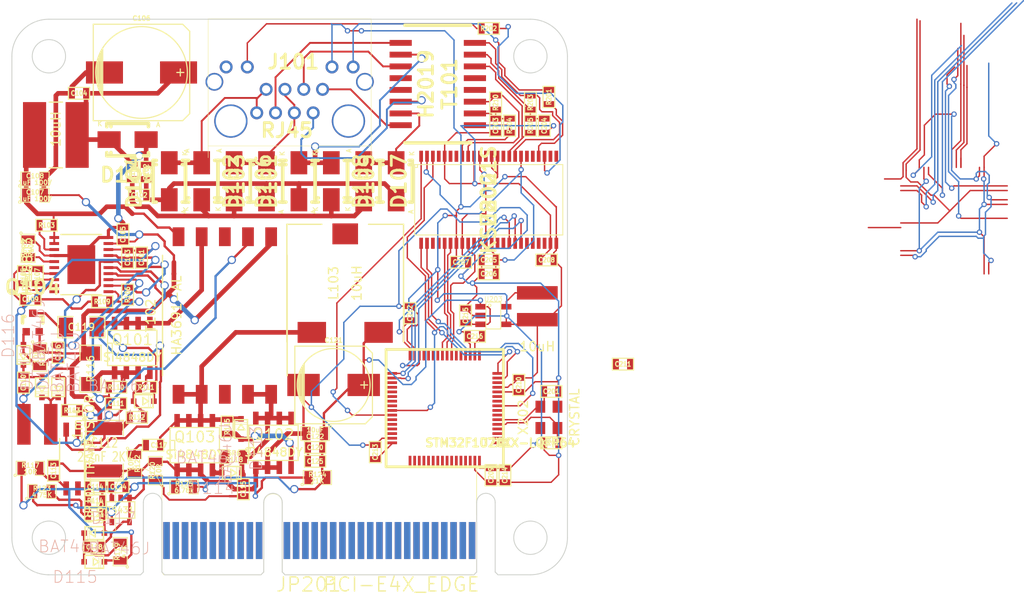
<source format=kicad_pcb>
(kicad_pcb (version 3) (host pcbnew "(2013-jul-07)-stable")
  (layers (15 F.Cu signal) (0 B.Cu signal) (18 B.Paste user) (19 F.Paste user) (20 B.SilkS user) (21 F.SilkS user) (22 B.Mask user) (23 F.Mask user) (28 Edge.Cuts user))
  (net 0 "")
  (net 1 +1.8V)
  (net 2 +3.3V)
  (net 3 +5V)
  (net 4 "/48V+ filtered input")
  (net 5 "/48V+ unfiltered input")
  (net 6 /ARTN)
  (net 7 /CURRENT_SENSE)
  (net 8 /DELAY_SET)
  (net 9 /FREQ_SET)
  (net 10 /GAT1)
  (net 11 /GAT2)
  (net 12 /MCU/3.3V)
  (net 13 /MCU/ETH_RST)
  (net 14 /MCU/LED1)
  (net 15 /MCU/LED2)
  (net 16 /MCU/MCO_25)
  (net 17 /MCU/RMII_CRX_DV)
  (net 18 /MCU/RMII_MDC)
  (net 19 /MCU/RMII_MDIO)
  (net 20 /MCU/RMII_RX0)
  (net 21 /MCU/RMII_RX1)
  (net 22 /MCU/RMII_TX0)
  (net 23 /MCU/RMII_TX1)
  (net 24 /MCU/RMII_TXEN)
  (net 25 /MCU/RX+)
  (net 26 /MCU/RX-)
  (net 27 /MCU/RXCT)
  (net 28 /MCU/TX+)
  (net 29 /MCU/TX-)
  (net 30 /MCU/TXCT)
  (net 31 /PM8803_5V_REG)
  (net 32 /PM8803_8V_REG)
  (net 33 /PWM_CTL)
  (net 34 /RTN)
  (net 35 "/VSS input")
  (net 36 "/primary low")
  (net 37 GND)
  (net 38 N-00000141)
  (net 39 N-00000142)
  (net 40 N-0000015)
  (net 41 N-0000016)
  (net 42 N-0000018)
  (net 43 N-00000184)
  (net 44 N-00000198)
  (net 45 N-000002)
  (net 46 N-0000022)
  (net 47 N-0000023)
  (net 48 N-0000024)
  (net 49 N-0000026)
  (net 50 N-0000027)
  (net 51 N-000003)
  (net 52 N-0000033)
  (net 53 N-0000038)
  (net 54 N-0000039)
  (net 55 N-000004)
  (net 56 N-0000040)
  (net 57 N-0000042)
  (net 58 N-0000043)
  (net 59 N-0000044)
  (net 60 N-0000045)
  (net 61 N-0000047)
  (net 62 N-0000050)
  (net 63 N-0000051)
  (net 64 N-0000052)
  (net 65 N-0000053)
  (net 66 N-0000054)
  (net 67 N-0000057)
  (net 68 N-0000058)
  (net 69 N-0000059)
  (net 70 N-000006)
  (net 71 N-0000061)
  (net 72 N-0000065)
  (net 73 N-000007)
  (net 74 N-000008)
  (module SER1360 (layer F.Cu) (at 216 88.5 90)
    (fp_text reference L103 (at 0 -1.26 90) (layer F.SilkS))
    (fp_text value 10uH (at 0 1.26 90) (layer F.SilkS))
    (pad 1 smd rect (at -5.32 -3.605 90) (size 2.26 3.07) (layers F.Cu F.Paste F.Mask) (net 68 N-0000058))
    (pad 2 smd rect (at -5.32 3.605 90) (size 2.26 3.07) (layers F.Cu F.Paste F.Mask) (net 3 +5V))
    (pad 3 smd rect (at 5.32 0 90) (size 2.26 2.77) (layers F.Cu F.Paste F.Mask))
  )
  (module RJHS-308x (layer F.Cu) (at 210 71)
    (fp_text reference J101 (at 0.39878 -6.4008) (layer F.SilkS) (effects (font (size 1.524 1.524) (thickness 0.3048))))
    (fp_text value RJ45 (at -0.29972 1.00076) (layer F.SilkS) (effects (font (size 1.524 1.524) (thickness 0.3048))))
    (pad 1 thru_hole circle (at 3.556 -3.429) (size 1.39954 1.39954) (drill 0.889) (layers *.Cu *.Mask) (net 57 N-0000042))
    (pad 2 thru_hole circle (at 2.54 -0.889) (size 1.39954 1.39954) (drill 0.889) (layers *.Cu *.Mask) (net 53 N-0000038))
    (pad 3 thru_hole circle (at 1.524 -3.429) (size 1.39954 1.39954) (drill 0.889) (layers *.Cu *.Mask) (net 63 N-0000051))
    (pad 4 thru_hole circle (at 0.508 -0.889) (size 1.39954 1.39954) (drill 0.889) (layers *.Cu *.Mask) (net 54 N-0000039))
    (pad 5 thru_hole circle (at -0.508 -3.429) (size 1.39954 1.39954) (drill 0.889) (layers *.Cu *.Mask) (net 54 N-0000039))
    (pad 6 thru_hole circle (at -1.524 -0.889) (size 1.39954 1.39954) (drill 0.889) (layers *.Cu *.Mask) (net 56 N-0000040))
    (pad 7 thru_hole circle (at -2.54 -3.429) (size 1.39954 1.39954) (drill 0.889) (layers *.Cu *.Mask) (net 61 N-0000047))
    (pad 8 thru_hole circle (at -3.556 -0.889) (size 1.39954 1.39954) (drill 0.889) (layers *.Cu *.Mask) (net 61 N-0000047))
    (pad 9 thru_hole circle (at 6.858 -5.842) (size 1.39954 1.39954) (drill 0.889) (layers *.Cu *.Mask) (net 15 /MCU/LED2))
    (pad 10 thru_hole circle (at 4.572 -5.842) (size 1.39954 1.39954) (drill 0.889) (layers *.Cu *.Mask) (net 12 /MCU/3.3V))
    (pad 11 thru_hole circle (at -4.572 -5.842) (size 1.39954 1.39954) (drill 0.889) (layers *.Cu *.Mask) (net 14 /MCU/LED1))
    (pad 12 thru_hole circle (at -6.858 -5.842) (size 1.39954 1.39954) (drill 0.889) (layers *.Cu *.Mask) (net 12 /MCU/3.3V))
    (pad - thru_hole circle (at 6.35 0) (size 3.59918 3.59918) (drill 3.2512) (layers *.Cu *.Mask))
    (pad - thru_hole circle (at -6.35 0) (size 3.59918 3.59918) (drill 3.2512) (layers *.Cu *.Mask))
    (pad - thru_hole circle (at -8.128 -4.2418) (size 1.92278 1.92278) (drill 1.5748) (layers *.Cu *.Mask))
    (pad -1 thru_hole circle (at 8.128 -4.2418) (size 1.92278 1.92278) (drill 1.5748) (layers *.Cu *.Mask))
  )
  (module MSS7341 (layer F.Cu) (at 184.75 72.5 270)
    (fp_text reference L101 hide)
    (fp_text value 10uH (at -0.635 0 270) (layer F.SilkS))
    (pad 1 smd rect (at 0 -2.3 270) (size 7.1 2.5) (layers F.Cu F.Paste F.Mask) (net 5 "/48V+ unfiltered input"))
    (pad 2 smd rect (at 0 2.3 270) (size 7.1 2.5) (layers F.Cu F.Paste F.Mask) (net 4 "/48V+ filtered input"))
  )
  (module LQFP64 (layer F.Cu) (at 232.5 105.75 90)
    (fp_text reference U201 (at 0 -0.254 360) (layer F.SilkS) (effects (font (size 0.889 0.889) (thickness 0.3048))))
    (fp_text value STM32F107XXX-LQFP64 (at 0 0.254 360) (layer F.SilkS) (effects (font (size 0.889 0.889) (thickness 0.3048))))
    (pad 1 smd rect (at 0 0 90) (size 0.29972 1.20142) (layers F.Cu F.Paste F.Mask))
    (pad 2 smd rect (at 0.49784 0 90) (size 0.29972 1.20142) (layers F.Cu F.Paste F.Mask))
    (pad 3 smd rect (at 0.99822 0 90) (size 0.29972 1.20142) (layers F.Cu F.Paste F.Mask))
    (pad 4 smd rect (at 1.4986 0 90) (size 0.29972 1.20142) (layers F.Cu F.Paste F.Mask))
    (pad 5 smd rect (at 1.99898 0 90) (size 0.29972 1.20142) (layers F.Cu F.Paste F.Mask) (net 44 N-00000198))
    (pad 6 smd rect (at 2.49936 0 90) (size 0.29972 1.20142) (layers F.Cu F.Paste F.Mask) (net 43 N-00000184))
    (pad 7 smd rect (at 2.99974 0 90) (size 0.29972 1.20142) (layers F.Cu F.Paste F.Mask))
    (pad 8 smd rect (at 3.49758 0 90) (size 0.29972 1.20142) (layers F.Cu F.Paste F.Mask))
    (pad 9 smd rect (at 3.99796 0 90) (size 0.29972 1.20142) (layers F.Cu F.Paste F.Mask) (net 18 /MCU/RMII_MDC))
    (pad 10 smd rect (at 4.49834 0 90) (size 0.29972 1.20142) (layers F.Cu F.Paste F.Mask))
    (pad 11 smd rect (at 4.99872 0 90) (size 0.29972 1.20142) (layers F.Cu F.Paste F.Mask))
    (pad 12 smd rect (at 5.4991 0 90) (size 0.29972 1.20142) (layers F.Cu F.Paste F.Mask) (net 37 GND))
    (pad 13 smd rect (at 5.99948 0 90) (size 0.29972 1.20142) (layers F.Cu F.Paste F.Mask) (net 2 +3.3V))
    (pad 14 smd rect (at 6.49986 0 90) (size 0.29972 1.20142) (layers F.Cu F.Paste F.Mask))
    (pad 15 smd rect (at 6.9977 0 90) (size 0.29972 1.20142) (layers F.Cu F.Paste F.Mask) (net 16 /MCU/MCO_25))
    (pad 16 smd rect (at 7.49808 0 90) (size 0.29972 1.20142) (layers F.Cu F.Paste F.Mask) (net 19 /MCU/RMII_MDIO))
    (pad 17 smd rect (at 9.4996 -2.00152) (size 0.29972 1.20142) (layers F.Cu F.Paste F.Mask))
    (pad 18 smd rect (at 9.4996 -2.49936) (size 0.29972 1.20142) (layers F.Cu F.Paste F.Mask) (net 37 GND))
    (pad 19 smd rect (at 9.4996 -2.99974) (size 0.29972 1.20142) (layers F.Cu F.Paste F.Mask) (net 2 +3.3V))
    (pad 20 smd rect (at 9.4996 -3.50012) (size 0.29972 1.20142) (layers F.Cu F.Paste F.Mask))
    (pad 21 smd rect (at 9.4996 -4.0005) (size 0.29972 1.20142) (layers F.Cu F.Paste F.Mask))
    (pad 22 smd rect (at 9.4996 -4.50088) (size 0.29972 1.20142) (layers F.Cu F.Paste F.Mask))
    (pad 23 smd rect (at 9.4996 -5.00126) (size 0.29972 1.20142) (layers F.Cu F.Paste F.Mask) (net 17 /MCU/RMII_CRX_DV))
    (pad 24 smd rect (at 9.4996 -5.4991) (size 0.29972 1.20142) (layers F.Cu F.Paste F.Mask) (net 20 /MCU/RMII_RX0))
    (pad 25 smd rect (at 9.4996 -5.99948) (size 0.29972 1.20142) (layers F.Cu F.Paste F.Mask) (net 21 /MCU/RMII_RX1))
    (pad 26 smd rect (at 9.4996 -6.49986) (size 0.29972 1.20142) (layers F.Cu F.Paste F.Mask))
    (pad 27 smd rect (at 9.4996 -7.00024) (size 0.29972 1.20142) (layers F.Cu F.Paste F.Mask))
    (pad 28 smd rect (at 9.4996 -7.50062) (size 0.29972 1.20142) (layers F.Cu F.Paste F.Mask))
    (pad 29 smd rect (at 9.4996 -8.001) (size 0.29972 1.20142) (layers F.Cu F.Paste F.Mask))
    (pad 30 smd rect (at 9.4996 -8.50138) (size 0.29972 1.20142) (layers F.Cu F.Paste F.Mask) (net 24 /MCU/RMII_TXEN))
    (pad 31 smd rect (at 9.4996 -8.99922) (size 0.29972 1.20142) (layers F.Cu F.Paste F.Mask) (net 37 GND))
    (pad 32 smd rect (at 9.4996 -9.4996) (size 0.29972 1.20142) (layers F.Cu F.Paste F.Mask) (net 2 +3.3V))
    (pad 33 smd rect (at 7.49808 -11.50112 270) (size 0.29972 1.20142) (layers F.Cu F.Paste F.Mask) (net 22 /MCU/RMII_TX0))
    (pad 34 smd rect (at 6.9977 -11.50112 270) (size 0.29972 1.20142) (layers F.Cu F.Paste F.Mask) (net 23 /MCU/RMII_TX1))
    (pad 35 smd rect (at 6.49986 -11.50112 270) (size 0.29972 1.20142) (layers F.Cu F.Paste F.Mask))
    (pad 36 smd rect (at 5.99948 -11.50112 270) (size 0.29972 1.20142) (layers F.Cu F.Paste F.Mask))
    (pad 37 smd rect (at 5.4991 -11.50112 270) (size 0.29972 1.20142) (layers F.Cu F.Paste F.Mask))
    (pad 38 smd rect (at 4.99872 -11.50112 270) (size 0.29972 1.20142) (layers F.Cu F.Paste F.Mask))
    (pad 39 smd rect (at 4.49834 -11.50112 270) (size 0.29972 1.20142) (layers F.Cu F.Paste F.Mask))
    (pad 40 smd rect (at 3.99796 -11.50112 270) (size 0.29972 1.20142) (layers F.Cu F.Paste F.Mask))
    (pad 41 smd rect (at 3.49758 -11.50112 270) (size 0.29972 1.20142) (layers F.Cu F.Paste F.Mask) (net 16 /MCU/MCO_25))
    (pad 42 smd rect (at 2.99974 -11.50112 270) (size 0.29972 1.20142) (layers F.Cu F.Paste F.Mask) (net 13 /MCU/ETH_RST))
    (pad 43 smd rect (at 2.49936 -11.50112 270) (size 0.29972 1.20142) (layers F.Cu F.Paste F.Mask))
    (pad 44 smd rect (at 1.99898 -11.50112 270) (size 0.29972 1.20142) (layers F.Cu F.Paste F.Mask))
    (pad 45 smd rect (at 1.4986 -11.50112 270) (size 0.29972 1.20142) (layers F.Cu F.Paste F.Mask))
    (pad 46 smd rect (at 0.99822 -11.50112 270) (size 0.29972 1.20142) (layers F.Cu F.Paste F.Mask))
    (pad 47 smd rect (at 0.49784 -11.50112 270) (size 0.29972 1.20142) (layers F.Cu F.Paste F.Mask) (net 37 GND))
    (pad 48 smd rect (at 0 -11.50112 270) (size 0.29972 1.20142) (layers F.Cu F.Paste F.Mask) (net 2 +3.3V))
    (pad 49 smd rect (at -2.00152 -9.4996 180) (size 0.29972 1.20142) (layers F.Cu F.Paste F.Mask))
    (pad 50 smd rect (at -2.00152 -8.99922 180) (size 0.29972 1.20142) (layers F.Cu F.Paste F.Mask))
    (pad 51 smd rect (at -2.00152 -8.50138 180) (size 0.29972 1.20142) (layers F.Cu F.Paste F.Mask))
    (pad 52 smd rect (at -2.00152 -8.001 180) (size 0.29972 1.20142) (layers F.Cu F.Paste F.Mask))
    (pad 53 smd rect (at -2.00152 -7.50062 180) (size 0.29972 1.20142) (layers F.Cu F.Paste F.Mask))
    (pad 54 smd rect (at -2.00152 -7.00024 180) (size 0.29972 1.20142) (layers F.Cu F.Paste F.Mask))
    (pad 55 smd rect (at -2.00152 -6.49986 180) (size 0.29972 1.20142) (layers F.Cu F.Paste F.Mask))
    (pad 56 smd rect (at -2.00152 -5.99948 180) (size 0.29972 1.20142) (layers F.Cu F.Paste F.Mask))
    (pad 57 smd rect (at -2.00152 -5.4991 180) (size 0.29972 1.20142) (layers F.Cu F.Paste F.Mask))
    (pad 58 smd rect (at -2.00152 -5.00126 180) (size 0.29972 1.20142) (layers F.Cu F.Paste F.Mask))
    (pad 59 smd rect (at -2.00152 -4.50088 180) (size 0.29972 1.20142) (layers F.Cu F.Paste F.Mask))
    (pad 60 smd rect (at -2.00152 -4.0005 180) (size 0.29972 1.20142) (layers F.Cu F.Paste F.Mask))
    (pad 61 smd rect (at -2.00152 -3.50012 180) (size 0.29972 1.20142) (layers F.Cu F.Paste F.Mask))
    (pad 62 smd rect (at -2.00152 -2.99974 180) (size 0.29972 1.20142) (layers F.Cu F.Paste F.Mask))
    (pad 63 smd rect (at -2.00152 -2.49936 180) (size 0.29972 1.20142) (layers F.Cu F.Paste F.Mask) (net 37 GND))
    (pad 64 smd rect (at -2.00152 -2.00152 180) (size 0.29972 1.20142) (layers F.Cu F.Paste F.Mask) (net 2 +3.3V))
  )
  (module LPS4018 (layer F.Cu) (at 182.75 103.75)
    (fp_text reference L102 hide)
    (fp_text value 1mH (at 4.35 0 90) (layer F.SilkS))
    (pad 1 smd rect (at -1.45 0) (size 1.45 4.4) (layers F.Cu F.Paste F.Mask) (net 32 /PM8803_8V_REG))
    (pad 2 smd rect (at 1.45 0) (size 1.45 4.4) (layers F.Cu F.Paste F.Mask) (net 50 N-0000027))
  )
  (module HTSSOP-20 (layer F.Cu) (at 187.5 86.5 180)
    (fp_text reference U101 hide)
    (fp_text value PM8803 (at 5.805 0 270) (layer F.SilkS))
    (pad 1 smd rect (at -2.925 -2.925 180) (size 1.05 0.32) (layers F.Cu F.Paste F.Mask) (net 33 /PWM_CTL))
    (pad 2 smd rect (at -2.925 -2.275 180) (size 1.05 0.32) (layers F.Cu F.Paste F.Mask) (net 31 /PM8803_5V_REG))
    (pad 3 smd rect (at -2.925 -1.625 180) (size 1.05 0.32) (layers F.Cu F.Paste F.Mask) (net 7 /CURRENT_SENSE))
    (pad 4 smd rect (at -2.925 -0.975 180) (size 1.05 0.32) (layers F.Cu F.Paste F.Mask) (net 34 /RTN))
    (pad 5 smd rect (at -2.925 -0.325 180) (size 1.05 0.32) (layers F.Cu F.Paste F.Mask) (net 10 /GAT1))
    (pad 6 smd rect (at -2.925 0.325 180) (size 1.05 0.32) (layers F.Cu F.Paste F.Mask) (net 32 /PM8803_8V_REG))
    (pad 7 smd rect (at -2.925 0.975 180) (size 1.05 0.32) (layers F.Cu F.Paste F.Mask) (net 11 /GAT2))
    (pad 8 smd rect (at -2.925 1.625 180) (size 1.05 0.32) (layers F.Cu F.Paste F.Mask) (net 6 /ARTN))
    (pad 9 smd rect (at -2.925 2.275 180) (size 1.05 0.32) (layers F.Cu F.Paste F.Mask) (net 34 /RTN))
    (pad 10 smd rect (at -2.925 2.925 180) (size 1.05 0.32) (layers F.Cu F.Paste F.Mask) (net 35 "/VSS input"))
    (pad 11 smd rect (at 2.925 2.925 180) (size 1.05 0.32) (layers F.Cu F.Paste F.Mask) (net 4 "/48V+ filtered input"))
    (pad 12 smd rect (at 2.925 2.275 180) (size 1.05 0.32) (layers F.Cu F.Paste F.Mask) (net 4 "/48V+ filtered input"))
    (pad 13 smd rect (at 2.925 1.625 180) (size 1.05 0.32) (layers F.Cu F.Paste F.Mask) (net 74 N-000008))
    (pad 14 smd rect (at 2.925 0.975 180) (size 1.05 0.32) (layers F.Cu F.Paste F.Mask) (net 35 "/VSS input"))
    (pad 15 smd rect (at 2.925 0.325 180) (size 1.05 0.32) (layers F.Cu F.Paste F.Mask) (net 73 N-000007))
    (pad 16 smd rect (at 2.925 -0.325 180) (size 1.05 0.32) (layers F.Cu F.Paste F.Mask))
    (pad 17 smd rect (at 2.925 -0.975 180) (size 1.05 0.32) (layers F.Cu F.Paste F.Mask) (net 6 /ARTN))
    (pad 18 smd rect (at 2.925 -1.625 180) (size 1.05 0.32) (layers F.Cu F.Paste F.Mask) (net 8 /DELAY_SET))
    (pad 19 smd rect (at 2.925 -2.275 180) (size 1.05 0.32) (layers F.Cu F.Paste F.Mask) (net 9 /FREQ_SET))
    (pad 20 smd rect (at 2.925 -2.925 180) (size 1.05 0.32) (layers F.Cu F.Paste F.Mask))
    (pad PAD smd rect (at 0 0 270) (size 4.2 3) (layers F.Cu F.Paste F.Mask) (net 35 "/VSS input"))
  )
  (module Diode-SMA_Standard_RevA_26July2010 (layer F.Cu) (at 192.5 73 180)
    (fp_text reference D109 (at 0 -3.81 180) (layer F.SilkS) (effects (font (size 1.524 1.524) (thickness 0.3048))))
    (fp_text value SMAJ58A hide)
    (fp_text user A (at -3.29946 1.6002 180) (layer F.SilkS) (effects (font (size 0.50038 0.50038) (thickness 0.09906))))
    (fp_text user K (at 2.99974 1.69926 180) (layer F.SilkS) (effects (font (size 0.50038 0.50038) (thickness 0.09906))))
    (pad 1 smd rect (at -1.99898 0 180) (size 2.49936 1.80086) (layers F.Cu F.Paste F.Mask) (net 35 "/VSS input"))
    (pad 2 smd rect (at 1.99898 0 180) (size 2.49936 1.80086) (layers F.Cu F.Paste F.Mask) (net 5 "/48V+ unfiltered input"))
  )
  (module Diode-SMA_Standard_RevA_26July2010 (layer F.Cu) (at 197 77.5 90)
    (fp_text reference D104 (at 0 -3.81 90) (layer F.SilkS) (effects (font (size 1.524 1.524) (thickness 0.3048))))
    (fp_text value STPS1H100A hide)
    (fp_text user A (at -3.29946 1.6002 90) (layer F.SilkS) (effects (font (size 0.50038 0.50038) (thickness 0.09906))))
    (fp_text user K (at 2.99974 1.69926 90) (layer F.SilkS) (effects (font (size 0.50038 0.50038) (thickness 0.09906))))
    (pad 1 smd rect (at -1.99898 0 90) (size 2.49936 1.80086) (layers F.Cu F.Paste F.Mask) (net 60 N-0000045))
    (pad 2 smd rect (at 1.99898 0 90) (size 2.49936 1.80086) (layers F.Cu F.Paste F.Mask) (net 61 N-0000047))
  )
  (module Diode-SMA_Standard_RevA_26July2010 (layer F.Cu) (at 207.5 77.5 90)
    (fp_text reference D102 (at 0 -3.81 90) (layer F.SilkS) (effects (font (size 1.524 1.524) (thickness 0.3048))))
    (fp_text value STPS1H100A hide)
    (fp_text user A (at -3.29946 1.6002 90) (layer F.SilkS) (effects (font (size 0.50038 0.50038) (thickness 0.09906))))
    (fp_text user K (at 2.99974 1.69926 90) (layer F.SilkS) (effects (font (size 0.50038 0.50038) (thickness 0.09906))))
    (pad 1 smd rect (at -1.99898 0 90) (size 2.49936 1.80086) (layers F.Cu F.Paste F.Mask) (net 60 N-0000045))
    (pad 2 smd rect (at 1.99898 0 90) (size 2.49936 1.80086) (layers F.Cu F.Paste F.Mask) (net 54 N-0000039))
  )
  (module Diode-SMA_Standard_RevA_26July2010 (layer F.Cu) (at 200.5 77.5 270)
    (fp_text reference D103 (at 0 -3.81 270) (layer F.SilkS) (effects (font (size 1.524 1.524) (thickness 0.3048))))
    (fp_text value STPS1H100A hide)
    (fp_text user A (at -3.29946 1.6002 270) (layer F.SilkS) (effects (font (size 0.50038 0.50038) (thickness 0.09906))))
    (fp_text user K (at 2.99974 1.69926 270) (layer F.SilkS) (effects (font (size 0.50038 0.50038) (thickness 0.09906))))
    (pad 1 smd rect (at -1.99898 0 270) (size 2.49936 1.80086) (layers F.Cu F.Paste F.Mask) (net 61 N-0000047))
    (pad 2 smd rect (at 1.99898 0 270) (size 2.49936 1.80086) (layers F.Cu F.Paste F.Mask) (net 59 N-0000044))
  )
  (module Diode-SMA_Standard_RevA_26July2010 (layer F.Cu) (at 204 77.5 270)
    (fp_text reference D101 (at 0 -3.81 270) (layer F.SilkS) (effects (font (size 1.524 1.524) (thickness 0.3048))))
    (fp_text value STPS1H100A hide)
    (fp_text user A (at -3.29946 1.6002 270) (layer F.SilkS) (effects (font (size 0.50038 0.50038) (thickness 0.09906))))
    (fp_text user K (at 2.99974 1.69926 270) (layer F.SilkS) (effects (font (size 0.50038 0.50038) (thickness 0.09906))))
    (pad 1 smd rect (at -1.99898 0 270) (size 2.49936 1.80086) (layers F.Cu F.Paste F.Mask) (net 54 N-0000039))
    (pad 2 smd rect (at 1.99898 0 270) (size 2.49936 1.80086) (layers F.Cu F.Paste F.Mask) (net 59 N-0000044))
  )
  (module Diode-SMA_Standard_RevA_26July2010 (layer F.Cu) (at 221.5 77.5 90)
    (fp_text reference D108 (at 0 -3.81 90) (layer F.SilkS) (effects (font (size 1.524 1.524) (thickness 0.3048))))
    (fp_text value STPS1H100A hide)
    (fp_text user A (at -3.29946 1.6002 90) (layer F.SilkS) (effects (font (size 0.50038 0.50038) (thickness 0.09906))))
    (fp_text user K (at 2.99974 1.69926 90) (layer F.SilkS) (effects (font (size 0.50038 0.50038) (thickness 0.09906))))
    (pad 1 smd rect (at -1.99898 0 90) (size 2.49936 1.80086) (layers F.Cu F.Paste F.Mask) (net 60 N-0000045))
    (pad 2 smd rect (at 1.99898 0 90) (size 2.49936 1.80086) (layers F.Cu F.Paste F.Mask) (net 58 N-0000043))
  )
  (module Diode-SMA_Standard_RevA_26July2010 (layer F.Cu) (at 211 77.5 90)
    (fp_text reference D106 (at 0 -3.81 90) (layer F.SilkS) (effects (font (size 1.524 1.524) (thickness 0.3048))))
    (fp_text value STPS1H100A hide)
    (fp_text user A (at -3.29946 1.6002 90) (layer F.SilkS) (effects (font (size 0.50038 0.50038) (thickness 0.09906))))
    (fp_text user K (at 2.99974 1.69926 90) (layer F.SilkS) (effects (font (size 0.50038 0.50038) (thickness 0.09906))))
    (pad 1 smd rect (at -1.99898 0 90) (size 2.49936 1.80086) (layers F.Cu F.Paste F.Mask) (net 60 N-0000045))
    (pad 2 smd rect (at 1.99898 0 90) (size 2.49936 1.80086) (layers F.Cu F.Paste F.Mask) (net 62 N-0000050))
  )
  (module Diode-SMA_Standard_RevA_26July2010 (layer F.Cu) (at 218 77.5 270)
    (fp_text reference D107 (at 0 -3.81 270) (layer F.SilkS) (effects (font (size 1.524 1.524) (thickness 0.3048))))
    (fp_text value STPS1H100A hide)
    (fp_text user A (at -3.29946 1.6002 270) (layer F.SilkS) (effects (font (size 0.50038 0.50038) (thickness 0.09906))))
    (fp_text user K (at 2.99974 1.69926 270) (layer F.SilkS) (effects (font (size 0.50038 0.50038) (thickness 0.09906))))
    (pad 1 smd rect (at -1.99898 0 270) (size 2.49936 1.80086) (layers F.Cu F.Paste F.Mask) (net 58 N-0000043))
    (pad 2 smd rect (at 1.99898 0 270) (size 2.49936 1.80086) (layers F.Cu F.Paste F.Mask) (net 59 N-0000044))
  )
  (module Diode-SMA_Standard_RevA_26July2010 (layer F.Cu) (at 214.5 77.5 270)
    (fp_text reference D105 (at 0 -3.81 270) (layer F.SilkS) (effects (font (size 1.524 1.524) (thickness 0.3048))))
    (fp_text value STPS1H100A hide)
    (fp_text user A (at -3.29946 1.6002 270) (layer F.SilkS) (effects (font (size 0.50038 0.50038) (thickness 0.09906))))
    (fp_text user K (at 2.99974 1.69926 270) (layer F.SilkS) (effects (font (size 0.50038 0.50038) (thickness 0.09906))))
    (pad 1 smd rect (at -1.99898 0 270) (size 2.49936 1.80086) (layers F.Cu F.Paste F.Mask) (net 62 N-0000050))
    (pad 2 smd rect (at 1.99898 0 270) (size 2.49936 1.80086) (layers F.Cu F.Paste F.Mask) (net 59 N-0000044))
  )
  (module Si4848DY-SO8 (layer F.Cu) (at 193 95.5)
    (fp_text reference Q101 (at 0 -0.889) (layer F.SilkS) (effects (font (size 1.143 1.143) (thickness 0.1524))))
    (fp_text value Si4848DY (at 0 1.016) (layer F.SilkS) (effects (font (size 0.889 0.889) (thickness 0.1524))))
    (pad D smd rect (at -1.905 -2.667) (size 0.59944 1.39954) (layers F.Cu F.Paste F.Mask) (net 36 "/primary low"))
    (pad S smd rect (at -1.905 2.667) (size 0.59944 1.39954) (layers F.Cu F.Paste F.Mask) (net 55 N-000004))
    (pad D smd rect (at -0.635 -2.667) (size 0.59944 1.39954) (layers F.Cu F.Paste F.Mask) (net 36 "/primary low"))
    (pad D smd rect (at 0.635 -2.667) (size 0.59944 1.39954) (layers F.Cu F.Paste F.Mask) (net 36 "/primary low"))
    (pad D smd rect (at 1.905 -2.667) (size 0.59944 1.39954) (layers F.Cu F.Paste F.Mask) (net 36 "/primary low"))
    (pad S smd rect (at -0.635 2.667) (size 0.59944 1.39954) (layers F.Cu F.Paste F.Mask) (net 55 N-000004))
    (pad S smd rect (at 0.635 2.667) (size 0.59944 1.39954) (layers F.Cu F.Paste F.Mask) (net 55 N-000004))
    (pad G smd rect (at 1.905 2.667) (size 0.59944 1.39954) (layers F.Cu F.Paste F.Mask) (net 45 N-000002))
  )
  (module SOT23-5 (layer F.Cu) (at 191.75 113 180)
    (fp_text reference U103 (at 2.19964 -0.29972 270) (layer F.SilkS) (effects (font (size 0.635 0.635) (thickness 0.127))))
    (fp_text value TS431 (at 0 0 180) (layer F.SilkS) (effects (font (size 0.635 0.635) (thickness 0.127))))
    (pad 1 smd rect (at -0.9525 1.27 180) (size 0.508 0.762) (layers F.Cu F.Paste F.Mask) (net 37 GND))
    (pad 3 smd rect (at 0.9525 1.27 180) (size 0.508 0.762) (layers F.Cu F.Paste F.Mask) (net 66 N-0000054))
    (pad 5 smd rect (at -0.9525 -1.27 180) (size 0.508 0.762) (layers F.Cu F.Paste F.Mask) (net 37 GND))
    (pad 2 smd rect (at 0 1.27 180) (size 0.508 0.762) (layers F.Cu F.Paste F.Mask) (net 37 GND))
    (pad 4 smd rect (at 0.9525 -1.27 180) (size 0.508 0.762) (layers F.Cu F.Paste F.Mask) (net 64 N-0000052))
  )
  (module HA3691 (layer F.Cu) (at 203 92 270)
    (fp_text reference T102 (at 0 8.001 270) (layer F.SilkS))
    (fp_text value HA3691-AL (at 0 5.207 270) (layer F.SilkS))
    (pad 1 smd rect (at -8.51 5 270) (size 2.03 1.27) (layers F.Cu F.Paste F.Mask) (net 4 "/48V+ filtered input"))
    (pad 2 smd rect (at -8.51 2.5 270) (size 2.03 1.27) (layers F.Cu F.Paste F.Mask) (net 36 "/primary low"))
    (pad 3 smd rect (at -8.51 0 270) (size 2.03 1.27) (layers F.Cu F.Paste F.Mask))
    (pad 4 smd rect (at -8.51 -2.5 270) (size 2.03 1.27) (layers F.Cu F.Paste F.Mask) (net 70 N-000006))
    (pad 5 smd rect (at -8.51 -5 270) (size 2.03 1.27) (layers F.Cu F.Paste F.Mask) (net 34 /RTN))
    (pad 6 smd rect (at 8.51 -5 270) (size 2.03 1.27) (layers F.Cu F.Paste F.Mask) (net 47 N-0000023))
    (pad 7 smd rect (at 8.51 -2.5 270) (size 2.03 1.27) (layers F.Cu F.Paste F.Mask) (net 47 N-0000023))
    (pad 8 smd rect (at 8.51 0 270) (size 2.03 1.27) (layers F.Cu F.Paste F.Mask))
    (pad 9 smd rect (at 8.51 2.5 270) (size 2.03 1.27) (layers F.Cu F.Paste F.Mask) (net 68 N-0000058))
    (pad 10 smd rect (at 8.51 5 270) (size 2.03 1.27) (layers F.Cu F.Paste F.Mask) (net 68 N-0000058))
  )
  (module Si4848DY-SO8 (layer F.Cu) (at 199.75 106)
    (fp_text reference Q103 (at 0 -0.889) (layer F.SilkS) (effects (font (size 1.143 1.143) (thickness 0.1524))))
    (fp_text value Si4848DY (at 0 1.016) (layer F.SilkS) (effects (font (size 0.889 0.889) (thickness 0.1524))))
    (pad D smd rect (at -1.905 -2.667) (size 0.59944 1.39954) (layers F.Cu F.Paste F.Mask) (net 68 N-0000058))
    (pad S smd rect (at -1.905 2.667) (size 0.59944 1.39954) (layers F.Cu F.Paste F.Mask) (net 37 GND))
    (pad D smd rect (at -0.635 -2.667) (size 0.59944 1.39954) (layers F.Cu F.Paste F.Mask) (net 68 N-0000058))
    (pad D smd rect (at 0.635 -2.667) (size 0.59944 1.39954) (layers F.Cu F.Paste F.Mask) (net 68 N-0000058))
    (pad D smd rect (at 1.905 -2.667) (size 0.59944 1.39954) (layers F.Cu F.Paste F.Mask) (net 68 N-0000058))
    (pad S smd rect (at -0.635 2.667) (size 0.59944 1.39954) (layers F.Cu F.Paste F.Mask) (net 37 GND))
    (pad S smd rect (at 0.635 2.667) (size 0.59944 1.39954) (layers F.Cu F.Paste F.Mask) (net 37 GND))
    (pad G smd rect (at 1.905 2.667) (size 0.59944 1.39954) (layers F.Cu F.Paste F.Mask) (net 71 N-0000061))
  )
  (module Si4848DY-SO8 (layer F.Cu) (at 208.25 105.75)
    (fp_text reference Q102 (at 0 -0.889) (layer F.SilkS) (effects (font (size 1.143 1.143) (thickness 0.1524))))
    (fp_text value Si4848DY (at 0 1.016) (layer F.SilkS) (effects (font (size 0.889 0.889) (thickness 0.1524))))
    (pad D smd rect (at -1.905 -2.667) (size 0.59944 1.39954) (layers F.Cu F.Paste F.Mask) (net 47 N-0000023))
    (pad S smd rect (at -1.905 2.667) (size 0.59944 1.39954) (layers F.Cu F.Paste F.Mask) (net 37 GND))
    (pad D smd rect (at -0.635 -2.667) (size 0.59944 1.39954) (layers F.Cu F.Paste F.Mask) (net 47 N-0000023))
    (pad D smd rect (at 0.635 -2.667) (size 0.59944 1.39954) (layers F.Cu F.Paste F.Mask) (net 47 N-0000023))
    (pad D smd rect (at 1.905 -2.667) (size 0.59944 1.39954) (layers F.Cu F.Paste F.Mask) (net 47 N-0000023))
    (pad S smd rect (at -0.635 2.667) (size 0.59944 1.39954) (layers F.Cu F.Paste F.Mask) (net 37 GND))
    (pad S smd rect (at 0.635 2.667) (size 0.59944 1.39954) (layers F.Cu F.Paste F.Mask) (net 37 GND))
    (pad G smd rect (at 1.905 2.667) (size 0.59944 1.39954) (layers F.Cu F.Paste F.Mask) (net 46 N-0000022))
  )
  (module diode-SOD323-mod (layer F.Cu) (at 188.9 118.6 180)
    (fp_text reference D115 (at 2.07264 -1.63322 180) (layer B.SilkS) (effects (font (size 1.27 1.27) (thickness 0.0889))))
    (fp_text value BAT46J (at 2.70764 1.6637 180) (layer B.SilkS) (effects (font (size 1.27 1.27) (thickness 0.0889))))
    (pad 1 smd rect (at 1.09982 0 180) (size 0.59944 0.59944) (layers F.Cu F.Paste F.Mask) (net 40 N-0000015))
    (pad 2 smd rect (at -1.09982 0 180) (size 0.59944 0.59944) (layers F.Cu F.Paste F.Mask) (net 3 +5V))
  )
  (module diode-SOD323-mod (layer F.Cu) (at 194.25 101.25 180)
    (fp_text reference D112 (at 2.07264 -1.63322 180) (layer B.SilkS) (effects (font (size 1.27 1.27) (thickness 0.0889))))
    (fp_text value BAT46J (at 2.70764 1.6637 180) (layer B.SilkS) (effects (font (size 1.27 1.27) (thickness 0.0889))))
    (pad 1 smd rect (at 1.09982 0 180) (size 0.59944 0.59944) (layers F.Cu F.Paste F.Mask) (net 45 N-000002))
    (pad 2 smd rect (at -1.09982 0 180) (size 0.59944 0.59944) (layers F.Cu F.Paste F.Mask) (net 10 /GAT1))
  )
  (module diode-SOD323-mod (layer F.Cu) (at 181.25 96.25 90)
    (fp_text reference D116 (at 2.07264 -1.63322 90) (layer B.SilkS) (effects (font (size 1.27 1.27) (thickness 0.0889))))
    (fp_text value BAT46J (at 2.70764 1.6637 90) (layer B.SilkS) (effects (font (size 1.27 1.27) (thickness 0.0889))))
    (pad 1 smd rect (at 1.09982 0 90) (size 0.59944 0.59944) (layers F.Cu F.Paste F.Mask) (net 51 N-000003))
    (pad 2 smd rect (at -1.09982 0 90) (size 0.59944 0.59944) (layers F.Cu F.Paste F.Mask) (net 34 /RTN))
  )
  (module diode-SOD323-mod (layer F.Cu) (at 185 99.75 90)
    (fp_text reference D111 (at 2.07264 -1.63322 90) (layer B.SilkS) (effects (font (size 1.27 1.27) (thickness 0.0889))))
    (fp_text value BAT46J (at 2.70764 1.6637 90) (layer B.SilkS) (effects (font (size 1.27 1.27) (thickness 0.0889))))
    (pad 1 smd rect (at 1.09982 0 90) (size 0.59944 0.59944) (layers F.Cu F.Paste F.Mask) (net 49 N-0000026))
    (pad 2 smd rect (at -1.09982 0 90) (size 0.59944 0.59944) (layers F.Cu F.Paste F.Mask) (net 50 N-0000027))
  )
  (module diode-SOD323-mod (layer F.Cu) (at 188.9 115.5)
    (fp_text reference D117 (at 2.07264 -1.63322) (layer B.SilkS) (effects (font (size 1.27 1.27) (thickness 0.0889))))
    (fp_text value BAT46J (at 2.70764 1.6637) (layer B.SilkS) (effects (font (size 1.27 1.27) (thickness 0.0889))))
    (pad 1 smd rect (at 1.09982 0) (size 0.59944 0.59944) (layers F.Cu F.Paste F.Mask) (net 66 N-0000054))
    (pad 2 smd rect (at -1.09982 0) (size 0.59944 0.59944) (layers F.Cu F.Paste F.Mask) (net 40 N-0000015))
  )
  (module diode-SOD323-mod (layer F.Cu) (at 183.25 99.75 90)
    (fp_text reference D110 (at 2.07264 -1.63322 90) (layer B.SilkS) (effects (font (size 1.27 1.27) (thickness 0.0889))))
    (fp_text value BAT46J (at 2.70764 1.6637 90) (layer B.SilkS) (effects (font (size 1.27 1.27) (thickness 0.0889))))
    (pad 1 smd rect (at 1.09982 0 90) (size 0.59944 0.59944) (layers F.Cu F.Paste F.Mask) (net 34 /RTN))
    (pad 2 smd rect (at -1.09982 0 90) (size 0.59944 0.59944) (layers F.Cu F.Paste F.Mask) (net 50 N-0000027))
  )
  (module diode-SOD323-mod (layer F.Cu) (at 203.75 109 180)
    (fp_text reference D114 (at 2.07264 -1.63322 180) (layer B.SilkS) (effects (font (size 1.27 1.27) (thickness 0.0889))))
    (fp_text value BAT46J (at 2.70764 1.6637 180) (layer B.SilkS) (effects (font (size 1.27 1.27) (thickness 0.0889))))
    (pad 1 smd rect (at 1.09982 0 180) (size 0.59944 0.59944) (layers F.Cu F.Paste F.Mask) (net 71 N-0000061))
    (pad 2 smd rect (at -1.09982 0 180) (size 0.59944 0.59944) (layers F.Cu F.Paste F.Mask) (net 47 N-0000023))
  )
  (module diode-SOD323-mod (layer F.Cu) (at 204.75 104.25 270)
    (fp_text reference D113 (at 2.07264 -1.63322 270) (layer B.SilkS) (effects (font (size 1.27 1.27) (thickness 0.0889))))
    (fp_text value BAT46J (at 2.70764 1.6637 270) (layer B.SilkS) (effects (font (size 1.27 1.27) (thickness 0.0889))))
    (pad 1 smd rect (at 1.09982 0 270) (size 0.59944 0.59944) (layers F.Cu F.Paste F.Mask) (net 46 N-0000022))
    (pad 2 smd rect (at -1.09982 0 270) (size 0.59944 0.59944) (layers F.Cu F.Paste F.Mask) (net 68 N-0000058))
  )
  (module SM1812 (layer F.Cu) (at 190 106.5 270)
    (fp_text reference C112 (at -0.74676 0 360) (layer F.SilkS) (effects (font (size 1.016 0.762) (thickness 0.127))))
    (fp_text value "2.2nF 2KV" (at 0.762 0 360) (layer F.SilkS) (effects (font (size 1.016 0.762) (thickness 0.127))))
    (pad 1 smd rect (at -2.286 0 270) (size 1.397 3.81) (layers F.Cu F.Paste F.Mask) (net 34 /RTN))
    (pad 2 smd rect (at 2.286 0 270) (size 1.397 3.81) (layers F.Cu F.Paste F.Mask) (net 37 GND))
  )
  (module SM1206 (layer F.Cu) (at 187.5 93.25 180)
    (fp_text reference C119 (at 0 0 180) (layer F.SilkS) (effects (font (size 0.762 0.762) (thickness 0.127))))
    (fp_text value "47nF 200V" hide)
    (pad 1 smd rect (at -1.651 0 180) (size 1.524 2.032) (layers F.Cu F.Paste F.Mask) (net 36 "/primary low"))
    (pad 2 smd rect (at 1.651 0 180) (size 1.524 2.032) (layers F.Cu F.Paste F.Mask) (net 67 N-0000057))
  )
  (module SM1206 (layer F.Cu) (at 188.5 97.75 90)
    (fp_text reference R116 (at 0 0 90) (layer F.SilkS) (effects (font (size 0.762 0.762) (thickness 0.127))))
    (fp_text value 0.6 hide)
    (pad 1 smd rect (at -1.651 0 90) (size 1.524 2.032) (layers F.Cu F.Paste F.Mask) (net 55 N-000004))
    (pad 2 smd rect (at 1.651 0 90) (size 1.524 2.032) (layers F.Cu F.Paste F.Mask) (net 34 /RTN))
  )
  (module SM0805 (layer F.Cu) (at 204 107.25 180)
    (fp_text reference R118 (at 0 -0.3175 180) (layer F.SilkS) (effects (font (size 0.50038 0.50038) (thickness 0.10922))))
    (fp_text value 5R6 (at 0 0.381 180) (layer F.SilkS) (effects (font (size 0.50038 0.50038) (thickness 0.10922))))
    (pad 1 smd rect (at -0.9525 0 180) (size 0.889 1.397) (layers F.Cu F.Paste F.Mask) (net 47 N-0000023))
    (pad 2 smd rect (at 0.9525 0 180) (size 0.889 1.397) (layers F.Cu F.Paste F.Mask) (net 71 N-0000061))
  )
  (module SM0805 (layer F.Cu) (at 213 109.5)
    (fp_text reference R124 (at 0 -0.3175) (layer F.SilkS) (effects (font (size 0.50038 0.50038) (thickness 0.10922))))
    (fp_text value 21K (at 0 0.381) (layer F.SilkS) (effects (font (size 0.50038 0.50038) (thickness 0.10922))))
    (pad 1 smd rect (at -0.9525 0) (size 0.889 1.397) (layers F.Cu F.Paste F.Mask) (net 64 N-0000052))
    (pad 2 smd rect (at 0.9525 0) (size 0.889 1.397) (layers F.Cu F.Paste F.Mask) (net 3 +5V))
  )
  (module SM0805 (layer F.Cu) (at 183.25 111)
    (fp_text reference R123 (at 0 -0.3175) (layer F.SilkS) (effects (font (size 0.50038 0.50038) (thickness 0.10922))))
    (fp_text value 4.75K (at 0 0.381) (layer F.SilkS) (effects (font (size 0.50038 0.50038) (thickness 0.10922))))
    (pad 1 smd rect (at -0.9525 0) (size 0.889 1.397) (layers F.Cu F.Paste F.Mask) (net 64 N-0000052))
    (pad 2 smd rect (at 0.9525 0) (size 0.889 1.397) (layers F.Cu F.Paste F.Mask) (net 65 N-0000053))
  )
  (module SM0805 (layer F.Cu) (at 193.25 108 270)
    (fp_text reference R122 (at 0 -0.3175 270) (layer F.SilkS) (effects (font (size 0.50038 0.50038) (thickness 0.10922))))
    (fp_text value 10R (at 0 0.381 270) (layer F.SilkS) (effects (font (size 0.50038 0.50038) (thickness 0.10922))))
    (pad 1 smd rect (at -0.9525 0 270) (size 0.889 1.397) (layers F.Cu F.Paste F.Mask) (net 52 N-0000033))
    (pad 2 smd rect (at 0.9525 0 270) (size 0.889 1.397) (layers F.Cu F.Paste F.Mask) (net 37 GND))
  )
  (module SM0805 (layer F.Cu) (at 195.5 108.75 90)
    (fp_text reference R120 (at 0 -0.3175 90) (layer F.SilkS) (effects (font (size 0.50038 0.50038) (thickness 0.10922))))
    (fp_text value 10R (at 0 0.381 90) (layer F.SilkS) (effects (font (size 0.50038 0.50038) (thickness 0.10922))))
    (pad 1 smd rect (at -0.9525 0 90) (size 0.889 1.397) (layers F.Cu F.Paste F.Mask) (net 69 N-0000059))
    (pad 2 smd rect (at 0.9525 0 90) (size 0.889 1.397) (layers F.Cu F.Paste F.Mask) (net 37 GND))
  )
  (module SM0805 (layer F.Cu) (at 182 108.5)
    (fp_text reference R117 (at 0 -0.3175) (layer F.SilkS) (effects (font (size 0.50038 0.50038) (thickness 0.10922))))
    (fp_text value 10R (at 0 0.381) (layer F.SilkS) (effects (font (size 0.50038 0.50038) (thickness 0.10922))))
    (pad 1 smd rect (at -0.9525 0) (size 0.889 1.397) (layers F.Cu F.Paste F.Mask) (net 3 +5V))
    (pad 2 smd rect (at 0.9525 0) (size 0.889 1.397) (layers F.Cu F.Paste F.Mask) (net 48 N-0000024))
  )
  (module SM0805 (layer F.Cu) (at 198.6 110.5)
    (fp_text reference R125 (at 0 -0.3175) (layer F.SilkS) (effects (font (size 0.50038 0.50038) (thickness 0.10922))))
    (fp_text value 6.78k (at 0 0.381) (layer F.SilkS) (effects (font (size 0.50038 0.50038) (thickness 0.10922))))
    (pad 1 smd rect (at -0.9525 0) (size 0.889 1.397) (layers F.Cu F.Paste F.Mask) (net 37 GND))
    (pad 2 smd rect (at 0.9525 0) (size 0.889 1.397) (layers F.Cu F.Paste F.Mask) (net 64 N-0000052))
  )
  (module SM0805 (layer F.Cu) (at 191.7 117.5 90)
    (fp_text reference R119 (at 0 -0.3175 90) (layer F.SilkS) (effects (font (size 0.50038 0.50038) (thickness 0.10922))))
    (fp_text value 47K (at 0 0.381 90) (layer F.SilkS) (effects (font (size 0.50038 0.50038) (thickness 0.10922))))
    (pad 1 smd rect (at -0.9525 0 90) (size 0.889 1.397) (layers F.Cu F.Paste F.Mask) (net 3 +5V))
    (pad 2 smd rect (at 0.9525 0 90) (size 0.889 1.397) (layers F.Cu F.Paste F.Mask) (net 40 N-0000015))
  )
  (module SM0805 (layer F.Cu) (at 182.5 77.25)
    (fp_text reference C108 (at 0 -0.3175) (layer F.SilkS) (effects (font (size 0.50038 0.50038) (thickness 0.10922))))
    (fp_text value "1uF 100V" (at 0 0.381) (layer F.SilkS) (effects (font (size 0.50038 0.50038) (thickness 0.10922))))
    (pad 1 smd rect (at -0.9525 0) (size 0.889 1.397) (layers F.Cu F.Paste F.Mask) (net 4 "/48V+ filtered input"))
    (pad 2 smd rect (at 0.9525 0) (size 0.889 1.397) (layers F.Cu F.Paste F.Mask) (net 34 /RTN))
  )
  (module SM0805 (layer F.Cu) (at 182.5 79)
    (fp_text reference C107 (at 0 -0.3175) (layer F.SilkS) (effects (font (size 0.50038 0.50038) (thickness 0.10922))))
    (fp_text value "1uF 100V" (at 0 0.381) (layer F.SilkS) (effects (font (size 0.50038 0.50038) (thickness 0.10922))))
    (pad 1 smd rect (at -0.9525 0) (size 0.889 1.397) (layers F.Cu F.Paste F.Mask) (net 4 "/48V+ filtered input"))
    (pad 2 smd rect (at 0.9525 0) (size 0.889 1.397) (layers F.Cu F.Paste F.Mask) (net 34 /RTN))
  )
  (module SM0805 (layer F.Cu) (at 183 96.5 270)
    (fp_text reference R121 (at 0 -0.3175 270) (layer F.SilkS) (effects (font (size 0.50038 0.50038) (thickness 0.10922))))
    (fp_text value 10k (at 0 0.381 270) (layer F.SilkS) (effects (font (size 0.50038 0.50038) (thickness 0.10922))))
    (pad 1 smd rect (at -0.9525 0 270) (size 0.889 1.397) (layers F.Cu F.Paste F.Mask) (net 34 /RTN))
    (pad 2 smd rect (at 0.9525 0 270) (size 0.889 1.397) (layers F.Cu F.Paste F.Mask) (net 51 N-000003))
  )
  (module SM0805 (layer F.Cu) (at 212.75 104.75 180)
    (fp_text reference C122 (at 0 -0.3175 180) (layer F.SilkS) (effects (font (size 0.50038 0.50038) (thickness 0.10922))))
    (fp_text value 10uF (at 0 0.381 180) (layer F.SilkS) (effects (font (size 0.50038 0.50038) (thickness 0.10922))))
    (pad 1 smd rect (at -0.9525 0 180) (size 0.889 1.397) (layers F.Cu F.Paste F.Mask) (net 3 +5V))
    (pad 2 smd rect (at 0.9525 0 180) (size 0.889 1.397) (layers F.Cu F.Paste F.Mask) (net 37 GND))
  )
  (module SM0805 (layer F.Cu) (at 181.75 84.75 270)
    (fp_text reference R104 (at 0 -0.3175 270) (layer F.SilkS) (effects (font (size 0.50038 0.50038) (thickness 0.10922))))
    (fp_text value 37R5 (at 0 0.381 270) (layer F.SilkS) (effects (font (size 0.50038 0.50038) (thickness 0.10922))))
    (pad 1 smd rect (at -0.9525 0 270) (size 0.889 1.397) (layers F.Cu F.Paste F.Mask) (net 35 "/VSS input"))
    (pad 2 smd rect (at 0.9525 0 270) (size 0.889 1.397) (layers F.Cu F.Paste F.Mask) (net 73 N-000007))
  )
  (module SM0603 (layer F.Cu) (at 195.25 106 180)
    (fp_text reference C117 (at -0.635 0 180) (layer F.SilkS) (effects (font (size 0.508 0.4572) (thickness 0.1143))))
    (fp_text value 1nF hide)
    (pad 1 smd rect (at -0.762 0 180) (size 0.635 1.143) (layers F.Cu F.Paste F.Mask) (net 68 N-0000058))
    (pad 2 smd rect (at 0.762 0 180) (size 0.635 1.143) (layers F.Cu F.Paste F.Mask) (net 52 N-0000033))
  )
  (module SM0603 (layer F.Cu) (at 205 110.75 270)
    (fp_text reference C115 (at 0 0 270) (layer F.SilkS) (effects (font (size 0.508 0.4572) (thickness 0.1143))))
    (fp_text value 1nF hide)
    (pad 1 smd rect (at -0.762 0 270) (size 0.635 1.143) (layers F.Cu F.Paste F.Mask) (net 47 N-0000023))
    (pad 2 smd rect (at 0.762 0 270) (size 0.635 1.143) (layers F.Cu F.Paste F.Mask) (net 69 N-0000059))
  )
  (module SM0603 (layer F.Cu) (at 212.75 106.25 180)
    (fp_text reference C120 (at 0 0 180) (layer F.SilkS) (effects (font (size 0.508 0.4572) (thickness 0.1143))))
    (fp_text value 10uF hide)
    (pad 1 smd rect (at -0.762 0 180) (size 0.635 1.143) (layers F.Cu F.Paste F.Mask) (net 3 +5V))
    (pad 2 smd rect (at 0.762 0 180) (size 0.635 1.143) (layers F.Cu F.Paste F.Mask) (net 37 GND))
  )
  (module SM0603 (layer F.Cu) (at 203.25 104 270)
    (fp_text reference R115 (at 0 0 270) (layer F.SilkS) (effects (font (size 0.508 0.4572) (thickness 0.1143))))
    (fp_text value 5R6 hide)
    (pad 1 smd rect (at -0.762 0 270) (size 0.635 1.143) (layers F.Cu F.Paste F.Mask) (net 68 N-0000058))
    (pad 2 smd rect (at 0.762 0 270) (size 0.635 1.143) (layers F.Cu F.Paste F.Mask) (net 46 N-0000022))
  )
  (module SM0603 (layer F.Cu) (at 184.5 108.75 270)
    (fp_text reference C113 (at 0 0 270) (layer F.SilkS) (effects (font (size 0.508 0.4572) (thickness 0.1143))))
    (fp_text value 1uF hide)
    (pad 1 smd rect (at -0.762 0 270) (size 0.635 1.143) (layers F.Cu F.Paste F.Mask) (net 37 GND))
    (pad 2 smd rect (at 0.762 0 270) (size 0.635 1.143) (layers F.Cu F.Paste F.Mask) (net 48 N-0000024))
  )
  (module SM0603 (layer F.Cu) (at 189 113.5 180)
    (fp_text reference C123 (at 0 0 180) (layer F.SilkS) (effects (font (size 0.508 0.4572) (thickness 0.1143))))
    (fp_text value 22nF hide)
    (pad 1 smd rect (at -0.762 0 180) (size 0.635 1.143) (layers F.Cu F.Paste F.Mask) (net 66 N-0000054))
    (pad 2 smd rect (at 0.762 0 180) (size 0.635 1.143) (layers F.Cu F.Paste F.Mask) (net 65 N-0000053))
  )
  (module SM0603 (layer F.Cu) (at 191.5 110.5)
    (fp_text reference C124 (at 0 0) (layer F.SilkS) (effects (font (size 0.508 0.4572) (thickness 0.1143))))
    (fp_text value 100pF hide)
    (pad 1 smd rect (at -0.762 0) (size 0.635 1.143) (layers F.Cu F.Paste F.Mask) (net 66 N-0000054))
    (pad 2 smd rect (at 0.762 0) (size 0.635 1.143) (layers F.Cu F.Paste F.Mask) (net 64 N-0000052))
  )
  (module SM0603 (layer F.Cu) (at 191.25 99.75)
    (fp_text reference R110 (at 0 0) (layer F.SilkS) (effects (font (size 0.508 0.4572) (thickness 0.1143))))
    (fp_text value 510 hide)
    (pad 1 smd rect (at -0.762 0) (size 0.635 1.143) (layers F.Cu F.Paste F.Mask) (net 7 /CURRENT_SENSE))
    (pad 2 smd rect (at 0.762 0) (size 0.635 1.143) (layers F.Cu F.Paste F.Mask) (net 55 N-000004))
  )
  (module SM0603 (layer F.Cu) (at 189 112 180)
    (fp_text reference R114 (at 0 0 180) (layer F.SilkS) (effects (font (size 0.508 0.4572) (thickness 0.1143))))
    (fp_text value 820R hide)
    (pad 1 smd rect (at -0.762 0 180) (size 0.635 1.143) (layers F.Cu F.Paste F.Mask) (net 66 N-0000054))
    (pad 2 smd rect (at 0.762 0 180) (size 0.635 1.143) (layers F.Cu F.Paste F.Mask) (net 42 N-0000018))
  )
  (module SM0603 (layer F.Cu) (at 188.9 117 180)
    (fp_text reference C118 (at 0 0 180) (layer F.SilkS) (effects (font (size 0.508 0.4572) (thickness 0.1143))))
    (fp_text value 1uF hide)
    (pad 1 smd rect (at -0.762 0 180) (size 0.635 1.143) (layers F.Cu F.Paste F.Mask) (net 37 GND))
    (pad 2 smd rect (at 0.762 0 180) (size 0.635 1.143) (layers F.Cu F.Paste F.Mask) (net 40 N-0000015))
  )
  (module SM0603 (layer F.Cu) (at 182 90.25)
    (fp_text reference C109 (at 0 0) (layer F.SilkS) (effects (font (size 0.508 0.4572) (thickness 0.1143))))
    (fp_text value 100nF hide)
    (pad 1 smd rect (at -0.762 0) (size 0.635 1.143) (layers F.Cu F.Paste F.Mask) (net 6 /ARTN))
    (pad 2 smd rect (at 0.762 0) (size 0.635 1.143) (layers F.Cu F.Paste F.Mask) (net 41 N-0000016))
  )
  (module SM0603 (layer F.Cu) (at 238.25 105.75 180)
    (fp_text reference C202 (at 0 0 180) (layer F.SilkS) (effects (font (size 0.508 0.4572) (thickness 0.1143))))
    (fp_text value 18pF hide)
    (pad 1 smd rect (at -0.762 0 180) (size 0.635 1.143) (layers F.Cu F.Paste F.Mask) (net 44 N-00000198))
    (pad 2 smd rect (at 0.762 0 180) (size 0.635 1.143) (layers F.Cu F.Paste F.Mask) (net 37 GND))
  )
  (module SM0603 (layer F.Cu) (at 238.25 100.2 180)
    (fp_text reference C201 (at 0 0 180) (layer F.SilkS) (effects (font (size 0.508 0.4572) (thickness 0.1143))))
    (fp_text value 18pF hide)
    (pad 1 smd rect (at -0.762 0 180) (size 0.635 1.143) (layers F.Cu F.Paste F.Mask) (net 37 GND))
    (pad 2 smd rect (at 0.762 0 180) (size 0.635 1.143) (layers F.Cu F.Paste F.Mask) (net 43 N-00000184))
  )
  (module SM0603 (layer F.Cu) (at 194 85.75 90)
    (fp_text reference C101 (at 0 0 90) (layer F.SilkS) (effects (font (size 0.508 0.4572) (thickness 0.1143))))
    (fp_text value "1uF 16V" hide)
    (pad 1 smd rect (at -0.762 0 90) (size 0.635 1.143) (layers F.Cu F.Paste F.Mask) (net 31 /PM8803_5V_REG))
    (pad 2 smd rect (at 0.762 0 90) (size 0.635 1.143) (layers F.Cu F.Paste F.Mask) (net 6 /ARTN))
  )
  (module SM0603 (layer F.Cu) (at 183.75 82.25 180)
    (fp_text reference R103 (at 0 0 180) (layer F.SilkS) (effects (font (size 0.508 0.4572) (thickness 0.1143))))
    (fp_text value 24.9K hide)
    (pad 1 smd rect (at -0.762 0 180) (size 0.635 1.143) (layers F.Cu F.Paste F.Mask) (net 4 "/48V+ filtered input"))
    (pad 2 smd rect (at 0.762 0 180) (size 0.635 1.143) (layers F.Cu F.Paste F.Mask) (net 74 N-000008))
  )
  (module SM0603 (layer F.Cu) (at 193 76.5 90)
    (fp_text reference R101 (at 0 0 90) (layer F.SilkS) (effects (font (size 0.508 0.4572) (thickness 0.1143))))
    (fp_text value BLM18KG101TN1D hide)
    (pad 1 smd rect (at -0.762 0 90) (size 0.635 1.143) (layers F.Cu F.Paste F.Mask) (net 59 N-0000044))
    (pad 2 smd rect (at 0.762 0 90) (size 0.635 1.143) (layers F.Cu F.Paste F.Mask) (net 5 "/48V+ unfiltered input"))
  )
  (module SM0603 (layer F.Cu) (at 194.5 76.5 90)
    (fp_text reference R102 (at 0 0 90) (layer F.SilkS) (effects (font (size 0.508 0.4572) (thickness 0.1143))))
    (fp_text value BLM18KG101TN1D hide)
    (pad 1 smd rect (at -0.762 0 90) (size 0.635 1.143) (layers F.Cu F.Paste F.Mask) (net 60 N-0000045))
    (pad 2 smd rect (at 0.762 0 90) (size 0.635 1.143) (layers F.Cu F.Paste F.Mask) (net 35 "/VSS input"))
  )
  (module SM0603 (layer F.Cu) (at 189 110.5)
    (fp_text reference C114 (at 0 0) (layer F.SilkS) (effects (font (size 0.508 0.4572) (thickness 0.1143))))
    (fp_text value 22nF hide)
    (pad 1 smd rect (at -0.762 0) (size 0.635 1.143) (layers F.Cu F.Paste F.Mask) (net 42 N-0000018))
    (pad 2 smd rect (at 0.762 0) (size 0.635 1.143) (layers F.Cu F.Paste F.Mask) (net 66 N-0000054))
  )
  (module SM0603 (layer F.Cu) (at 193.75 79)
    (fp_text reference C102 (at 0 0) (layer F.SilkS) (effects (font (size 0.508 0.4572) (thickness 0.1143))))
    (fp_text value "1nF 100V" hide)
    (pad 1 smd rect (at -0.762 0) (size 0.635 1.143) (layers F.Cu F.Paste F.Mask) (net 59 N-0000044))
    (pad 2 smd rect (at 0.762 0) (size 0.635 1.143) (layers F.Cu F.Paste F.Mask) (net 60 N-0000045))
  )
  (module SM0603 (layer F.Cu) (at 187.25 68 180)
    (fp_text reference C104 (at 0 0 180) (layer F.SilkS) (effects (font (size 0.508 0.4572) (thickness 0.1143))))
    (fp_text value "100nF 100V" hide)
    (pad 1 smd rect (at -0.762 0 180) (size 0.635 1.143) (layers F.Cu F.Paste F.Mask) (net 5 "/48V+ unfiltered input"))
    (pad 2 smd rect (at 0.762 0 180) (size 0.635 1.143) (layers F.Cu F.Paste F.Mask) (net 34 /RTN))
  )
  (module SM0603 (layer F.Cu) (at 192 83.25 90)
    (fp_text reference C105 (at 0 0 90) (layer F.SilkS) (effects (font (size 0.508 0.4572) (thickness 0.1143))))
    (fp_text value "100nF 100V" hide)
    (pad 1 smd rect (at -0.762 0 90) (size 0.635 1.143) (layers F.Cu F.Paste F.Mask) (net 34 /RTN))
    (pad 2 smd rect (at 0.762 0 90) (size 0.635 1.143) (layers F.Cu F.Paste F.Mask) (net 35 "/VSS input"))
  )
  (module SM0603 (layer F.Cu) (at 189.75 90.5)
    (fp_text reference R109 (at 0 0) (layer F.SilkS) (effects (font (size 0.508 0.4572) (thickness 0.1143))))
    (fp_text value 680R hide)
    (pad 1 smd rect (at -0.762 0) (size 0.635 1.143) (layers F.Cu F.Paste F.Mask) (net 41 N-0000016))
    (pad 2 smd rect (at 0.762 0) (size 0.635 1.143) (layers F.Cu F.Paste F.Mask) (net 33 /PWM_CTL))
  )
  (module SM0603 (layer F.Cu) (at 185 96 270)
    (fp_text reference C116 (at 0 0 270) (layer F.SilkS) (effects (font (size 0.508 0.4572) (thickness 0.1143))))
    (fp_text value 100nF hide)
    (pad 1 smd rect (at -0.762 0 270) (size 0.635 1.143) (layers F.Cu F.Paste F.Mask) (net 11 /GAT2))
    (pad 2 smd rect (at 0.762 0 270) (size 0.635 1.143) (layers F.Cu F.Paste F.Mask) (net 51 N-000003))
  )
  (module SM0603 (layer F.Cu) (at 212.75 107.75 180)
    (fp_text reference C125 (at 0 0 180) (layer F.SilkS) (effects (font (size 0.508 0.4572) (thickness 0.1143))))
    (fp_text value 100nF hide)
    (pad 1 smd rect (at -0.762 0 180) (size 0.635 1.143) (layers F.Cu F.Paste F.Mask) (net 3 +5V))
    (pad 2 smd rect (at 0.762 0 180) (size 0.635 1.143) (layers F.Cu F.Paste F.Mask) (net 37 GND))
  )
  (module SM0603 (layer F.Cu) (at 186.5 102.25)
    (fp_text reference R113 (at 0 0) (layer F.SilkS) (effects (font (size 0.508 0.4572) (thickness 0.1143))))
    (fp_text value 10 hide)
    (pad 1 smd rect (at -0.762 0) (size 0.635 1.143) (layers F.Cu F.Paste F.Mask) (net 49 N-0000026))
    (pad 2 smd rect (at 0.762 0) (size 0.635 1.143) (layers F.Cu F.Paste F.Mask) (net 70 N-000006))
  )
  (module SM0603 (layer F.Cu) (at 181.25 99.25 90)
    (fp_text reference C110 (at 0 0 90) (layer F.SilkS) (effects (font (size 0.508 0.4572) (thickness 0.1143))))
    (fp_text value "1uF 16V" hide)
    (pad 1 smd rect (at -0.762 0 90) (size 0.635 1.143) (layers F.Cu F.Paste F.Mask) (net 32 /PM8803_8V_REG))
    (pad 2 smd rect (at 0.762 0 90) (size 0.635 1.143) (layers F.Cu F.Paste F.Mask) (net 34 /RTN))
  )
  (module SM0603 (layer F.Cu) (at 192.5 85.75 90)
    (fp_text reference C103 (at 0 0 90) (layer F.SilkS) (effects (font (size 0.508 0.4572) (thickness 0.1143))))
    (fp_text value "1uF 16V" hide)
    (pad 1 smd rect (at -0.762 0 90) (size 0.635 1.143) (layers F.Cu F.Paste F.Mask) (net 32 /PM8803_8V_REG))
    (pad 2 smd rect (at 0.762 0 90) (size 0.635 1.143) (layers F.Cu F.Paste F.Mask) (net 6 /ARTN))
  )
  (module SM0603 (layer F.Cu) (at 181.25 87.75 90)
    (fp_text reference R105 (at 0 0 90) (layer F.SilkS) (effects (font (size 0.508 0.4572) (thickness 0.1143))))
    (fp_text value 124k hide)
    (pad 1 smd rect (at -0.762 0 90) (size 0.635 1.143) (layers F.Cu F.Paste F.Mask) (net 9 /FREQ_SET))
    (pad 2 smd rect (at 0.762 0 90) (size 0.635 1.143) (layers F.Cu F.Paste F.Mask) (net 6 /ARTN))
  )
  (module SM0603 (layer F.Cu) (at 182.75 87.75 90)
    (fp_text reference R107 (at 0 0 90) (layer F.SilkS) (effects (font (size 0.508 0.4572) (thickness 0.1143))))
    (fp_text value 60k hide)
    (pad 1 smd rect (at -0.762 0 90) (size 0.635 1.143) (layers F.Cu F.Paste F.Mask) (net 8 /DELAY_SET))
    (pad 2 smd rect (at 0.762 0 90) (size 0.635 1.143) (layers F.Cu F.Paste F.Mask) (net 6 /ARTN))
  )
  (module SM0603 (layer F.Cu) (at 192.5 89.75 270)
    (fp_text reference R106 (at 0 0 270) (layer F.SilkS) (effects (font (size 0.508 0.4572) (thickness 0.1143))))
    (fp_text value 2.7k hide)
    (pad 1 smd rect (at -0.762 0 270) (size 0.635 1.143) (layers F.Cu F.Paste F.Mask) (net 31 /PM8803_5V_REG))
    (pad 2 smd rect (at 0.762 0 270) (size 0.635 1.143) (layers F.Cu F.Paste F.Mask) (net 33 /PWM_CTL))
  )
  (module SM0603 (layer F.Cu) (at 194.5 99.75 180)
    (fp_text reference R111 (at 0 0 180) (layer F.SilkS) (effects (font (size 0.508 0.4572) (thickness 0.1143))))
    (fp_text value 22R hide)
    (pad 1 smd rect (at -0.762 0 180) (size 0.635 1.143) (layers F.Cu F.Paste F.Mask) (net 10 /GAT1))
    (pad 2 smd rect (at 0.762 0 180) (size 0.635 1.143) (layers F.Cu F.Paste F.Mask) (net 45 N-000002))
  )
  (module SM0603 (layer F.Cu) (at 193.5 103)
    (fp_text reference R112 (at 0 0) (layer F.SilkS) (effects (font (size 0.508 0.4572) (thickness 0.1143))))
    (fp_text value 100k hide)
    (pad 1 smd rect (at -0.762 0) (size 0.635 1.143) (layers F.Cu F.Paste F.Mask) (net 34 /RTN))
    (pad 2 smd rect (at 0.762 0) (size 0.635 1.143) (layers F.Cu F.Paste F.Mask) (net 45 N-000002))
  )
  (module SM0603 (layer F.Cu) (at 191.25 101.5)
    (fp_text reference C111 (at 0 0) (layer F.SilkS) (effects (font (size 0.508 0.4572) (thickness 0.1143))))
    (fp_text value 470pF hide)
    (pad 1 smd rect (at -0.762 0) (size 0.635 1.143) (layers F.Cu F.Paste F.Mask) (net 7 /CURRENT_SENSE))
    (pad 2 smd rect (at 0.762 0) (size 0.635 1.143) (layers F.Cu F.Paste F.Mask) (net 6 /ARTN))
  )
  (module Si2325DS_SOT23 (layer F.Cu) (at 182.25 92.75)
    (fp_text reference Q104 (at 0 -3.81) (layer F.SilkS) (effects (font (size 1.524 1.524) (thickness 0.3048))))
    (fp_text value Si2325DS hide)
    (pad G smd rect (at -0.70104 1.00076) (size 0.8001 0.8001) (layers F.Cu F.Paste F.Mask) (net 51 N-000003))
    (pad S smd rect (at 0.70104 1.00076) (size 0.8001 0.8001) (layers F.Cu F.Paste F.Mask) (net 34 /RTN))
    (pad D smd rect (at 0 -0.99822) (size 0.8001 0.8001) (layers F.Cu F.Paste F.Mask) (net 67 N-0000057))
  )
  (module HMHA281 (layer F.Cu) (at 186.5 107.5 180)
    (fp_text reference U102 hide)
    (fp_text value OPTO-TRANSISTOR (at -1.905 0 270) (layer F.SilkS))
    (pad 2 smd rect (at -0.635 -3.175 180) (size 0.61 1.52) (layers F.Cu F.Paste F.Mask) (net 42 N-0000018))
    (pad 1 smd rect (at 0.635 -3.175 180) (size 0.61 1.52) (layers F.Cu F.Paste F.Mask) (net 48 N-0000024))
    (pad 5 smd rect (at 0.635 3.175 180) (size 0.61 1.52) (layers F.Cu F.Paste F.Mask) (net 33 /PWM_CTL))
    (pad 4 smd rect (at -0.635 3.175 180) (size 0.61 1.52) (layers F.Cu F.Paste F.Mask) (net 6 /ARTN))
  )
  (module c_elec_8x10.5 (layer F.Cu) (at 214.75 99.5)
    (fp_text reference C121 (at 0 -4.826) (layer F.SilkS) (effects (font (size 0.50038 0.50038) (thickness 0.11938))))
    (fp_text value 330uF hide)
    (pad 1 smd rect (at 3.2512 0) (size 3.50012 2.4003) (layers F.Cu F.Paste F.Mask) (net 3 +5V))
    (pad 2 smd rect (at -3.2512 0) (size 3.50012 2.4003) (layers F.Cu F.Paste F.Mask) (net 37 GND))
  )
  (module c_elec_10x10.5 (layer F.Cu) (at 194 65.75)
    (fp_text reference C106 (at 0 -5.842) (layer F.SilkS) (effects (font (size 0.50038 0.50038) (thickness 0.11938))))
    (fp_text value "33uF 100V" hide)
    (pad 1 smd rect (at 4.0005 0) (size 4.0005 2.4003) (layers F.Cu F.Paste F.Mask) (net 5 "/48V+ unfiltered input"))
    (pad 2 smd rect (at -4.0005 0) (size 4.0005 2.4003) (layers F.Cu F.Paste F.Mask) (net 34 /RTN))
  )
  (module T1 (layer F.Cu) (at 226 67 90)
    (fp_text reference T101 (at 0 1.27 90) (layer F.SilkS) (effects (font (size 1.524 1.524) (thickness 0.3048))))
    (fp_text value H2019 (at 0 -1.27 90) (layer F.SilkS) (effects (font (size 1.524 1.524) (thickness 0.3048))))
    (pad 1 smd rect (at -4.445 4.00812 90) (size 0.635 2.39776) (layers F.Cu F.Paste F.Mask) (net 28 /MCU/TX+))
    (pad 2 smd rect (at -3.175 4.00812 90) (size 0.635 2.39776) (layers F.Cu F.Paste F.Mask) (net 30 /MCU/TXCT))
    (pad 3 smd rect (at -1.905 4.00812 90) (size 0.635 2.39776) (layers F.Cu F.Paste F.Mask) (net 29 /MCU/TX-))
    (pad 4 smd rect (at -0.635 4.00812 90) (size 0.635 2.39776) (layers F.Cu F.Paste F.Mask))
    (pad 5 smd rect (at 0.635 4.00812 90) (size 0.635 2.39776) (layers F.Cu F.Paste F.Mask))
    (pad 6 smd rect (at 1.905 4.00812 90) (size 0.635 2.39776) (layers F.Cu F.Paste F.Mask) (net 25 /MCU/RX+))
    (pad 7 smd rect (at 3.175 4.00812 90) (size 0.635 2.39776) (layers F.Cu F.Paste F.Mask) (net 27 /MCU/RXCT))
    (pad 8 smd rect (at 4.445 4.00812 90) (size 0.635 2.39776) (layers F.Cu F.Paste F.Mask) (net 26 /MCU/RX-))
    (pad 9 smd rect (at 4.445 -4.00812 90) (size 0.635 2.39776) (layers F.Cu F.Paste F.Mask) (net 56 N-0000040))
    (pad 10 smd rect (at 3.175 -4.00812 90) (size 0.635 2.39776) (layers F.Cu F.Paste F.Mask) (net 62 N-0000050))
    (pad 11 smd rect (at 1.905 -4.00812 90) (size 0.635 2.39776) (layers F.Cu F.Paste F.Mask) (net 63 N-0000051))
    (pad 12 smd rect (at 0.635 -4.00812 90) (size 0.635 2.39776) (layers F.Cu F.Paste F.Mask))
    (pad 13 smd rect (at -0.635 -4.00812 90) (size 0.635 2.39776) (layers F.Cu F.Paste F.Mask))
    (pad 14 smd rect (at -1.905 -4.00812 90) (size 0.635 2.39776) (layers F.Cu F.Paste F.Mask) (net 53 N-0000038))
    (pad 15 smd rect (at -3.175 -4.00812 90) (size 0.635 2.39776) (layers F.Cu F.Paste F.Mask) (net 58 N-0000043))
    (pad 16 smd rect (at -4.445 -4.00812 90) (size 0.635 2.39776) (layers F.Cu F.Paste F.Mask) (net 57 N-0000042))
  )
  (module SM0201_r (layer F.Cu) (at 188 105.75 180)
    (fp_text reference R108 (at 0 0 180) (layer F.SilkS) (effects (font (size 0.2 0.2) (thickness 0.05))))
    (fp_text value 0 hide)
    (pad 1 smd rect (at -0.3 0 180) (size 0.3 0.4) (layers F.Cu F.Paste F.Mask) (net 34 /RTN))
    (pad 2 smd rect (at 0.3 0 180) (size 0.3 0.4) (layers F.Cu F.Paste F.Mask) (net 6 /ARTN))
  )
  (module SSOP48 (layer F.Cu) (at 231.5 79.5 270)
    (fp_text reference U202 (at 0 0 270) (layer F.SilkS) (effects (font (size 1.524 1.524) (thickness 0.3048))))
    (fp_text value KSZ8001S (at 0 0 270) (layer F.SilkS) (effects (font (size 1.524 1.524) (thickness 0.3048))))
    (pad 1 smd rect (at 4.699 7.29996 180) (size 0.39878 1.19888) (layers F.Cu F.Paste F.Mask) (net 19 /MCU/RMII_MDIO))
    (pad 2 smd rect (at 4.699 6.66496 180) (size 0.39878 1.19888) (layers F.Cu F.Paste F.Mask) (net 18 /MCU/RMII_MDC))
    (pad 3 smd rect (at 4.699 6.02996 180) (size 0.39878 1.19888) (layers F.Cu F.Paste F.Mask))
    (pad 4 smd rect (at 4.699 5.39496 180) (size 0.39878 1.19888) (layers F.Cu F.Paste F.Mask))
    (pad 5 smd rect (at 4.699 4.75996 180) (size 0.39878 1.19888) (layers F.Cu F.Paste F.Mask) (net 21 /MCU/RMII_RX1))
    (pad 6 smd rect (at 4.699 4.12496 180) (size 0.39878 1.19888) (layers F.Cu F.Paste F.Mask) (net 20 /MCU/RMII_RX0))
    (pad 7 smd rect (at 4.699 3.48996 180) (size 0.39878 1.19888) (layers F.Cu F.Paste F.Mask) (net 2 +3.3V))
    (pad 8 smd rect (at 4.699 2.85496 180) (size 0.39878 1.19888) (layers F.Cu F.Paste F.Mask) (net 37 GND))
    (pad 9 smd rect (at 4.699 2.21996 180) (size 0.39878 1.19888) (layers F.Cu F.Paste F.Mask) (net 17 /MCU/RMII_CRX_DV))
    (pad 10 smd rect (at 4.699 1.58496 180) (size 0.39878 1.19888) (layers F.Cu F.Paste F.Mask))
    (pad 11 smd rect (at 4.699 0.94996 180) (size 0.39878 1.19888) (layers F.Cu F.Paste F.Mask))
    (pad 12 smd rect (at 4.699 0.31496 180) (size 0.39878 1.19888) (layers F.Cu F.Paste F.Mask) (net 37 GND))
    (pad 13 smd rect (at 4.699 -0.31496 180) (size 0.39878 1.19888) (layers F.Cu F.Paste F.Mask) (net 1 +1.8V))
    (pad 14 smd rect (at 4.699 -0.94996 180) (size 0.39878 1.19888) (layers F.Cu F.Paste F.Mask))
    (pad 15 smd rect (at 4.699 -1.58496 180) (size 0.39878 1.19888) (layers F.Cu F.Paste F.Mask))
    (pad 16 smd rect (at 4.699 -2.21996 180) (size 0.39878 1.19888) (layers F.Cu F.Paste F.Mask) (net 24 /MCU/RMII_TXEN))
    (pad 17 smd rect (at 4.699 -2.85496 180) (size 0.39878 1.19888) (layers F.Cu F.Paste F.Mask) (net 22 /MCU/RMII_TX0))
    (pad 18 smd rect (at 4.699 -3.48996 180) (size 0.39878 1.19888) (layers F.Cu F.Paste F.Mask) (net 23 /MCU/RMII_TX1))
    (pad 19 smd rect (at 4.699 -4.12496 180) (size 0.39878 1.19888) (layers F.Cu F.Paste F.Mask))
    (pad 20 smd rect (at 4.699 -4.75996 180) (size 0.39878 1.19888) (layers F.Cu F.Paste F.Mask))
    (pad 21 smd rect (at 4.699 -5.39496 180) (size 0.39878 1.19888) (layers F.Cu F.Paste F.Mask))
    (pad 22 smd rect (at 4.699 -6.02996 180) (size 0.39878 1.19888) (layers F.Cu F.Paste F.Mask))
    (pad 23 smd rect (at 4.699 -6.66496 180) (size 0.39878 1.19888) (layers F.Cu F.Paste F.Mask) (net 37 GND))
    (pad 24 smd rect (at 4.699 -7.29996 180) (size 0.39878 1.19888) (layers F.Cu F.Paste F.Mask) (net 2 +3.3V))
    (pad 25 smd rect (at -4.699 -7.29996) (size 0.39878 1.19888) (layers F.Cu F.Paste F.Mask))
    (pad 26 smd rect (at -4.699 -6.66496) (size 0.39878 1.19888) (layers F.Cu F.Paste F.Mask))
    (pad 27 smd rect (at -4.699 -6.02996) (size 0.39878 1.19888) (layers F.Cu F.Paste F.Mask) (net 38 N-00000141))
    (pad 28 smd rect (at -4.699 -5.39496) (size 0.39878 1.19888) (layers F.Cu F.Paste F.Mask) (net 39 N-00000142))
    (pad 29 smd rect (at -4.699 -4.75996) (size 0.39878 1.19888) (layers F.Cu F.Paste F.Mask))
    (pad 30 smd rect (at -4.699 -4.12496) (size 0.39878 1.19888) (layers F.Cu F.Paste F.Mask))
    (pad 31 smd rect (at -4.699 -3.48996) (size 0.39878 1.19888) (layers F.Cu F.Paste F.Mask) (net 1 +1.8V))
    (pad 32 smd rect (at -4.699 -2.85496) (size 0.39878 1.19888) (layers F.Cu F.Paste F.Mask) (net 26 /MCU/RX-))
    (pad 33 smd rect (at -4.699 -2.21996) (size 0.39878 1.19888) (layers F.Cu F.Paste F.Mask) (net 25 /MCU/RX+))
    (pad 34 smd rect (at -4.699 -1.58496) (size 0.39878 1.19888) (layers F.Cu F.Paste F.Mask))
    (pad 35 smd rect (at -4.699 -0.94996) (size 0.39878 1.19888) (layers F.Cu F.Paste F.Mask) (net 37 GND))
    (pad 36 smd rect (at -4.699 -0.31496) (size 0.39878 1.19888) (layers F.Cu F.Paste F.Mask) (net 37 GND))
    (pad 37 smd rect (at -4.699 0.31496) (size 0.39878 1.19888) (layers F.Cu F.Paste F.Mask))
    (pad 38 smd rect (at -4.699 0.94996) (size 0.39878 1.19888) (layers F.Cu F.Paste F.Mask) (net 2 +3.3V))
    (pad 39 smd rect (at -4.699 1.58496) (size 0.39878 1.19888) (layers F.Cu F.Paste F.Mask) (net 37 GND))
    (pad 40 smd rect (at -4.699 2.21996) (size 0.39878 1.19888) (layers F.Cu F.Paste F.Mask) (net 29 /MCU/TX-))
    (pad 41 smd rect (at -4.699 2.85496) (size 0.39878 1.19888) (layers F.Cu F.Paste F.Mask) (net 28 /MCU/TX+))
    (pad 42 smd rect (at -4.699 3.48996) (size 0.39878 1.19888) (layers F.Cu F.Paste F.Mask))
    (pad 43 smd rect (at -4.699 4.12496) (size 0.39878 1.19888) (layers F.Cu F.Paste F.Mask))
    (pad 44 smd rect (at -4.699 4.75996) (size 0.39878 1.19888) (layers F.Cu F.Paste F.Mask) (net 37 GND))
    (pad 45 smd rect (at -4.699 5.39496) (size 0.39878 1.19888) (layers F.Cu F.Paste F.Mask))
    (pad 46 smd rect (at -4.699 6.02996) (size 0.39878 1.19888) (layers F.Cu F.Paste F.Mask) (net 16 /MCU/MCO_25))
    (pad 47 smd rect (at -4.699 6.66496) (size 0.39878 1.19888) (layers F.Cu F.Paste F.Mask) (net 1 +1.8V))
    (pad 48 smd rect (at -4.699 7.29996) (size 0.39878 1.19888) (layers F.Cu F.Paste F.Mask) (net 13 /MCU/ETH_RST))
  )
  (module SM0603 (layer F.Cu) (at 237.5 71.5 90)
    (fp_text reference C204 (at 0 0 90) (layer F.SilkS) (effects (font (size 0.508 0.4572) (thickness 0.1143))))
    (fp_text value 100nF hide)
    (pad 1 smd rect (at -0.762 0 90) (size 0.635 1.143) (layers F.Cu F.Paste F.Mask) (net 37 GND))
    (pad 2 smd rect (at 0.762 0 90) (size 0.635 1.143) (layers F.Cu F.Paste F.Mask) (net 27 /MCU/RXCT))
  )
  (module SM0603 (layer F.Cu) (at 236 71.5 90)
    (fp_text reference R205 (at 0 0 90) (layer F.SilkS) (effects (font (size 0.508 0.4572) (thickness 0.1143))))
    (fp_text value 50 hide)
    (pad 1 smd rect (at -0.762 0 90) (size 0.635 1.143) (layers F.Cu F.Paste F.Mask) (net 25 /MCU/RX+))
    (pad 2 smd rect (at 0.762 0 90) (size 0.635 1.143) (layers F.Cu F.Paste F.Mask) (net 27 /MCU/RXCT))
  )
  (module SM0603 (layer F.Cu) (at 236 69 90)
    (fp_text reference R203 (at 0 0 90) (layer F.SilkS) (effects (font (size 0.508 0.4572) (thickness 0.1143))))
    (fp_text value 50 hide)
    (pad 1 smd rect (at -0.762 0 90) (size 0.635 1.143) (layers F.Cu F.Paste F.Mask) (net 27 /MCU/RXCT))
    (pad 2 smd rect (at 0.762 0 90) (size 0.635 1.143) (layers F.Cu F.Paste F.Mask) (net 26 /MCU/RX-))
  )
  (module SM0603 (layer F.Cu) (at 233.75 71.5 270)
    (fp_text reference R204 (at 0 0 270) (layer F.SilkS) (effects (font (size 0.508 0.4572) (thickness 0.1143))))
    (fp_text value 50 hide)
    (pad 1 smd rect (at -0.762 0 270) (size 0.635 1.143) (layers F.Cu F.Paste F.Mask) (net 30 /MCU/TXCT))
    (pad 2 smd rect (at 0.762 0 270) (size 0.635 1.143) (layers F.Cu F.Paste F.Mask) (net 28 /MCU/TX+))
  )
  (module SM0603 (layer F.Cu) (at 232.25 71.5 270)
    (fp_text reference C203 (at 0 0 270) (layer F.SilkS) (effects (font (size 0.508 0.4572) (thickness 0.1143))))
    (fp_text value 100nF hide)
    (pad 1 smd rect (at -0.762 0 270) (size 0.635 1.143) (layers F.Cu F.Paste F.Mask) (net 30 /MCU/TXCT))
    (pad 2 smd rect (at 0.762 0 270) (size 0.635 1.143) (layers F.Cu F.Paste F.Mask) (net 37 GND))
  )
  (module SM0603 (layer F.Cu) (at 232.25 69 90)
    (fp_text reference R210 (at 0 0 90) (layer F.SilkS) (effects (font (size 0.508 0.4572) (thickness 0.1143))))
    (fp_text value 50 hide)
    (pad 1 smd rect (at -0.762 0 90) (size 0.635 1.143) (layers F.Cu F.Paste F.Mask) (net 30 /MCU/TXCT))
    (pad 2 smd rect (at 0.762 0 90) (size 0.635 1.143) (layers F.Cu F.Paste F.Mask) (net 29 /MCU/TX-))
  )
  (module SM0603 (layer F.Cu) (at 231.5 61 180)
    (fp_text reference R202 (at 0 0 180) (layer F.SilkS) (effects (font (size 0.508 0.4572) (thickness 0.1143))))
    (fp_text value 220 hide)
    (pad 1 smd rect (at -0.762 0 180) (size 0.635 1.143) (layers F.Cu F.Paste F.Mask) (net 38 N-00000141))
    (pad 2 smd rect (at 0.762 0 180) (size 0.635 1.143) (layers F.Cu F.Paste F.Mask) (net 14 /MCU/LED1))
  )
  (module SM0603 (layer F.Cu) (at 238 68.4 90)
    (fp_text reference R201 (at 0 0 90) (layer F.SilkS) (effects (font (size 0.508 0.4572) (thickness 0.1143))))
    (fp_text value 220 hide)
    (pad 1 smd rect (at -0.762 0 90) (size 0.635 1.143) (layers F.Cu F.Paste F.Mask) (net 39 N-00000142))
    (pad 2 smd rect (at 0.762 0 90) (size 0.635 1.143) (layers F.Cu F.Paste F.Mask) (net 15 /MCU/LED2))
  )
  (module SM0603 (layer F.Cu) (at 231.5 87.5 180)
    (fp_text reference C206 (at 0 0 180) (layer F.SilkS) (effects (font (size 0.508 0.4572) (thickness 0.1143))))
    (fp_text value 100nF hide)
    (pad 1 smd rect (at -0.762 0 180) (size 0.635 1.143) (layers F.Cu F.Paste F.Mask) (net 1 +1.8V))
    (pad 2 smd rect (at 0.762 0 180) (size 0.635 1.143) (layers F.Cu F.Paste F.Mask) (net 37 GND))
  )
  (module SM0603 (layer F.Cu) (at 231.5 86 180)
    (fp_text reference C205 (at 0 0 180) (layer F.SilkS) (effects (font (size 0.508 0.4572) (thickness 0.1143))))
    (fp_text value 1uF hide)
    (pad 1 smd rect (at -0.762 0 180) (size 0.635 1.143) (layers F.Cu F.Paste F.Mask) (net 1 +1.8V))
    (pad 2 smd rect (at 0.762 0 180) (size 0.635 1.143) (layers F.Cu F.Paste F.Mask) (net 37 GND))
  )
  (module SM0603 (layer F.Cu) (at 228.5 86.25)
    (fp_text reference C207 (at 0 0) (layer F.SilkS) (effects (font (size 0.508 0.4572) (thickness 0.1143))))
    (fp_text value 100nF hide)
    (pad 1 smd rect (at -0.762 0) (size 0.635 1.143) (layers F.Cu F.Paste F.Mask) (net 2 +3.3V))
    (pad 2 smd rect (at 0.762 0) (size 0.635 1.143) (layers F.Cu F.Paste F.Mask) (net 37 GND))
  )
  (module SM0603 (layer F.Cu) (at 237.75 86 180)
    (fp_text reference C208 (at 0 0 180) (layer F.SilkS) (effects (font (size 0.508 0.4572) (thickness 0.1143))))
    (fp_text value 1uF hide)
    (pad 1 smd rect (at -0.762 0 180) (size 0.635 1.143) (layers F.Cu F.Paste F.Mask) (net 2 +3.3V))
    (pad 2 smd rect (at 0.762 0 180) (size 0.635 1.143) (layers F.Cu F.Paste F.Mask) (net 37 GND))
  )
  (module SM0603 (layer F.Cu) (at 234.75 99.5 270)
    (fp_text reference C210 (at 0 0 270) (layer F.SilkS) (effects (font (size 0.508 0.4572) (thickness 0.1143))))
    (fp_text value 100nF hide)
    (pad 1 smd rect (at -0.762 0 270) (size 0.635 1.143) (layers F.Cu F.Paste F.Mask) (net 2 +3.3V))
    (pad 2 smd rect (at 0.762 0 270) (size 0.635 1.143) (layers F.Cu F.Paste F.Mask) (net 37 GND))
  )
  (module SM0603 (layer F.Cu) (at 231.75 109.25 270)
    (fp_text reference C209 (at 0 0 270) (layer F.SilkS) (effects (font (size 0.508 0.4572) (thickness 0.1143))))
    (fp_text value 4.7uF hide)
    (pad 1 smd rect (at -0.762 0 270) (size 0.635 1.143) (layers F.Cu F.Paste F.Mask) (net 2 +3.3V))
    (pad 2 smd rect (at 0.762 0 270) (size 0.635 1.143) (layers F.Cu F.Paste F.Mask) (net 37 GND))
  )
  (module SM0603 (layer F.Cu) (at 246 97.25)
    (fp_text reference C211 (at 0 0) (layer F.SilkS) (effects (font (size 0.508 0.4572) (thickness 0.1143))))
    (fp_text value 100nF hide)
    (pad 1 smd rect (at -0.762 0) (size 0.635 1.143) (layers F.Cu F.Paste F.Mask) (net 2 +3.3V))
    (pad 2 smd rect (at 0.762 0) (size 0.635 1.143) (layers F.Cu F.Paste F.Mask) (net 37 GND))
  )
  (module SM0603 (layer F.Cu) (at 223 91.75 90)
    (fp_text reference C212 (at 0 0 90) (layer F.SilkS) (effects (font (size 0.508 0.4572) (thickness 0.1143))))
    (fp_text value 100nF hide)
    (pad 1 smd rect (at -0.762 0 90) (size 0.635 1.143) (layers F.Cu F.Paste F.Mask) (net 2 +3.3V))
    (pad 2 smd rect (at 0.762 0 90) (size 0.635 1.143) (layers F.Cu F.Paste F.Mask) (net 37 GND))
  )
  (module SM0603 (layer F.Cu) (at 219.25 106.75 90)
    (fp_text reference C213 (at 0 0 90) (layer F.SilkS) (effects (font (size 0.508 0.4572) (thickness 0.1143))))
    (fp_text value 100nF hide)
    (pad 1 smd rect (at -0.762 0 90) (size 0.635 1.143) (layers F.Cu F.Paste F.Mask) (net 2 +3.3V))
    (pad 2 smd rect (at 0.762 0 90) (size 0.635 1.143) (layers F.Cu F.Paste F.Mask) (net 37 GND))
  )
  (module SM0603 (layer F.Cu) (at 233.25 109.25 270)
    (fp_text reference C214 (at 0 0 270) (layer F.SilkS) (effects (font (size 0.508 0.4572) (thickness 0.1143))))
    (fp_text value 100nF hide)
    (pad 1 smd rect (at -0.762 0 270) (size 0.635 1.143) (layers F.Cu F.Paste F.Mask) (net 2 +3.3V))
    (pad 2 smd rect (at 0.762 0 270) (size 0.635 1.143) (layers F.Cu F.Paste F.Mask) (net 37 GND))
  )
  (module SM0603 (layer F.Cu) (at 229 92 90)
    (fp_text reference C215 (at 0 0 90) (layer F.SilkS) (effects (font (size 0.508 0.4572) (thickness 0.1143))))
    (fp_text value 4.7uF hide)
    (pad 1 smd rect (at -0.762 0 90) (size 0.635 1.143) (layers F.Cu F.Paste F.Mask) (net 3 +5V))
    (pad 2 smd rect (at 0.762 0 90) (size 0.635 1.143) (layers F.Cu F.Paste F.Mask) (net 37 GND))
  )
  (module SM0603 (layer F.Cu) (at 230 94.25)
    (fp_text reference C216 (at 0 0) (layer F.SilkS) (effects (font (size 0.508 0.4572) (thickness 0.1143))))
    (fp_text value 4.7uF hide)
    (pad 1 smd rect (at -0.762 0) (size 0.635 1.143) (layers F.Cu F.Paste F.Mask) (net 2 +3.3V))
    (pad 2 smd rect (at 0.762 0) (size 0.635 1.143) (layers F.Cu F.Paste F.Mask) (net 37 GND))
  )
  (module OS-5 (layer F.Cu) (at 232 92 270)
    (fp_text reference U203 (at -1.778 0 360) (layer F.SilkS) (effects (font (size 0.508 0.508) (thickness 0.0635))))
    (fp_text value MCP1603 hide)
    (pad 1 smd rect (at -0.94996 1.39954 270) (size 0.59944 1.09982) (layers F.Cu F.Paste F.Mask) (net 3 +5V))
    (pad 2 smd rect (at 0 1.39954 270) (size 0.59944 1.09982) (layers F.Cu F.Paste F.Mask) (net 37 GND))
    (pad 3 smd rect (at 0.94996 1.39954 270) (size 0.59944 1.09982) (layers F.Cu F.Paste F.Mask) (net 3 +5V))
    (pad 4 smd rect (at 0.94996 -1.39954 270) (size 0.59944 1.09982) (layers F.Cu F.Paste F.Mask) (net 2 +3.3V))
    (pad 5 smd rect (at -0.94996 -1.39954 270) (size 0.59944 1.09982) (layers F.Cu F.Paste F.Mask) (net 72 N-0000065))
  )
  (module LPS4018 (layer F.Cu) (at 236.75 91 270)
    (fp_text reference L201 hide)
    (fp_text value 10uH (at 4.35 0 360) (layer F.SilkS))
    (pad 1 smd rect (at -1.45 0 270) (size 1.45 4.4) (layers F.Cu F.Paste F.Mask) (net 72 N-0000065))
    (pad 2 smd rect (at 1.45 0 270) (size 1.45 4.4) (layers F.Cu F.Paste F.Mask) (net 2 +3.3V))
  )
  (module "con-pci_express(pci-e)-PCI-E_4_EDGE" (layer F.Cu) (at 237.05 121.05)
    (fp_text reference JP201 (at -25 0) (layer F.SilkS) (effects (font (size 1.524 1.524))))
    (fp_text value PCI-E4X_EDGE (at -15 0) (layer F.SilkS) (effects (font (size 1.524 1.524))))
    (pad A1 smd rect (at -40.3479 -4.7498 90) (size 3.99796 0.6985) (layers B.Cu B.Mask))
    (pad A2 smd rect (at -39.34968 -4.7498 90) (size 3.99796 0.6985) (layers B.Cu B.Mask))
    (pad A3 smd rect (at -38.34892 -4.7498 90) (size 3.99796 0.6985) (layers B.Cu B.Mask))
    (pad A4 smd rect (at -37.34816 -4.7498 90) (size 3.99796 0.6985) (layers B.Cu B.Mask))
    (pad A5 smd rect (at -36.34994 -4.7498 90) (size 3.99796 0.6985) (layers B.Cu B.Mask))
    (pad A6 smd rect (at -35.34918 -4.7498 90) (size 3.99796 0.6985) (layers B.Cu B.Mask))
    (pad A7 smd rect (at -34.34842 -4.7498 90) (size 3.99796 0.6985) (layers B.Cu B.Mask))
    (pad A8 smd rect (at -33.34766 -4.7498 90) (size 3.99796 0.6985) (layers B.Cu B.Mask))
    (pad A9 smd rect (at -32.34944 -4.7498 90) (size 3.99796 0.6985) (layers B.Cu B.Mask))
    (pad A10 smd rect (at -31.34868 -4.7498 90) (size 3.99796 0.6985) (layers B.Cu B.Mask))
    (pad A11 smd rect (at -30.34792 -4.7498 90) (size 3.99796 0.6985) (layers B.Cu B.Mask))
    (pad A12 smd rect (at -27.34818 -4.7498 90) (size 3.99796 0.6985) (layers B.Cu B.Mask))
    (pad A13 smd rect (at -26.34996 -4.7498 90) (size 3.99796 0.6985) (layers B.Cu B.Mask))
    (pad A14 smd rect (at -25.3492 -4.7498 90) (size 3.99796 0.6985) (layers B.Cu B.Mask))
    (pad A15 smd rect (at -24.34844 -4.7498 90) (size 3.99796 0.6985) (layers B.Cu B.Mask))
    (pad A16 smd rect (at -23.34768 -4.7498 90) (size 3.99796 0.6985) (layers B.Cu B.Mask))
    (pad A17 smd rect (at -22.34946 -4.7498 90) (size 3.99796 0.6985) (layers B.Cu B.Mask))
    (pad A18 smd rect (at -21.3487 -4.7498 90) (size 3.99796 0.6985) (layers B.Cu B.Mask))
    (pad A19 smd rect (at -20.34794 -4.7498 90) (size 3.99796 0.6985) (layers B.Cu B.Mask))
    (pad A20 smd rect (at -19.34972 -4.7498 90) (size 3.99796 0.6985) (layers B.Cu B.Mask))
    (pad A21 smd rect (at -18.34896 -4.7498 90) (size 3.99796 0.6985) (layers B.Cu B.Mask))
    (pad A22 smd rect (at -17.3482 -4.7498 90) (size 3.99796 0.6985) (layers B.Cu B.Mask))
    (pad A23 smd rect (at -16.34998 -4.7498 90) (size 3.99796 0.6985) (layers B.Cu B.Mask))
    (pad A24 smd rect (at -15.34922 -4.7498 90) (size 3.99796 0.6985) (layers B.Cu B.Mask))
    (pad A25 smd rect (at -14.34846 -4.7498 90) (size 3.99796 0.6985) (layers B.Cu B.Mask))
    (pad A26 smd rect (at -13.3477 -4.7498 90) (size 3.99796 0.6985) (layers B.Cu B.Mask))
    (pad A27 smd rect (at -12.34948 -4.7498 90) (size 3.99796 0.6985) (layers B.Cu B.Mask))
    (pad A28 smd rect (at -11.34872 -4.7498 90) (size 3.99796 0.6985) (layers B.Cu B.Mask))
    (pad A29 smd rect (at -10.34796 -4.7498 90) (size 3.99796 0.6985) (layers B.Cu B.Mask))
    (pad A30 smd rect (at -9.34974 -4.7498 90) (size 3.99796 0.6985) (layers B.Cu B.Mask))
    (pad A31 smd rect (at -8.34898 -4.7498 90) (size 3.99796 0.6985) (layers B.Cu B.Mask))
    (pad A32 smd rect (at -7.34822 -4.7498 90) (size 3.99796 0.6985) (layers B.Cu B.Mask))
    (pad B1 smd rect (at -40.3479 -4.7498 90) (size 3.99796 0.6985) (layers F.Cu F.Paste F.Mask))
    (pad B2 smd rect (at -39.34968 -4.7498 90) (size 3.99796 0.6985) (layers F.Cu F.Paste F.Mask))
    (pad B3 smd rect (at -38.34892 -4.7498 90) (size 3.99796 0.6985) (layers F.Cu F.Paste F.Mask))
    (pad B4 smd rect (at -37.34816 -4.7498 90) (size 3.99796 0.6985) (layers F.Cu F.Paste F.Mask))
    (pad B5 smd rect (at -36.34994 -4.7498 90) (size 3.99796 0.6985) (layers F.Cu F.Paste F.Mask))
    (pad B6 smd rect (at -35.34918 -4.7498 90) (size 3.99796 0.6985) (layers F.Cu F.Paste F.Mask))
    (pad B7 smd rect (at -34.34842 -4.7498 90) (size 3.99796 0.6985) (layers F.Cu F.Paste F.Mask))
    (pad B8 smd rect (at -33.34766 -4.7498 90) (size 3.99796 0.6985) (layers F.Cu F.Paste F.Mask))
    (pad B9 smd rect (at -32.34944 -4.7498 90) (size 3.99796 0.6985) (layers F.Cu F.Paste F.Mask))
    (pad B10 smd rect (at -31.34868 -4.7498 90) (size 3.99796 0.6985) (layers F.Cu F.Paste F.Mask))
    (pad B11 smd rect (at -30.34792 -4.7498 90) (size 3.99796 0.6985) (layers F.Cu F.Paste F.Mask))
    (pad B12 smd rect (at -27.34818 -4.7498 90) (size 3.99796 0.6985) (layers F.Cu F.Paste F.Mask))
    (pad B13 smd rect (at -26.34996 -4.7498 90) (size 3.99796 0.6985) (layers F.Cu F.Paste F.Mask))
    (pad B14 smd rect (at -25.3492 -4.7498 90) (size 3.99796 0.6985) (layers F.Cu F.Paste F.Mask))
    (pad B15 smd rect (at -24.34844 -4.7498 90) (size 3.99796 0.6985) (layers F.Cu F.Paste F.Mask))
    (pad B16 smd rect (at -23.34768 -4.7498 90) (size 3.99796 0.6985) (layers F.Cu F.Paste F.Mask))
    (pad B17 smd rect (at -22.34946 -4.7498 90) (size 3.99796 0.6985) (layers F.Cu F.Paste F.Mask))
    (pad B18 smd rect (at -21.3487 -4.7498 90) (size 3.99796 0.6985) (layers F.Cu F.Paste F.Mask))
    (pad B19 smd rect (at -20.34794 -4.7498 90) (size 3.99796 0.6985) (layers F.Cu F.Paste F.Mask))
    (pad B20 smd rect (at -19.34972 -4.7498 90) (size 3.99796 0.6985) (layers F.Cu F.Paste F.Mask))
    (pad B21 smd rect (at -18.34896 -4.7498 90) (size 3.99796 0.6985) (layers F.Cu F.Paste F.Mask))
    (pad B22 smd rect (at -17.3482 -4.7498 90) (size 3.99796 0.6985) (layers F.Cu F.Paste F.Mask))
    (pad B23 smd rect (at -16.34998 -4.7498 90) (size 3.99796 0.6985) (layers F.Cu F.Paste F.Mask))
    (pad B24 smd rect (at -15.34922 -4.7498 90) (size 3.99796 0.6985) (layers F.Cu F.Paste F.Mask))
    (pad B25 smd rect (at -14.34846 -4.7498 90) (size 3.99796 0.6985) (layers F.Cu F.Paste F.Mask))
    (pad B26 smd rect (at -13.3477 -4.7498 90) (size 3.99796 0.6985) (layers F.Cu F.Paste F.Mask))
    (pad B27 smd rect (at -12.34948 -4.7498 90) (size 3.99796 0.6985) (layers F.Cu F.Paste F.Mask))
    (pad B28 smd rect (at -11.34872 -4.7498 90) (size 3.99796 0.6985) (layers F.Cu F.Paste F.Mask))
    (pad B29 smd rect (at -10.34796 -4.7498 90) (size 3.99796 0.6985) (layers F.Cu F.Paste F.Mask))
    (pad B30 smd rect (at -9.34974 -4.7498 90) (size 3.99796 0.6985) (layers F.Cu F.Paste F.Mask))
    (pad B31 smd rect (at -8.34898 -4.7498 90) (size 3.99796 0.6985) (layers F.Cu F.Paste F.Mask))
    (pad B32 smd rect (at -7.34822 -4.7498 90) (size 3.99796 0.6985) (layers F.Cu F.Paste F.Mask))
  )
  (module crystal-ABM8 (layer F.Cu) (at 238 103 90)
    (fp_text reference X202 (at 0 -2.775 90) (layer F.SilkS))
    (fp_text value CRYSTAL (at 0 2.775 90) (layer F.SilkS))
    (pad 1 smd rect (at -1.15 0.925 90) (size 1.3 1.05) (layers F.Cu F.Paste F.Mask) (net 44 N-00000198))
    (pad 3 smd rect (at 1.15 0.925 90) (size 1.3 1.05) (layers F.Cu F.Paste F.Mask))
    (pad 2 smd rect (at 1.15 -0.925 90) (size 1.3 1.05) (layers F.Cu F.Paste F.Mask) (net 43 N-00000184))
    (pad 3 smd rect (at -1.15 -0.925 90) (size 1.3 1.05) (layers F.Cu F.Paste F.Mask))
  )
  (gr_arc (start 195.2 112.2) (end 194.2 112.2) (angle 180) (layer Edge.Cuts) (width 0.1))
  (gr_arc (start 208.2 112.2) (end 207.2 112.2) (angle 180) (layer Edge.Cuts) (width 0.1))
  (gr_line (start 236 120) (end 232.5 120) (angle 90) (layer Edge.Cuts) (width 0.1))
  (gr_line (start 196.5 120) (end 206.9 120) (angle 90) (layer Edge.Cuts) (width 0.1))
  (gr_line (start 193.9 120) (end 183.9 120) (angle 90) (layer Edge.Cuts) (width 0.1))
  (gr_line (start 194.2 119.7) (end 193.9 120) (angle 90) (layer Edge.Cuts) (width 0.1))
  (gr_line (start 194.2 119.7) (end 194.2 112.2) (angle 90) (layer Edge.Cuts) (width 0.1))
  (gr_line (start 196.2 119.7) (end 196.2 112.2) (angle 90) (layer Edge.Cuts) (width 0.1))
  (gr_line (start 196.5 120) (end 196.2 119.7) (angle 90) (layer Edge.Cuts) (width 0.1))
  (gr_line (start 209.5 120) (end 229.9 120) (angle 90) (layer Edge.Cuts) (width 0.1))
  (gr_line (start 209.2 119.7) (end 209.5 120) (angle 90) (layer Edge.Cuts) (width 0.1))
  (gr_line (start 209.2 112.2) (end 209.2 119.7) (angle 90) (layer Edge.Cuts) (width 0.1))
  (gr_line (start 207.2 119.7) (end 207.2 112.2) (angle 90) (layer Edge.Cuts) (width 0.1))
  (gr_line (start 206.9 120) (end 207.2 119.7) (angle 90) (layer Edge.Cuts) (width 0.1))
  (gr_line (start 230.2 112.2) (end 230.2 119.7) (angle 90) (layer Edge.Cuts) (width 0.1))
  (gr_line (start 232.2 119.7) (end 232.5 120) (angle 90) (layer Edge.Cuts) (width 0.1))
  (gr_line (start 232.2 112.2) (end 232.2 119.7) (angle 90) (layer Edge.Cuts) (width 0.1))
  (gr_arc (start 231.2 112.2) (end 230.2 112.2) (angle 180) (layer Edge.Cuts) (width 0.1))
  (gr_line (start 229.9 120) (end 230.2 119.7) (angle 90) (layer Edge.Cuts) (width 0.1))
  (gr_line (start 180 116) (end 180 64) (angle 90) (layer Edge.Cuts) (width 0.1))
  (gr_line (start 240 64) (end 240 116) (angle 90) (layer Edge.Cuts) (width 0.1))
  (gr_line (start 184 60) (end 236 60) (angle 90) (layer Edge.Cuts) (width 0.1))
  (gr_circle (center 236 64) (end 236 65.8) (layer Edge.Cuts) (width 0.1))
  (gr_circle (center 184 64) (end 184 65.8) (layer Edge.Cuts) (width 0.1))
  (gr_circle (center 236 116) (end 236 117.8) (layer Edge.Cuts) (width 0.1))
  (gr_circle (center 184 116) (end 184 117.8) (layer Edge.Cuts) (width 0.1))
  (gr_arc (start 236 116) (end 240 116) (angle 90) (layer Edge.Cuts) (width 0.1))
  (gr_arc (start 184 116) (end 184 120) (angle 90) (layer Edge.Cuts) (width 0.1))
  (gr_arc (start 236 64) (end 236 60) (angle 90) (layer Edge.Cuts) (width 0.1))
  (gr_arc (start 184 64) (end 180 64) (angle 90) (layer Edge.Cuts) (width 0.1))
  (segment (start 278.0004 76.0004) (end 278.0004 75.1996) (width 0.1524) (layer F.Cu) (net 0))
  (segment (start 282.416976 77.25) (end 284.15 77.25) (width 0.1524) (layer B.Cu) (net 0))
  (segment (start 281.490606 76.32363) (end 282.416976 77.25) (width 0.1524) (layer B.Cu) (net 0))
  (segment (start 281.490606 70.509394) (end 281.490606 76.32363) (width 0.1524) (layer B.Cu) (net 0))
  (segment (start 281.75 70.25) (end 281.490606 70.509394) (width 0.1524) (layer B.Cu) (net 0))
  (via (at 281.75 70.25) (size 0.5842) (drill 0.3302) (layers F.Cu B.Cu) (net 0))
  (segment (start 279.75 70.25) (end 281.75 70.25) (width 0.1524) (layer F.Cu) (net 0))
  (segment (start 278.55 71.45) (end 279.75 70.25) (width 0.1524) (layer F.Cu) (net 0))
  (segment (start 278.55 74.65) (end 278.55 71.45) (width 0.1524) (layer F.Cu) (net 0))
  (segment (start 278.0004 75.1996) (end 278.55 74.65) (width 0.1524) (layer F.Cu) (net 0))
  (segment (start 278.0004 76.0004) (end 278.0004 76.1996) (width 0.1524) (layer F.Cu) (net 0))
  (segment (start 279.339596 66.060404) (end 282.55 62.85) (width 0.1524) (layer B.Cu) (net 0))
  (segment (start 279.339596 74.860404) (end 279.339596 66.060404) (width 0.1524) (layer B.Cu) (net 0))
  (segment (start 277.35 76.85) (end 279.339596 74.860404) (width 0.1524) (layer B.Cu) (net 0))
  (via (at 277.35 76.85) (size 0.5842) (drill 0.3302) (layers F.Cu B.Cu) (net 0))
  (segment (start 278.0004 76.1996) (end 277.35 76.85) (width 0.1524) (layer F.Cu) (net 0))
  (segment (start 284.50026 76.0004) (end 284.50026 76.89974) (width 0.1524) (layer F.Cu) (net 0))
  (segment (start 284.50026 76.89974) (end 284.15 77.25) (width 0.1524) (layer F.Cu) (net 0))
  (via (at 284.15 77.25) (size 0.5842) (drill 0.3302) (layers F.Cu B.Cu) (net 0))
  (segment (start 285.35 79.05) (end 285.55 79.25) (width 0.1524) (layer B.Cu) (net 0))
  (segment (start 284.15 77.25) (end 284.15 76.65) (width 0.1524) (layer B.Cu) (net 0))
  (segment (start 284.15 76.65) (end 284.35 76.45) (width 0.1524) (layer B.Cu) (net 0))
  (segment (start 284.35 76.45) (end 285.15 76.45) (width 0.1524) (layer B.Cu) (net 0))
  (segment (start 285.15 76.45) (end 285.55 76.85) (width 0.1524) (layer B.Cu) (net 0))
  (segment (start 285.55 76.85) (end 285.55 77.65) (width 0.1524) (layer B.Cu) (net 0))
  (segment (start 285.55 77.65) (end 285.35 77.85) (width 0.1524) (layer B.Cu) (net 0))
  (segment (start 285.35 77.85) (end 285.35 79.05) (width 0.1524) (layer B.Cu) (net 0))
  (segment (start 275.99888 85.5) (end 277.4 85.5) (width 0.1524) (layer F.Cu) (net 0))
  (segment (start 284.35 83.65) (end 284.95 83.65) (width 0.1524) (layer B.Cu) (net 0))
  (segment (start 284.15 83.45) (end 284.35 83.65) (width 0.1524) (layer B.Cu) (net 0))
  (segment (start 280.15 83.45) (end 284.15 83.45) (width 0.1524) (layer B.Cu) (net 0))
  (segment (start 278.75 84.85) (end 280.15 83.45) (width 0.1524) (layer B.Cu) (net 0))
  (segment (start 278.75 85.05) (end 278.75 84.85) (width 0.1524) (layer B.Cu) (net 0))
  (segment (start 278.15 85.65) (end 278.75 85.05) (width 0.1524) (layer B.Cu) (net 0))
  (segment (start 277.55 85.65) (end 278.15 85.65) (width 0.1524) (layer B.Cu) (net 0))
  (via (at 277.55 85.65) (size 0.5842) (drill 0.3302) (layers F.Cu B.Cu) (net 0))
  (segment (start 277.4 85.5) (end 277.55 85.65) (width 0.1524) (layer F.Cu) (net 0))
  (segment (start 285.49848 87.50152) (end 285.49848 86.30152) (width 0.1524) (layer F.Cu) (net 0))
  (segment (start 285.80052 79.50052) (end 287.5 79.50052) (width 0.1524) (layer F.Cu) (net 0))
  (segment (start 285.55 79.25) (end 285.80052 79.50052) (width 0.1524) (layer F.Cu) (net 0))
  (via (at 285.55 79.25) (size 0.5842) (drill 0.3302) (layers F.Cu B.Cu) (net 0))
  (segment (start 285.75 79.45) (end 285.55 79.25) (width 0.1524) (layer B.Cu) (net 0))
  (segment (start 285.75 80.25) (end 285.75 79.45) (width 0.1524) (layer B.Cu) (net 0))
  (segment (start 285.15 80.85) (end 285.75 80.25) (width 0.1524) (layer B.Cu) (net 0))
  (segment (start 285.15 83.25) (end 285.15 80.85) (width 0.1524) (layer B.Cu) (net 0))
  (segment (start 284.95 83.45) (end 285.15 83.25) (width 0.1524) (layer B.Cu) (net 0))
  (segment (start 284.95 85.25) (end 284.95 83.65) (width 0.1524) (layer B.Cu) (net 0))
  (segment (start 284.95 83.65) (end 284.95 83.45) (width 0.1524) (layer B.Cu) (net 0))
  (segment (start 285.75 86.05) (end 284.95 85.25) (width 0.1524) (layer B.Cu) (net 0))
  (via (at 285.75 86.05) (size 0.5842) (drill 0.3302) (layers F.Cu B.Cu) (net 0))
  (segment (start 285.49848 86.30152) (end 285.75 86.05) (width 0.1524) (layer F.Cu) (net 0))
  (segment (start 272.50026 82.50026) (end 275.99888 82.50026) (width 0.1524) (layer F.Cu) (net 0))
  (segment (start 276 77.25) (end 274.25 77.25) (width 0.1524) (layer F.Cu) (net 0))
  (segment (start 276.25 77) (end 276 77.25) (width 0.1524) (layer F.Cu) (net 0))
  (segment (start 276.25 75.5) (end 276.25 77) (width 0.1524) (layer F.Cu) (net 0))
  (segment (start 277.75 74) (end 276.25 75.5) (width 0.1524) (layer F.Cu) (net 0))
  (segment (start 277.75 60) (end 277.75 74) (width 0.1524) (layer F.Cu) (net 0))
  (segment (start 277.825 77.575) (end 277.075 77.575) (width 0.1524) (layer F.Cu) (net 0))
  (segment (start 276.580202 77.080202) (end 276.580202 76.330202) (width 0.1524) (layer F.Cu) (net 0))
  (segment (start 277.075 77.575) (end 276.580202 77.080202) (width 0.1524) (layer F.Cu) (net 0))
  (segment (start 279.25 79) (end 279.6 79) (width 0.1524) (layer F.Cu) (net 0))
  (segment (start 276.580202 75.636774) (end 276.580202 76.330202) (width 0.1524) (layer F.Cu) (net 0))
  (segment (start 278.080202 74.136774) (end 276.580202 75.636774) (width 0.1524) (layer F.Cu) (net 0))
  (segment (start 278.080202 60.169798) (end 278.080202 74.136774) (width 0.1524) (layer F.Cu) (net 0))
  (segment (start 277.825 77.575) (end 279.25 79) (width 0.1524) (layer F.Cu) (net 0))
  (segment (start 281.3 80.7) (end 281.35 80.65) (width 0.1524) (layer F.Cu) (net 0))
  (segment (start 279.6 79) (end 281.3 80.7) (width 0.1524) (layer F.Cu) (net 0))
  (segment (start 287.5 78.5023) (end 283.4977 78.5023) (width 0.1524) (layer F.Cu) (net 0))
  (segment (start 279.99758 82.00242) (end 275.99888 82.00242) (width 0.1524) (layer F.Cu) (net 0))
  (segment (start 283.4977 78.5023) (end 281.35 80.65) (width 0.1524) (layer F.Cu) (net 0))
  (segment (start 281.35 80.65) (end 279.99758 82.00242) (width 0.1524) (layer F.Cu) (net 0))
  (segment (start 282.49874 76.0004) (end 282.49874 74.10126) (width 0.1524) (layer F.Cu) (net 0))
  (segment (start 283.15 67.35) (end 283.150444 67.35) (width 0.1524) (layer F.Cu) (net 0))
  (segment (start 283.15 73.45) (end 283.15 67.35) (width 0.1524) (layer F.Cu) (net 0))
  (segment (start 282.49874 74.10126) (end 283.15 73.45) (width 0.1524) (layer F.Cu) (net 0))
  (segment (start 283.150444 65) (end 283.150444 67.35) (width 0.1524) (layer F.Cu) (net 0))
  (segment (start 283.150444 67.35) (end 283.150444 67.349556) (width 0.1524) (layer F.Cu) (net 0))
  (segment (start 282.49874 74.99874) (end 282.49874 76.0004) (width 0.1524) (layer F.Cu) (net 0))
  (segment (start 282.25 81.25) (end 282.25 77.55) (width 0.1524) (layer B.Cu) (net 0))
  (via (at 282.25 81.25) (size 0.5842) (drill 0.3302) (layers F.Cu B.Cu) (net 0))
  (segment (start 282.25 81.25) (end 282.50204 81.50204) (width 0.1524) (layer F.Cu) (net 0))
  (segment (start 287.5 81.50204) (end 282.50204 81.50204) (width 0.1524) (layer F.Cu) (net 0))
  (segment (start 282.25 77.55) (end 281.160404 76.460404) (width 0.1524) (layer B.Cu) (net 0))
  (segment (start 281.75 66.5) (end 281.75 66.85) (width 0.1524) (layer B.Cu) (net 0))
  (segment (start 281.160404 68.239596) (end 281.160404 76.460404) (width 0.1524) (layer B.Cu) (net 0))
  (segment (start 281.95 67.45) (end 281.160404 68.239596) (width 0.1524) (layer B.Cu) (net 0))
  (segment (start 281.95 67.05) (end 281.95 67.45) (width 0.1524) (layer B.Cu) (net 0))
  (segment (start 281.75 66.85) (end 281.95 67.05) (width 0.1524) (layer B.Cu) (net 0))
  (via (at 281.75 66.5) (size 0.5842) (drill 0.3302) (layers F.Cu B.Cu) (net 0))
  (segment (start 282.159838 66.090162) (end 281.75 66.5) (width 0.1524) (layer F.Cu) (net 0))
  (segment (start 282.159838 63.159838) (end 282.159838 66.090162) (width 0.1524) (layer F.Cu) (net 0))
  (segment (start 281.25 67.25) (end 281.25 67.35) (width 0.1524) (layer B.Cu) (net 0))
  (segment (start 280.830202 77.580202) (end 281.5 78.25) (width 0.1524) (layer B.Cu) (net 0))
  (segment (start 280.830202 67.769798) (end 280.830202 77.580202) (width 0.1524) (layer B.Cu) (net 0))
  (segment (start 281.25 67.35) (end 280.830202 67.769798) (width 0.1524) (layer B.Cu) (net 0))
  (segment (start 281.74808 78.00192) (end 287.5 78.00192) (width 0.1524) (layer F.Cu) (net 0))
  (via (at 281.5 78.25) (size 0.5842) (drill 0.3302) (layers F.Cu B.Cu) (net 0))
  (segment (start 281.5 78.25) (end 281.74808 78.00192) (width 0.1524) (layer F.Cu) (net 0))
  (via (at 281.25 67.25) (size 0.5842) (drill 0.3302) (layers F.Cu B.Cu) (net 0))
  (segment (start 281 67) (end 281.25 67.25) (width 0.1524) (layer F.Cu) (net 0))
  (segment (start 281 66) (end 281 67) (width 0.1524) (layer F.Cu) (net 0))
  (segment (start 281.829636 65.170364) (end 281 66) (width 0.1524) (layer F.Cu) (net 0))
  (segment (start 282.0009 76.0004) (end 282.0009 74.132124) (width 0.1524) (layer F.Cu) (net 0))
  (segment (start 282.820242 67.120242) (end 282.820242 67.146734) (width 0.1524) (layer F.Cu) (net 0))
  (segment (start 282.819798 67.119798) (end 282.820242 67.120242) (width 0.1524) (layer F.Cu) (net 0))
  (segment (start 282.819798 73.313226) (end 282.819798 67.119798) (width 0.1524) (layer F.Cu) (net 0))
  (segment (start 282.0009 74.132124) (end 282.819798 73.313226) (width 0.1524) (layer F.Cu) (net 0))
  (segment (start 282.820242 67.146734) (end 282.820242 67.146734) (width 0.1524) (layer F.Cu) (net 0))
  (segment (start 282.820242 61.75) (end 282.820242 67.146734) (width 0.1524) (layer F.Cu) (net 0))
  (segment (start 281.50052 76.0004) (end 281.50052 74.09948) (width 0.1524) (layer F.Cu) (net 0))
  (segment (start 282.489596 67.010404) (end 282.49004 67.00996) (width 0.1524) (layer F.Cu) (net 0))
  (segment (start 282.489596 73.110404) (end 282.489596 67.010404) (width 0.1524) (layer F.Cu) (net 0))
  (segment (start 281.50052 74.09948) (end 282.489596 73.110404) (width 0.1524) (layer F.Cu) (net 0))
  (segment (start 282.49004 60.449) (end 282.49004 67.00996) (width 0.1524) (layer F.Cu) (net 0))
  (segment (start 277.75192 78.00192) (end 275.99888 78.00192) (width 0.1524) (layer F.Cu) (net 0))
  (segment (start 279.5 79.75) (end 277.75192 78.00192) (width 0.1524) (layer F.Cu) (net 0))
  (via (at 279.5 79.75) (size 0.5842) (drill 0.3302) (layers F.Cu B.Cu) (net 0))
  (segment (start 279.5 79) (end 279.5 79.75) (width 0.1524) (layer B.Cu) (net 0))
  (segment (start 280 78.5) (end 279.5 79) (width 0.1524) (layer B.Cu) (net 0))
  (segment (start 280 66.75) (end 280 78.5) (width 0.1524) (layer B.Cu) (net 0))
  (segment (start 288.516512 58.233488) (end 280 66.75) (width 0.1524) (layer B.Cu) (net 0))
  (segment (start 277.7523 78.5023) (end 275.99888 78.5023) (width 0.1524) (layer F.Cu) (net 0))
  (segment (start 278.25 79) (end 277.7523 78.5023) (width 0.1524) (layer F.Cu) (net 0))
  (segment (start 278.25 79.75) (end 278.25 79) (width 0.1524) (layer F.Cu) (net 0))
  (segment (start 278.75 80.25) (end 278.25 79.75) (width 0.1524) (layer F.Cu) (net 0))
  (via (at 278.75 80.25) (size 0.5842) (drill 0.3302) (layers F.Cu B.Cu) (net 0))
  (segment (start 278.75 78.75) (end 278.75 80.25) (width 0.1524) (layer B.Cu) (net 0))
  (segment (start 279.669798 77.830202) (end 278.75 78.75) (width 0.1524) (layer B.Cu) (net 0))
  (segment (start 279.669798 66.580202) (end 279.669798 77.830202) (width 0.1524) (layer B.Cu) (net 0))
  (segment (start 288 58.25) (end 279.669798 66.580202) (width 0.1524) (layer B.Cu) (net 0))
  (segment (start 278.99862 76.0004) (end 278.99862 76.74862) (width 0.1524) (layer F.Cu) (net 0))
  (segment (start 280.5 78.25) (end 280.5 79) (width 0.1524) (layer F.Cu) (net 0))
  (segment (start 278.99862 76.74862) (end 280.5 78.25) (width 0.1524) (layer F.Cu) (net 0))
  (via (at 280.5 79) (size 0.5842) (drill 0.3302) (layers F.Cu B.Cu) (net 0))
  (segment (start 280.5 66.75) (end 280.5 79) (width 0.1524) (layer B.Cu) (net 0))
  (segment (start 289.25 58) (end 280.5 66.75) (width 0.1524) (layer B.Cu) (net 0))
  (segment (start 285.00064 76.0004) (end 285.00064 74.79936) (width 0.1524) (layer F.Cu) (net 0))
  (segment (start 285.5 72.6) (end 285.5 64.75) (width 0.1524) (layer B.Cu) (net 0))
  (segment (start 286.35 73.45) (end 285.5 72.6) (width 0.1524) (layer B.Cu) (net 0))
  (via (at 286.35 73.45) (size 0.5842) (drill 0.3302) (layers F.Cu B.Cu) (net 0))
  (segment (start 285.00064 74.79936) (end 286.35 73.45) (width 0.1524) (layer F.Cu) (net 0))
  (via (at 284.5 83) (size 0.5842) (drill 0.3302) (layers F.Cu B.Cu) (net 0))
  (segment (start 285.00064 87.50152) (end 285.00064 83.50064) (width 0.1524) (layer F.Cu) (net 0))
  (segment (start 285.00064 83.50064) (end 284.5 83) (width 0.1524) (layer F.Cu) (net 0))
  (segment (start 285.00064 76.0004) (end 285.00064 77.19936) (width 0.1524) (layer F.Cu) (net 0))
  (segment (start 285 77.3) (end 285 80) (width 0.1524) (layer B.Cu) (net 0))
  (segment (start 284.95 77.25) (end 285 77.3) (width 0.1524) (layer B.Cu) (net 0))
  (via (at 284.95 77.25) (size 0.5842) (drill 0.3302) (layers F.Cu B.Cu) (net 0))
  (segment (start 285.00064 77.19936) (end 284.95 77.25) (width 0.1524) (layer F.Cu) (net 0))
  (segment (start 278 85) (end 280 83) (width 0.1524) (layer B.Cu) (net 0))
  (segment (start 285.0009 80.0009) (end 287.5 80.0009) (width 0.1524) (layer F.Cu) (net 0))
  (segment (start 285 80) (end 285.0009 80.0009) (width 0.1524) (layer F.Cu) (net 0))
  (via (at 285 80) (size 0.5842) (drill 0.3302) (layers F.Cu B.Cu) (net 0))
  (segment (start 284.5 80.5) (end 285 80) (width 0.1524) (layer B.Cu) (net 0))
  (segment (start 284.5 83) (end 284.5 80.5) (width 0.1524) (layer B.Cu) (net 0))
  (segment (start 280 83) (end 284.5 83) (width 0.1524) (layer B.Cu) (net 0))
  (segment (start 278.50078 76.0004) (end 278.50078 77.25078) (width 0.1524) (layer F.Cu) (net 0))
  (segment (start 277.99784 85.00216) (end 275.99888 85.00216) (width 0.1524) (layer F.Cu) (net 0))
  (segment (start 278 85) (end 277.99784 85.00216) (width 0.1524) (layer F.Cu) (net 0))
  (via (at 278 85) (size 0.5842) (drill 0.3302) (layers F.Cu B.Cu) (net 0))
  (segment (start 278 78.25) (end 278 85) (width 0.1524) (layer B.Cu) (net 0))
  (segment (start 278.75 77.5) (end 278 78.25) (width 0.1524) (layer B.Cu) (net 0))
  (via (at 278.75 77.5) (size 0.5842) (drill 0.3302) (layers F.Cu B.Cu) (net 0))
  (segment (start 278.50078 77.25078) (end 278.75 77.5) (width 0.1524) (layer F.Cu) (net 0))
  (segment (start 235 76.25) (end 235 78.75) (width 0.1524) (layer B.Cu) (net 1))
  (segment (start 233.25 86) (end 232.262 86) (width 0.1524) (layer F.Cu) (net 1))
  (via (at 233.25 86) (size 0.5842) (drill 0.3302) (layers F.Cu B.Cu) (net 1))
  (segment (start 234.25 86) (end 233.25 86) (width 0.1524) (layer B.Cu) (net 1))
  (segment (start 236.35 83.9) (end 234.25 86) (width 0.1524) (layer B.Cu) (net 1))
  (segment (start 236.35 80.1) (end 236.35 83.9) (width 0.1524) (layer B.Cu) (net 1))
  (segment (start 235 78.75) (end 236.35 80.1) (width 0.1524) (layer B.Cu) (net 1))
  (segment (start 224.83504 74.801) (end 224.83504 76.41496) (width 0.1524) (layer F.Cu) (net 1))
  (segment (start 234.98996 76.23996) (end 234.98996 74.801) (width 0.1524) (layer F.Cu) (net 1))
  (segment (start 235 76.25) (end 234.98996 76.23996) (width 0.1524) (layer F.Cu) (net 1))
  (via (at 235 76.25) (size 0.5842) (drill 0.3302) (layers F.Cu B.Cu) (net 1))
  (segment (start 235 76.5) (end 235 76.25) (width 0.1524) (layer B.Cu) (net 1))
  (segment (start 230.5 81) (end 235 76.5) (width 0.1524) (layer B.Cu) (net 1))
  (segment (start 228.3 81) (end 230.5 81) (width 0.1524) (layer B.Cu) (net 1))
  (segment (start 226.25 78.95) (end 228.3 81) (width 0.1524) (layer B.Cu) (net 1))
  (segment (start 226.25 78) (end 226.25 78.95) (width 0.1524) (layer B.Cu) (net 1))
  (segment (start 224.75 76.5) (end 226.25 78) (width 0.1524) (layer B.Cu) (net 1))
  (via (at 224.75 76.5) (size 0.5842) (drill 0.3302) (layers F.Cu B.Cu) (net 1))
  (segment (start 224.83504 76.41496) (end 224.75 76.5) (width 0.1524) (layer F.Cu) (net 1))
  (segment (start 231.81496 84.199) (end 231.81496 85.06496) (width 0.1524) (layer F.Cu) (net 1))
  (segment (start 231.81496 85.06496) (end 232.262 85.512) (width 0.1524) (layer F.Cu) (net 1))
  (segment (start 232.262 85.512) (end 232.262 86) (width 0.1524) (layer F.Cu) (net 1))
  (segment (start 232.262 87.5) (end 232.262 86) (width 0.1524) (layer F.Cu) (net 1))
  (segment (start 233.25 108.488) (end 233.812 108.488) (width 0.1524) (layer F.Cu) (net 2))
  (segment (start 237.2 95.8) (end 233.45 92.05) (width 0.1524) (layer B.Cu) (net 2))
  (segment (start 237.2 105.1) (end 237.2 95.8) (width 0.1524) (layer B.Cu) (net 2))
  (segment (start 236.3 106) (end 237.2 105.1) (width 0.1524) (layer B.Cu) (net 2))
  (via (at 236.3 106) (size 0.5842) (drill 0.3302) (layers F.Cu B.Cu) (net 2))
  (segment (start 233.812 108.488) (end 236.3 106) (width 0.1524) (layer F.Cu) (net 2))
  (segment (start 234.75 98.738) (end 236.162 98.738) (width 0.1524) (layer F.Cu) (net 2))
  (segment (start 236.75 98.15) (end 236.75 92.45) (width 0.1524) (layer F.Cu) (net 2))
  (segment (start 236.162 98.738) (end 236.75 98.15) (width 0.1524) (layer F.Cu) (net 2))
  (segment (start 220.99888 105.75) (end 220.99888 105.90112) (width 0.1524) (layer F.Cu) (net 2))
  (segment (start 219.388 107.512) (end 219.25 107.512) (width 0.1524) (layer F.Cu) (net 2))
  (segment (start 220.99888 105.90112) (end 219.388 107.512) (width 0.1524) (layer F.Cu) (net 2))
  (segment (start 226 87.05) (end 226 82) (width 0.1524) (layer B.Cu) (net 2))
  (segment (start 226 82) (end 226.8 81.2) (width 0.1524) (layer B.Cu) (net 2))
  (segment (start 233.45 92.05) (end 233.45 89.85) (width 0.1524) (layer B.Cu) (net 2))
  (segment (start 233.45 89.85) (end 233.25 89.65) (width 0.1524) (layer B.Cu) (net 2))
  (segment (start 233.25 89.65) (end 226.65 89.65) (width 0.1524) (layer B.Cu) (net 2))
  (segment (start 226.65 89.65) (end 225.95 90.35) (width 0.1524) (layer B.Cu) (net 2))
  (via (at 225.95 90.35) (size 0.5842) (drill 0.3302) (layers F.Cu B.Cu) (net 2))
  (segment (start 225.95 90.35) (end 226 90.3) (width 0.1524) (layer F.Cu) (net 2))
  (segment (start 226 90.3) (end 226 87.05) (width 0.1524) (layer F.Cu) (net 2))
  (via (at 226 87.05) (size 0.5842) (drill 0.3302) (layers F.Cu B.Cu) (net 2))
  (segment (start 221.85 93.75) (end 222.3 93.75) (width 0.1524) (layer F.Cu) (net 2))
  (via (at 221.85 93.75) (size 0.5842) (drill 0.3302) (layers F.Cu B.Cu) (net 2))
  (segment (start 221.85 92.5) (end 221.85 93.75) (width 0.1524) (layer B.Cu) (net 2))
  (segment (start 222.869798 91.480202) (end 221.85 92.5) (width 0.1524) (layer B.Cu) (net 2))
  (segment (start 222.869798 90.180202) (end 222.869798 91.480202) (width 0.1524) (layer B.Cu) (net 2))
  (segment (start 226 87.05) (end 222.869798 90.180202) (width 0.1524) (layer B.Cu) (net 2))
  (segment (start 222.3 93.75) (end 222.25 93.75) (width 0.1524) (layer F.Cu) (net 2))
  (segment (start 222.25 93.75) (end 222.3 93.75) (width 0.1524) (layer F.Cu) (net 2))
  (segment (start 228.3 93.75) (end 228.738 93.75) (width 0.1524) (layer F.Cu) (net 2))
  (segment (start 228.738 93.75) (end 229.238 94.25) (width 0.1524) (layer F.Cu) (net 2))
  (segment (start 230 92.05) (end 233.45 92.05) (width 0.1524) (layer B.Cu) (net 2))
  (segment (start 228.3 93.75) (end 230 92.05) (width 0.1524) (layer B.Cu) (net 2))
  (via (at 228.3 93.75) (size 0.5842) (drill 0.3302) (layers F.Cu B.Cu) (net 2))
  (segment (start 233.45 92.05) (end 233.39954 92.10046) (width 0.1524) (layer F.Cu) (net 2))
  (segment (start 233.39954 92.94996) (end 233.39954 92.10046) (width 0.1524) (layer F.Cu) (net 2))
  (via (at 233.45 92.05) (size 0.5842) (drill 0.3302) (layers F.Cu B.Cu) (net 2))
  (segment (start 230.49848 107.75152) (end 230.49848 108.44848) (width 0.1524) (layer F.Cu) (net 2))
  (segment (start 230.538 108.488) (end 231.75 108.488) (width 0.1524) (layer F.Cu) (net 2))
  (segment (start 230.49848 108.44848) (end 230.538 108.488) (width 0.1524) (layer F.Cu) (net 2))
  (segment (start 233.25 108.488) (end 231.75 108.488) (width 0.1524) (layer F.Cu) (net 2))
  (segment (start 236.75 92.45) (end 237.85 92.45) (width 0.1524) (layer F.Cu) (net 2))
  (segment (start 237.85 92.45) (end 239.35 90.95) (width 0.1524) (layer F.Cu) (net 2))
  (segment (start 239.35 90.95) (end 239.35 86.838) (width 0.1524) (layer F.Cu) (net 2))
  (segment (start 239.35 86.838) (end 238.512 86) (width 0.1524) (layer F.Cu) (net 2))
  (segment (start 232.5 99.75052) (end 233.54948 99.75052) (width 0.1524) (layer F.Cu) (net 2))
  (segment (start 234.038 99.45) (end 234.75 98.738) (width 0.1524) (layer F.Cu) (net 2))
  (segment (start 233.85 99.45) (end 234.038 99.45) (width 0.1524) (layer F.Cu) (net 2))
  (segment (start 233.54948 99.75052) (end 233.85 99.45) (width 0.1524) (layer F.Cu) (net 2))
  (segment (start 233.39954 92.94996) (end 236.25004 92.94996) (width 0.1524) (layer F.Cu) (net 2))
  (segment (start 236.25004 92.94996) (end 236.75 92.45) (width 0.1524) (layer F.Cu) (net 2))
  (segment (start 229.238 94.25) (end 229.238 94.838) (width 0.1524) (layer F.Cu) (net 2))
  (segment (start 229.238 94.838) (end 229.50026 95.10026) (width 0.1524) (layer F.Cu) (net 2))
  (segment (start 229.50026 95.10026) (end 229.50026 96.2504) (width 0.1524) (layer F.Cu) (net 2))
  (segment (start 223.0004 96.2504) (end 223.0004 95.5004) (width 0.1524) (layer F.Cu) (net 2))
  (segment (start 223.0004 95.5004) (end 222.3 94.8) (width 0.1524) (layer F.Cu) (net 2))
  (segment (start 222.3 94.8) (end 222.3 93.75) (width 0.1524) (layer F.Cu) (net 2))
  (segment (start 222.3 93.212) (end 223 92.512) (width 0.1524) (layer F.Cu) (net 2))
  (segment (start 222.3 93.75) (end 222.3 93.212) (width 0.1524) (layer F.Cu) (net 2))
  (segment (start 226.8 81.2) (end 228.01004 81.2) (width 0.1524) (layer F.Cu) (net 2))
  (via (at 226.8 81.2) (size 0.5842) (drill 0.3302) (layers F.Cu B.Cu) (net 2))
  (segment (start 228.01004 81.2) (end 228 81.2) (width 0.1524) (layer F.Cu) (net 2))
  (segment (start 228 81.2) (end 228.01004 81.2) (width 0.1524) (layer F.Cu) (net 2))
  (segment (start 238.79996 80.25) (end 238.75 80.25) (width 0.1524) (layer F.Cu) (net 2))
  (segment (start 231.75 78.5) (end 231 78.5) (width 0.1524) (layer B.Cu) (net 2))
  (segment (start 233.25 77) (end 231.75 78.5) (width 0.1524) (layer B.Cu) (net 2))
  (via (at 233.25 77) (size 0.5842) (drill 0.3302) (layers F.Cu B.Cu) (net 2))
  (segment (start 235.5 77) (end 233.25 77) (width 0.1524) (layer F.Cu) (net 2))
  (segment (start 238.75 80.25) (end 235.5 77) (width 0.1524) (layer F.Cu) (net 2))
  (segment (start 238.79996 84.199) (end 238.79996 84.95004) (width 0.1524) (layer F.Cu) (net 2))
  (segment (start 238.79996 84.95004) (end 238.512 85.238) (width 0.1524) (layer F.Cu) (net 2))
  (segment (start 238.512 85.238) (end 238.512 86) (width 0.1524) (layer F.Cu) (net 2))
  (segment (start 228.01004 84.199) (end 228.01004 85.97796) (width 0.1524) (layer F.Cu) (net 2))
  (segment (start 228.01004 85.97796) (end 227.738 86.25) (width 0.1524) (layer F.Cu) (net 2))
  (segment (start 238.79996 80.29996) (end 238.79996 80.25) (width 0.1524) (layer F.Cu) (net 2))
  (segment (start 238.79996 80.25) (end 238.79996 84.199) (width 0.1524) (layer F.Cu) (net 2))
  (segment (start 238.5 80) (end 238.79996 80.29996) (width 0.1524) (layer F.Cu) (net 2))
  (segment (start 230.55004 74.801) (end 230.55004 76.30004) (width 0.1524) (layer F.Cu) (net 2))
  (segment (start 231 76.75) (end 231 78.5) (width 0.1524) (layer B.Cu) (net 2))
  (via (at 231 76.75) (size 0.5842) (drill 0.3302) (layers F.Cu B.Cu) (net 2))
  (segment (start 230.55004 76.30004) (end 231 76.75) (width 0.1524) (layer F.Cu) (net 2))
  (segment (start 228.01004 80.73996) (end 228.01004 81.2) (width 0.1524) (layer F.Cu) (net 2))
  (segment (start 228.01004 81.2) (end 228.01004 84.199) (width 0.1524) (layer F.Cu) (net 2))
  (segment (start 228.5 80.25) (end 228.01004 80.73996) (width 0.1524) (layer F.Cu) (net 2))
  (via (at 228.5 80.25) (size 0.5842) (drill 0.3302) (layers F.Cu B.Cu) (net 2))
  (segment (start 229.5 80.25) (end 228.5 80.25) (width 0.1524) (layer B.Cu) (net 2))
  (segment (start 231 78.75) (end 229.5 80.25) (width 0.1524) (layer B.Cu) (net 2))
  (segment (start 231 78.5) (end 231 78.75) (width 0.1524) (layer B.Cu) (net 2))
  (segment (start 228.5 80.25) (end 228.5 72.5) (width 0.1524) (layer B.Cu) (net 2))
  (segment (start 228.5 72.5) (end 227.75 71.75) (width 0.1524) (layer B.Cu) (net 2))
  (segment (start 227.75 71.75) (end 227.75 62.25) (width 0.1524) (layer B.Cu) (net 2))
  (segment (start 227.75 62.25) (end 226.75 61.25) (width 0.1524) (layer B.Cu) (net 2))
  (segment (start 226.75 61.25) (end 217.75 61.25) (width 0.1524) (layer B.Cu) (net 2))
  (via (at 217.75 61.25) (size 0.5842) (drill 0.3302) (layers F.Cu B.Cu) (net 2))
  (segment (start 217.75 61.25) (end 216.25 61.25) (width 0.1524) (layer F.Cu) (net 2))
  (via (at 216.25 61.25) (size 0.5842) (drill 0.3302) (layers F.Cu B.Cu) (net 2))
  (segment (start 215.572 60.572) (end 214.572 60.572) (width 0.1524) (layer B.Cu) (net 2))
  (segment (start 216.25 61.25) (end 215.572 60.572) (width 0.1524) (layer B.Cu) (net 2))
  (segment (start 214.572 60.572) (end 214.5 60.5) (width 0.1524) (layer B.Cu) (net 2))
  (segment (start 214.572 60.572) (end 214.5 60.5) (width 0.1524) (layer B.Cu) (net 2))
  (segment (start 230.60046 91.05004) (end 230.60046 90.35046) (width 0.1524) (layer F.Cu) (net 3))
  (segment (start 218.6 96.8) (end 218.0012 96.8) (width 0.1524) (layer F.Cu) (net 3))
  (via (at 218.6 96.8) (size 0.5842) (drill 0.3302) (layers F.Cu B.Cu) (net 3))
  (segment (start 219.6 96.8) (end 218.6 96.8) (width 0.1524) (layer B.Cu) (net 3))
  (segment (start 222.25 99.45) (end 219.6 96.8) (width 0.1524) (layer B.Cu) (net 3))
  (segment (start 223.15 99.45) (end 222.25 99.45) (width 0.1524) (layer B.Cu) (net 3))
  (segment (start 223.65 98.95) (end 223.15 99.45) (width 0.1524) (layer B.Cu) (net 3))
  (segment (start 223.65 98.6) (end 223.65 98.95) (width 0.1524) (layer B.Cu) (net 3))
  (segment (start 224.7 97.55) (end 223.65 98.6) (width 0.1524) (layer B.Cu) (net 3))
  (segment (start 224.7 92.6) (end 224.7 97.55) (width 0.1524) (layer B.Cu) (net 3))
  (segment (start 226.95 90.35) (end 224.7 92.6) (width 0.1524) (layer B.Cu) (net 3))
  (segment (start 230.6 90.35) (end 226.95 90.35) (width 0.1524) (layer B.Cu) (net 3))
  (via (at 230.6 90.35) (size 0.5842) (drill 0.3302) (layers F.Cu B.Cu) (net 3))
  (segment (start 230.60046 90.35046) (end 230.6 90.35) (width 0.1524) (layer F.Cu) (net 3))
  (segment (start 218.0012 96.8) (end 217.95 96.8) (width 0.1524) (layer F.Cu) (net 3))
  (segment (start 217.95 96.8) (end 218.0012 96.8) (width 0.1524) (layer F.Cu) (net 3))
  (segment (start 230.60046 92.94996) (end 231.40004 92.94996) (width 0.1524) (layer F.Cu) (net 3))
  (segment (start 231.40004 91.05004) (end 230.60046 91.05004) (width 0.1524) (layer F.Cu) (net 3))
  (segment (start 231.65 91.3) (end 231.40004 91.05004) (width 0.1524) (layer F.Cu) (net 3))
  (segment (start 231.65 92.7) (end 231.65 91.3) (width 0.1524) (layer F.Cu) (net 3))
  (segment (start 231.40004 92.94996) (end 231.65 92.7) (width 0.1524) (layer F.Cu) (net 3))
  (segment (start 229 92.762) (end 229.562 92.762) (width 0.1524) (layer F.Cu) (net 3))
  (segment (start 229.74996 92.94996) (end 230.60046 92.94996) (width 0.1524) (layer F.Cu) (net 3))
  (segment (start 229.562 92.762) (end 229.74996 92.94996) (width 0.1524) (layer F.Cu) (net 3))
  (segment (start 186.2 110.75) (end 186.2 112.7) (width 0.25) (layer B.Cu) (net 3))
  (segment (start 188.9 115.4) (end 192.9 115.4) (width 0.25) (layer B.Cu) (net 3))
  (segment (start 186.2 112.7) (end 188.9 115.4) (width 0.25) (layer B.Cu) (net 3))
  (segment (start 191.7 118.4525) (end 192.2475 118.4525) (width 0.25) (layer F.Cu) (net 3))
  (segment (start 192.2475 118.4525) (end 192.9 117.8) (width 0.25) (layer F.Cu) (net 3))
  (segment (start 192.9 117.8) (end 192.9 115.4) (width 0.25) (layer F.Cu) (net 3))
  (via (at 192.9 115.4) (size 0.5842) (drill 0.3302) (layers F.Cu B.Cu) (net 3))
  (segment (start 191.7 118.4525) (end 190.14732 118.4525) (width 0.25) (layer F.Cu) (net 3))
  (segment (start 190.14732 118.4525) (end 189.99982 118.6) (width 0.25) (layer F.Cu) (net 3))
  (segment (start 191.6525 118.5) (end 191.7 118.4525) (width 0.25) (layer F.Cu) (net 3))
  (segment (start 196.2 109.5) (end 208.75 109.5) (width 0.2032) (layer B.Cu) (net 3))
  (segment (start 208.75 109.5) (end 210 110.75) (width 0.2032) (layer B.Cu) (net 3))
  (segment (start 213.9525 109.5) (end 213.9525 109.5475) (width 0.25) (layer F.Cu) (net 3))
  (segment (start 213.9525 109.5475) (end 212.75 110.75) (width 0.25) (layer F.Cu) (net 3))
  (segment (start 212.75 110.75) (end 210.5 110.75) (width 0.25) (layer F.Cu) (net 3))
  (via (at 210.5 110.75) (size 0.889) (layers F.Cu B.Cu) (net 3))
  (segment (start 210.5 110.75) (end 210 110.75) (width 0.25) (layer B.Cu) (net 3))
  (segment (start 213.512 107.75) (end 213.512 109.0595) (width 0.25) (layer F.Cu) (net 3))
  (segment (start 213.512 109.0595) (end 213.9525 109.5) (width 0.25) (layer F.Cu) (net 3))
  (segment (start 219.605 93.82) (end 219.18 93.82) (width 0.25) (layer F.Cu) (net 3))
  (segment (start 219.18 93.82) (end 218.0012 94.9988) (width 0.25) (layer F.Cu) (net 3))
  (segment (start 218.0012 94.9988) (end 218.0012 96.8) (width 0.25) (layer F.Cu) (net 3))
  (segment (start 218.0012 96.8) (end 218.0012 99.5) (width 0.25) (layer F.Cu) (net 3))
  (segment (start 213.7025 104.75) (end 213.7025 102.5475) (width 0.25) (layer F.Cu) (net 3))
  (segment (start 216.75 99.5) (end 218.0012 99.5) (width 0.25) (layer F.Cu) (net 3))
  (segment (start 213.7025 102.5475) (end 216.75 99.5) (width 0.25) (layer F.Cu) (net 3))
  (segment (start 213.512 106.25) (end 213.512 104.9405) (width 0.25) (layer F.Cu) (net 3))
  (segment (start 213.512 104.9405) (end 213.7025 104.75) (width 0.25) (layer F.Cu) (net 3))
  (segment (start 213.512 107.75) (end 213.512 106.25) (width 0.25) (layer F.Cu) (net 3))
  (segment (start 210 110.75) (end 210.25 110.75) (width 0.25) (layer B.Cu) (net 3))
  (segment (start 181.0475 108.5) (end 181.0475 112.2975) (width 0.25) (layer F.Cu) (net 3))
  (segment (start 192.5 109.5) (end 196.2 109.5) (width 0.25) (layer B.Cu) (net 3))
  (segment (start 196.2 109.5) (end 196.25 109.5) (width 0.25) (layer B.Cu) (net 3))
  (segment (start 191.25 110.75) (end 192.5 109.5) (width 0.25) (layer B.Cu) (net 3))
  (segment (start 183 110.75) (end 186.2 110.75) (width 0.25) (layer B.Cu) (net 3))
  (segment (start 186.2 110.75) (end 191.25 110.75) (width 0.25) (layer B.Cu) (net 3))
  (segment (start 181.25 112.5) (end 183 110.75) (width 0.25) (layer B.Cu) (net 3))
  (via (at 181.25 112.5) (size 0.889) (layers F.Cu B.Cu) (net 3))
  (segment (start 181.0475 112.2975) (end 181.25 112.5) (width 0.25) (layer F.Cu) (net 3))
  (segment (start 193 81) (end 194.25 81) (width 0.254) (layer F.Cu) (net 4))
  (segment (start 197.01 82.5) (end 198 83.49) (width 0.254) (layer F.Cu) (net 4))
  (segment (start 195.75 82.5) (end 197.01 82.5) (width 0.254) (layer F.Cu) (net 4))
  (segment (start 194.25 81) (end 195.75 82.5) (width 0.254) (layer F.Cu) (net 4))
  (segment (start 192.25 80.25) (end 190.25 80.25) (width 0.5) (layer F.Cu) (net 4))
  (segment (start 190.25 80.25) (end 189.488 81.012) (width 0.5) (layer F.Cu) (net 4))
  (segment (start 184.75 81.012) (end 189.488 81.012) (width 0.5) (layer F.Cu) (net 4))
  (segment (start 193.012 81.012) (end 193 81) (width 0.5) (layer F.Cu) (net 4))
  (segment (start 193 81) (end 192.25 80.25) (width 0.5) (layer F.Cu) (net 4))
  (segment (start 197.75 83.74) (end 198 83.49) (width 0.5) (layer F.Cu) (net 4))
  (segment (start 184.575 83.575) (end 184.575 82.313) (width 0.2032) (layer F.Cu) (net 4))
  (segment (start 184.575 82.313) (end 184.512 82.25) (width 0.2032) (layer F.Cu) (net 4))
  (segment (start 184.512 82.25) (end 184.512 81.012) (width 0.2032) (layer F.Cu) (net 4))
  (segment (start 184.512 81.012) (end 184.524 81) (width 0.2032) (layer F.Cu) (net 4))
  (segment (start 184.524 81) (end 184.75 81) (width 0.2032) (layer F.Cu) (net 4))
  (segment (start 184.75 81) (end 184.75 81.012) (width 0.2032) (layer F.Cu) (net 4))
  (segment (start 184.575 84.225) (end 184.575 83.575) (width 0.2032) (layer F.Cu) (net 4))
  (segment (start 184.75 81.012) (end 182.762 81.012) (width 0.5) (layer F.Cu) (net 4))
  (segment (start 181.5475 79) (end 181.5475 79.7975) (width 0.254) (layer F.Cu) (net 4))
  (segment (start 181.5475 79.7975) (end 182.762 81.012) (width 0.5) (layer F.Cu) (net 4))
  (segment (start 181.5475 77.25) (end 181.5475 79) (width 0.5) (layer F.Cu) (net 4))
  (segment (start 182.45 72.5) (end 182.45 73.55) (width 0.254) (layer F.Cu) (net 4))
  (segment (start 181.5475 74.4525) (end 181.5475 77.25) (width 0.5) (layer F.Cu) (net 4))
  (segment (start 182.45 73.55) (end 181.5475 74.4525) (width 0.254) (layer F.Cu) (net 4))
  (segment (start 188.012 68) (end 195.7505 68) (width 0.5) (layer F.Cu) (net 5))
  (segment (start 195.7505 68) (end 198.0005 65.75) (width 0.5) (layer F.Cu) (net 5))
  (segment (start 188.012 68) (end 188.012 71.538) (width 0.5) (layer F.Cu) (net 5))
  (segment (start 188.012 71.538) (end 187.05 72.5) (width 0.254) (layer F.Cu) (net 5))
  (segment (start 190.50102 73) (end 187.55 73) (width 0.5) (layer F.Cu) (net 5))
  (segment (start 187.55 73) (end 187.05 72.5) (width 0.254) (layer F.Cu) (net 5))
  (segment (start 193 75.738) (end 193 75.49898) (width 0.254) (layer F.Cu) (net 5))
  (segment (start 193 75.49898) (end 190.50102 73) (width 0.5) (layer F.Cu) (net 5))
  (segment (start 187 105.75) (end 184.5 105.75) (width 0.254) (layer B.Cu) (net 6))
  (segment (start 182 103.25) (end 180.5 101.75) (width 0.254) (layer B.Cu) (net 6))
  (segment (start 180.5 101.75) (end 180.5 92) (width 0.254) (layer B.Cu) (net 6))
  (segment (start 180.5 92) (end 181 91.5) (width 0.254) (layer B.Cu) (net 6))
  (segment (start 184.5 105.75) (end 182 103.25) (width 0.254) (layer B.Cu) (net 6))
  (segment (start 187 105.75) (end 187.7 105.75) (width 0.254) (layer F.Cu) (net 6))
  (segment (start 191.3 102.75) (end 190.5 102.75) (width 0.254) (layer F.Cu) (net 6))
  (segment (start 192.012 102.038) (end 191.3 102.75) (width 0.254) (layer F.Cu) (net 6))
  (segment (start 192.012 101.5) (end 192.012 102.038) (width 0.254) (layer F.Cu) (net 6))
  (segment (start 187.135 105.615) (end 187.135 104.325) (width 0.254) (layer F.Cu) (net 6))
  (segment (start 187 105.75) (end 187.135 105.615) (width 0.254) (layer F.Cu) (net 6))
  (via (at 187 105.75) (size 0.889) (layers F.Cu B.Cu) (net 6))
  (segment (start 187.5 105.75) (end 187 105.75) (width 0.254) (layer B.Cu) (net 6))
  (segment (start 190.5 102.75) (end 187.5 105.75) (width 0.254) (layer B.Cu) (net 6))
  (via (at 190.5 102.75) (size 0.889) (layers F.Cu B.Cu) (net 6))
  (segment (start 194 84.988) (end 195.012 84.988) (width 0.254) (layer F.Cu) (net 6))
  (segment (start 186.5 86) (end 181 91.5) (width 0.254) (layer B.Cu) (net 6))
  (segment (start 194 86) (end 186.5 86) (width 0.254) (layer B.Cu) (net 6))
  (segment (start 195.5 84.5) (end 194 86) (width 0.254) (layer B.Cu) (net 6))
  (via (at 195.5 84.5) (size 0.889) (layers F.Cu B.Cu) (net 6))
  (segment (start 195.012 84.988) (end 195.5 84.5) (width 0.254) (layer F.Cu) (net 6))
  (segment (start 181.238 91.262) (end 181.238 90.25) (width 0.254) (layer F.Cu) (net 6))
  (segment (start 181 91.5) (end 181.238 91.262) (width 0.254) (layer F.Cu) (net 6))
  (via (at 181 91.5) (size 0.889) (layers F.Cu B.Cu) (net 6))
  (segment (start 192.5 84.988) (end 194 84.988) (width 0.2032) (layer F.Cu) (net 6))
  (segment (start 190.425 84.875) (end 192.387 84.875) (width 0.2032) (layer F.Cu) (net 6))
  (segment (start 192.387 84.875) (end 192.5 84.988) (width 0.2032) (layer F.Cu) (net 6))
  (segment (start 181.25 86.988) (end 180.762 86.988) (width 0.2032) (layer F.Cu) (net 6))
  (segment (start 180.762 86.988) (end 180.25 87.5) (width 0.2032) (layer F.Cu) (net 6))
  (segment (start 180.25 87.5) (end 180.25 89.75) (width 0.2032) (layer F.Cu) (net 6))
  (segment (start 180.25 89.75) (end 180.75 90.25) (width 0.2032) (layer F.Cu) (net 6))
  (segment (start 180.75 90.25) (end 181.238 90.25) (width 0.2032) (layer F.Cu) (net 6))
  (segment (start 184.575 87.475) (end 183.487 87.475) (width 0.2032) (layer F.Cu) (net 6))
  (segment (start 183.487 87.475) (end 183 86.988) (width 0.2032) (layer F.Cu) (net 6))
  (segment (start 181.5 86.988) (end 183 86.988) (width 0.2032) (layer F.Cu) (net 6))
  (segment (start 193.75 88.5) (end 193.75 88.75) (width 0.254) (layer B.Cu) (net 7))
  (segment (start 193.375 88.125) (end 193.75 88.5) (width 0.2032) (layer F.Cu) (net 7))
  (via (at 193.75 88.5) (size 0.889) (layers F.Cu B.Cu) (net 7))
  (segment (start 190.425 88.125) (end 193.375 88.125) (width 0.2032) (layer F.Cu) (net 7))
  (segment (start 189.75 100.75) (end 190.488 100.75) (width 0.254) (layer F.Cu) (net 7))
  (segment (start 189.5 101) (end 189.75 100.75) (width 0.254) (layer F.Cu) (net 7))
  (via (at 189.5 101) (size 0.889) (layers F.Cu B.Cu) (net 7))
  (segment (start 188.75 100.25) (end 189.5 101) (width 0.254) (layer B.Cu) (net 7))
  (segment (start 188.75 93.75) (end 188.75 100.25) (width 0.254) (layer B.Cu) (net 7))
  (segment (start 193.75 88.75) (end 188.75 93.75) (width 0.254) (layer B.Cu) (net 7))
  (segment (start 190.488 101.5) (end 190.488 100.75) (width 0.2032) (layer F.Cu) (net 7))
  (segment (start 190.488 100.75) (end 190.488 99.75) (width 0.2032) (layer F.Cu) (net 7))
  (segment (start 184.575 88.125) (end 183.387 88.125) (width 0.2032) (layer F.Cu) (net 8))
  (segment (start 183.387 88.125) (end 183 88.512) (width 0.2032) (layer F.Cu) (net 8))
  (segment (start 184.575 88.775) (end 183.975 88.775) (width 0.2032) (layer F.Cu) (net 9))
  (segment (start 181.988 89.25) (end 181.25 88.512) (width 0.2032) (layer F.Cu) (net 9))
  (segment (start 183.5 89.25) (end 181.988 89.25) (width 0.2032) (layer F.Cu) (net 9))
  (segment (start 183.975 88.775) (end 183.5 89.25) (width 0.2032) (layer F.Cu) (net 9))
  (segment (start 195.262 99.75) (end 195.262 99.382996) (width 0.25) (layer F.Cu) (net 10))
  (segment (start 195.6 99.044996) (end 195.6 96.35) (width 0.25) (layer F.Cu) (net 10))
  (segment (start 195.262 99.382996) (end 195.6 99.044996) (width 0.25) (layer F.Cu) (net 10))
  (segment (start 195.6 96.35) (end 194.75 95.5) (width 0.25) (layer F.Cu) (net 10))
  (segment (start 196.5 90) (end 196.5 88.75) (width 0.254) (layer B.Cu) (net 10))
  (segment (start 191.325 86.825) (end 190.425 86.825) (width 0.254) (layer F.Cu) (net 10))
  (segment (start 192.5 91.75) (end 190.5 93.75) (width 0.254) (layer B.Cu) (net 10))
  (segment (start 193.5 91.75) (end 192.5 91.75) (width 0.254) (layer B.Cu) (net 10))
  (via (at 196.5 88.75) (size 0.889) (layers F.Cu B.Cu) (net 10))
  (segment (start 195 87.25) (end 196.5 88.75) (width 0.254) (layer F.Cu) (net 10))
  (segment (start 191.75 87.25) (end 195 87.25) (width 0.254) (layer F.Cu) (net 10))
  (segment (start 191.325 86.825) (end 191.75 87.25) (width 0.254) (layer F.Cu) (net 10))
  (segment (start 193.5 91.75) (end 194.75 91.75) (width 0.254) (layer B.Cu) (net 10))
  (segment (start 194.75 95.5) (end 192 95.5) (width 0.254) (layer F.Cu) (net 10))
  (via (at 192 95.5) (size 0.889) (layers F.Cu B.Cu) (net 10))
  (segment (start 192 95.5) (end 190.5 94) (width 0.254) (layer B.Cu) (net 10))
  (segment (start 190.5 94) (end 190.5 93.75) (width 0.254) (layer B.Cu) (net 10))
  (segment (start 194.75 91.75) (end 196.5 90) (width 0.254) (layer B.Cu) (net 10))
  (segment (start 195.34982 101.25) (end 195.34982 99.83782) (width 0.254) (layer F.Cu) (net 10))
  (segment (start 195.34982 99.83782) (end 195.262 99.75) (width 0.254) (layer F.Cu) (net 10))
  (segment (start 195.262 99.75) (end 195.262 99.738) (width 0.254) (layer F.Cu) (net 10))
  (segment (start 195.34982 101.25) (end 195.25 101.25) (width 0.254) (layer F.Cu) (net 10))
  (segment (start 194.5 85.75) (end 195.25 85.75) (width 0.254) (layer F.Cu) (net 11))
  (segment (start 191.275 85.525) (end 191.5 85.75) (width 0.254) (layer F.Cu) (net 11))
  (segment (start 191.5 85.75) (end 194.5 85.75) (width 0.254) (layer F.Cu) (net 11))
  (segment (start 190.425 85.525) (end 191.275 85.525) (width 0.254) (layer F.Cu) (net 11))
  (segment (start 186.488 95.238) (end 185 95.238) (width 0.254) (layer F.Cu) (net 11))
  (segment (start 186.5 95.25) (end 186.488 95.238) (width 0.254) (layer F.Cu) (net 11))
  (via (at 186.5 95.25) (size 0.889) (layers F.Cu B.Cu) (net 11))
  (segment (start 186.5 95.17526) (end 186.5 95.25) (width 0.254) (layer B.Cu) (net 11))
  (segment (start 192.25 89.42526) (end 186.5 95.17526) (width 0.254) (layer B.Cu) (net 11))
  (segment (start 192.25 88.75) (end 192.25 89.42526) (width 0.254) (layer B.Cu) (net 11))
  (segment (start 193.5 87.5) (end 192.25 88.75) (width 0.254) (layer B.Cu) (net 11))
  (segment (start 194 87.5) (end 193.5 87.5) (width 0.254) (layer B.Cu) (net 11))
  (segment (start 195.5 86) (end 194 87.5) (width 0.254) (layer B.Cu) (net 11))
  (via (at 195.5 86) (size 0.889) (layers F.Cu B.Cu) (net 11))
  (segment (start 195.25 85.75) (end 195.5 86) (width 0.254) (layer F.Cu) (net 11))
  (segment (start 214.572 65.158) (end 214.572 60.572) (width 0.1524) (layer B.Cu) (net 12))
  (segment (start 220.99888 102.75026) (end 216.75026 102.75026) (width 0.1524) (layer F.Cu) (net 13))
  (segment (start 224.20004 81.54996) (end 222 83.75) (width 0.1524) (layer F.Cu) (net 13))
  (segment (start 224.20004 81.54996) (end 224.20004 74.801) (width 0.1524) (layer F.Cu) (net 13))
  (segment (start 215.1 90.65) (end 222 83.75) (width 0.1524) (layer F.Cu) (net 13))
  (segment (start 215.1 99.85) (end 215.1 90.65) (width 0.1524) (layer F.Cu) (net 13))
  (segment (start 214.7 100.25) (end 215.1 99.85) (width 0.1524) (layer F.Cu) (net 13))
  (via (at 214.7 100.25) (size 0.5842) (drill 0.3302) (layers F.Cu B.Cu) (net 13))
  (segment (start 214.7 100.7) (end 214.7 100.25) (width 0.1524) (layer B.Cu) (net 13))
  (segment (start 216.25 102.25) (end 214.7 100.7) (width 0.1524) (layer B.Cu) (net 13))
  (via (at 216.25 102.25) (size 0.5842) (drill 0.3302) (layers F.Cu B.Cu) (net 13))
  (segment (start 216.75026 102.75026) (end 216.25 102.25) (width 0.1524) (layer F.Cu) (net 13))
  (segment (start 230.738 61) (end 230.2 61) (width 0.1524) (layer F.Cu) (net 14))
  (segment (start 205.428 62.572) (end 205.428 65.158) (width 0.1524) (layer F.Cu) (net 14))
  (segment (start 207.5 60.5) (end 205.428 62.572) (width 0.1524) (layer F.Cu) (net 14))
  (segment (start 229.7 60.5) (end 207.5 60.5) (width 0.1524) (layer F.Cu) (net 14))
  (segment (start 230.2 61) (end 229.7 60.5) (width 0.1524) (layer F.Cu) (net 14))
  (segment (start 232.580202 62.830202) (end 232.580202 62.580202) (width 0.1524) (layer F.Cu) (net 15))
  (segment (start 234.788928 67.638) (end 233.240606 66.089678) (width 0.1524) (layer F.Cu) (net 15))
  (segment (start 233.240606 66.089678) (end 233.240606 65.306654) (width 0.1524) (layer F.Cu) (net 15))
  (segment (start 233.240606 65.306654) (end 232.580202 64.64625) (width 0.1524) (layer F.Cu) (net 15))
  (segment (start 232.580202 64.64625) (end 232.580202 62.830202) (width 0.1524) (layer F.Cu) (net 15))
  (segment (start 238 67.638) (end 234.788928 67.638) (width 0.1524) (layer F.Cu) (net 15))
  (segment (start 216.858 61.142) (end 216.858 65.158) (width 0.1524) (layer B.Cu) (net 15))
  (segment (start 217.5 60.5) (end 216.858 61.142) (width 0.1524) (layer B.Cu) (net 15))
  (segment (start 230.5 60.5) (end 217.5 60.5) (width 0.1524) (layer B.Cu) (net 15))
  (segment (start 232.25 62.25) (end 230.5 60.5) (width 0.1524) (layer B.Cu) (net 15))
  (via (at 232.25 62.25) (size 0.5842) (drill 0.3302) (layers F.Cu B.Cu) (net 15))
  (segment (start 232.580202 62.580202) (end 232.25 62.25) (width 0.1524) (layer F.Cu) (net 15))
  (segment (start 220.99888 102.25242) (end 224.84758 102.25242) (width 0.1524) (layer F.Cu) (net 16))
  (segment (start 225.65 101.45) (end 225.65 93.85) (width 0.1524) (layer B.Cu) (net 16))
  (segment (start 225.2 101.9) (end 225.65 101.45) (width 0.1524) (layer B.Cu) (net 16))
  (via (at 225.2 101.9) (size 0.5842) (drill 0.3302) (layers F.Cu B.Cu) (net 16))
  (segment (start 224.84758 102.25242) (end 225.2 101.9) (width 0.1524) (layer F.Cu) (net 16))
  (segment (start 232.5 98.7523) (end 233.2477 98.7523) (width 0.1524) (layer F.Cu) (net 16))
  (segment (start 222.709416 85.776392) (end 222.709416 83.540584) (width 0.1524) (layer F.Cu) (net 16))
  (segment (start 224.669798 87.736774) (end 222.709416 85.776392) (width 0.1524) (layer F.Cu) (net 16))
  (segment (start 224.669798 92.536774) (end 224.669798 87.736774) (width 0.1524) (layer F.Cu) (net 16))
  (segment (start 225.666512 93.533488) (end 224.669798 92.536774) (width 0.1524) (layer F.Cu) (net 16))
  (segment (start 225.666512 93.833488) (end 225.666512 93.533488) (width 0.1524) (layer F.Cu) (net 16))
  (segment (start 225.65 93.85) (end 225.666512 93.833488) (width 0.1524) (layer F.Cu) (net 16))
  (via (at 225.65 93.85) (size 0.5842) (drill 0.3302) (layers F.Cu B.Cu) (net 16))
  (segment (start 225.65 93.8) (end 225.65 93.85) (width 0.1524) (layer B.Cu) (net 16))
  (segment (start 226.25 93.2) (end 225.65 93.8) (width 0.1524) (layer B.Cu) (net 16))
  (segment (start 226.6 93.2) (end 226.25 93.2) (width 0.1524) (layer B.Cu) (net 16))
  (segment (start 227.05 93.65) (end 226.6 93.2) (width 0.1524) (layer B.Cu) (net 16))
  (segment (start 227.05 93.983024) (end 227.05 93.65) (width 0.1524) (layer B.Cu) (net 16))
  (segment (start 228.986774 95.919798) (end 227.05 93.983024) (width 0.1524) (layer B.Cu) (net 16))
  (segment (start 232.85 95.919798) (end 228.986774 95.919798) (width 0.1524) (layer B.Cu) (net 16))
  (segment (start 233.419798 95.35) (end 232.85 95.919798) (width 0.1524) (layer B.Cu) (net 16))
  (segment (start 234.05 95.35) (end 233.419798 95.35) (width 0.1524) (layer B.Cu) (net 16))
  (segment (start 234.6 95.9) (end 234.05 95.35) (width 0.1524) (layer B.Cu) (net 16))
  (via (at 234.6 95.9) (size 0.5842) (drill 0.3302) (layers F.Cu B.Cu) (net 16))
  (segment (start 233.5 97) (end 234.6 95.9) (width 0.1524) (layer F.Cu) (net 16))
  (segment (start 233.5 98.5) (end 233.5 97) (width 0.1524) (layer F.Cu) (net 16))
  (segment (start 233.2477 98.7523) (end 233.5 98.5) (width 0.1524) (layer F.Cu) (net 16))
  (segment (start 225.47004 77.27996) (end 224.530242 78.219758) (width 0.1524) (layer F.Cu) (net 16))
  (segment (start 225.47004 74.801) (end 225.47004 77.27996) (width 0.1524) (layer F.Cu) (net 16))
  (segment (start 224.530242 81.719758) (end 222.709416 83.540584) (width 0.1524) (layer F.Cu) (net 16))
  (segment (start 224.530242 78.219758) (end 224.530242 81.719758) (width 0.1524) (layer F.Cu) (net 16))
  (segment (start 227.400444 88.75) (end 227.400444 91.466492) (width 0.1524) (layer F.Cu) (net 17))
  (segment (start 227.650444 88.5) (end 227.400444 88.75) (width 0.1524) (layer F.Cu) (net 17))
  (segment (start 228.75 88.5) (end 227.650444 88.5) (width 0.1524) (layer F.Cu) (net 17))
  (segment (start 230 87.25) (end 228.75 88.5) (width 0.1524) (layer F.Cu) (net 17))
  (segment (start 230 85.5) (end 230 87.25) (width 0.1524) (layer F.Cu) (net 17))
  (segment (start 229.75 85.25) (end 230 85.5) (width 0.1524) (layer F.Cu) (net 17))
  (segment (start 229.5 85.25) (end 229.75 85.25) (width 0.1524) (layer F.Cu) (net 17))
  (segment (start 229.28004 85.03004) (end 229.5 85.25) (width 0.1524) (layer F.Cu) (net 17))
  (segment (start 229.28004 84.199) (end 229.28004 85.03004) (width 0.1524) (layer F.Cu) (net 17))
  (segment (start 227.49874 94.85126) (end 227.49874 96.2504) (width 0.1524) (layer F.Cu) (net 17))
  (segment (start 227.710404 94.639596) (end 227.49874 94.85126) (width 0.1524) (layer F.Cu) (net 17))
  (segment (start 227.710404 91.776452) (end 227.710404 94.639596) (width 0.1524) (layer F.Cu) (net 17))
  (segment (start 227.400444 91.466492) (end 227.710404 91.776452) (width 0.1524) (layer F.Cu) (net 17))
  (segment (start 232.5 101.75204) (end 234.89796 101.75204) (width 0.1524) (layer F.Cu) (net 18))
  (segment (start 224.83504 86.968064) (end 224.83504 84.199) (width 0.1524) (layer F.Cu) (net 18))
  (segment (start 225.330202 87.463226) (end 224.83504 86.968064) (width 0.1524) (layer F.Cu) (net 18))
  (segment (start 225.330202 91.930202) (end 225.330202 87.463226) (width 0.1524) (layer F.Cu) (net 18))
  (segment (start 226.05 92.65) (end 225.330202 91.930202) (width 0.1524) (layer F.Cu) (net 18))
  (via (at 226.05 92.65) (size 0.5842) (drill 0.3302) (layers F.Cu B.Cu) (net 18))
  (segment (start 226.269798 92.869798) (end 226.05 92.65) (width 0.1524) (layer B.Cu) (net 18))
  (segment (start 226.736774 92.869798) (end 226.269798 92.869798) (width 0.1524) (layer B.Cu) (net 18))
  (segment (start 227.380202 93.513226) (end 226.736774 92.869798) (width 0.1524) (layer B.Cu) (net 18))
  (segment (start 227.380202 93.84625) (end 227.380202 93.513226) (width 0.1524) (layer B.Cu) (net 18))
  (segment (start 229.123548 95.589596) (end 227.380202 93.84625) (width 0.1524) (layer B.Cu) (net 18))
  (segment (start 232.713226 95.589596) (end 229.123548 95.589596) (width 0.1524) (layer B.Cu) (net 18))
  (segment (start 233.283024 95.019798) (end 232.713226 95.589596) (width 0.1524) (layer B.Cu) (net 18))
  (segment (start 234.719798 95.019798) (end 233.283024 95.019798) (width 0.1524) (layer B.Cu) (net 18))
  (segment (start 236.25 96.55) (end 234.719798 95.019798) (width 0.1524) (layer B.Cu) (net 18))
  (segment (start 236.25 100.4) (end 236.25 96.55) (width 0.1524) (layer B.Cu) (net 18))
  (via (at 236.25 100.4) (size 0.5842) (drill 0.3302) (layers F.Cu B.Cu) (net 18))
  (segment (start 234.89796 101.75204) (end 236.25 100.4) (width 0.1524) (layer F.Cu) (net 18))
  (segment (start 232.5 98.25192) (end 232.5 97.15) (width 0.1524) (layer F.Cu) (net 19))
  (segment (start 224.20004 86.80004) (end 224.20004 84.199) (width 0.1524) (layer F.Cu) (net 19))
  (segment (start 225 87.6) (end 224.20004 86.80004) (width 0.1524) (layer F.Cu) (net 19))
  (segment (start 225 92.4) (end 225 87.6) (width 0.1524) (layer F.Cu) (net 19))
  (segment (start 226.45 93.85) (end 225 92.4) (width 0.1524) (layer F.Cu) (net 19))
  (via (at 226.45 93.85) (size 0.5842) (drill 0.3302) (layers F.Cu B.Cu) (net 19))
  (segment (start 228.85 96.25) (end 226.45 93.85) (width 0.1524) (layer B.Cu) (net 19))
  (segment (start 233.4 96.25) (end 228.85 96.25) (width 0.1524) (layer B.Cu) (net 19))
  (segment (start 233.75 95.9) (end 233.4 96.25) (width 0.1524) (layer B.Cu) (net 19))
  (via (at 233.75 95.9) (size 0.5842) (drill 0.3302) (layers F.Cu B.Cu) (net 19))
  (segment (start 232.5 97.15) (end 233.75 95.9) (width 0.1524) (layer F.Cu) (net 19))
  (segment (start 227.0009 96.2504) (end 227.0009 94.866076) (width 0.1524) (layer F.Cu) (net 20))
  (segment (start 227.37504 85.195202) (end 227.070242 85.5) (width 0.1524) (layer F.Cu) (net 20))
  (segment (start 227.37504 85.195202) (end 227.37504 84.199) (width 0.1524) (layer F.Cu) (net 20))
  (segment (start 227.070242 91.603266) (end 227.070242 85.5) (width 0.1524) (layer F.Cu) (net 20))
  (segment (start 227.380202 91.913226) (end 227.070242 91.603266) (width 0.1524) (layer F.Cu) (net 20))
  (segment (start 227.380202 94.486774) (end 227.380202 91.913226) (width 0.1524) (layer F.Cu) (net 20))
  (segment (start 227.0009 94.866076) (end 227.380202 94.486774) (width 0.1524) (layer F.Cu) (net 20))
  (segment (start 226.50052 96.2504) (end 226.50052 94.89948) (width 0.1524) (layer F.Cu) (net 21))
  (segment (start 226.74004 91.74004) (end 226.74004 84.199) (width 0.1524) (layer F.Cu) (net 21))
  (segment (start 227.05 92.05) (end 226.74004 91.74004) (width 0.1524) (layer F.Cu) (net 21))
  (segment (start 227.05 94.35) (end 227.05 92.05) (width 0.1524) (layer F.Cu) (net 21))
  (segment (start 226.50052 94.89948) (end 227.05 94.35) (width 0.1524) (layer F.Cu) (net 21))
  (segment (start 223.55 96.95) (end 223.55 91.2) (width 0.1524) (layer B.Cu) (net 22))
  (segment (start 223.55 91.2) (end 227.5 87.25) (width 0.1524) (layer B.Cu) (net 22))
  (segment (start 232.766512 81.983488) (end 233.516512 81.983488) (width 0.1524) (layer B.Cu) (net 22))
  (segment (start 222.24808 98.25192) (end 222.25 98.25) (width 0.1524) (layer F.Cu) (net 22))
  (via (at 222.25 98.25) (size 0.5842) (drill 0.3302) (layers F.Cu B.Cu) (net 22))
  (segment (start 222.25 98.25) (end 223.55 96.95) (width 0.1524) (layer B.Cu) (net 22))
  (segment (start 227.5 87.25) (end 232.766512 81.983488) (width 0.1524) (layer B.Cu) (net 22))
  (segment (start 234.35496 84.199) (end 234.35496 81.35496) (width 0.1524) (layer F.Cu) (net 22))
  (via (at 234.25 81.25) (size 0.5842) (drill 0.3302) (layers F.Cu B.Cu) (net 22))
  (segment (start 234.35496 81.35496) (end 234.25 81.25) (width 0.1524) (layer F.Cu) (net 22))
  (segment (start 222.24808 98.25192) (end 220.99888 98.25192) (width 0.1524) (layer F.Cu) (net 22))
  (segment (start 233.516512 81.983488) (end 234.25 81.25) (width 0.1524) (layer B.Cu) (net 22))
  (segment (start 223.933488 97.033488) (end 223.933488 91.283488) (width 0.1524) (layer B.Cu) (net 23))
  (segment (start 223.933488 91.283488) (end 227.830202 87.386774) (width 0.1524) (layer B.Cu) (net 23))
  (segment (start 220.99888 98.7523) (end 222.0023 98.7523) (width 0.1524) (layer F.Cu) (net 23))
  (segment (start 234.15 82.6) (end 235 81.75) (width 0.1524) (layer B.Cu) (net 23))
  (segment (start 232.616976 82.6) (end 234.15 82.6) (width 0.1524) (layer B.Cu) (net 23))
  (segment (start 227.830202 87.386774) (end 232.616976 82.6) (width 0.1524) (layer B.Cu) (net 23))
  (segment (start 234.98996 84.199) (end 234.98996 81.76004) (width 0.1524) (layer F.Cu) (net 23))
  (via (at 235 81.75) (size 0.5842) (drill 0.3302) (layers F.Cu B.Cu) (net 23))
  (segment (start 234.98996 81.76004) (end 235 81.75) (width 0.1524) (layer F.Cu) (net 23))
  (segment (start 222.808488 98.158488) (end 223.933488 97.033488) (width 0.1524) (layer B.Cu) (net 23))
  (segment (start 222.808488 98.791512) (end 222.808488 98.158488) (width 0.1524) (layer B.Cu) (net 23))
  (segment (start 222.8 98.8) (end 222.808488 98.791512) (width 0.1524) (layer B.Cu) (net 23))
  (via (at 222.8 98.8) (size 0.5842) (drill 0.3302) (layers F.Cu B.Cu) (net 23))
  (segment (start 222.05 98.8) (end 222.8 98.8) (width 0.1524) (layer F.Cu) (net 23))
  (segment (start 222.0023 98.7523) (end 222.05 98.8) (width 0.1524) (layer F.Cu) (net 23))
  (segment (start 223.2 96.8) (end 223.2 91.083024) (width 0.1524) (layer B.Cu) (net 24))
  (segment (start 223.2 91.083024) (end 227.169798 87.113226) (width 0.1524) (layer B.Cu) (net 24))
  (segment (start 233.71996 81.96996) (end 233.15 81.4) (width 0.1524) (layer F.Cu) (net 24))
  (segment (start 227.169798 87.113226) (end 232.4 81.883024) (width 0.1524) (layer B.Cu) (net 24))
  (via (at 233.15 81.4) (size 0.5842) (drill 0.3302) (layers F.Cu B.Cu) (net 24))
  (segment (start 233.15 81.4) (end 232.75 81.4) (width 0.1524) (layer B.Cu) (net 24))
  (segment (start 232.75 81.4) (end 232.4 81.75) (width 0.1524) (layer B.Cu) (net 24))
  (segment (start 232.4 81.75) (end 232.4 81.883024) (width 0.1524) (layer B.Cu) (net 24))
  (segment (start 233.71996 84.199) (end 233.71996 81.96996) (width 0.1524) (layer F.Cu) (net 24))
  (segment (start 223.99862 96.2504) (end 223.99862 97.20138) (width 0.1524) (layer F.Cu) (net 24))
  (segment (start 222.6 97.4) (end 223.2 96.8) (width 0.1524) (layer B.Cu) (net 24))
  (segment (start 222.2 97.4) (end 222.6 97.4) (width 0.1524) (layer B.Cu) (net 24))
  (via (at 222.2 97.4) (size 0.5842) (drill 0.3302) (layers F.Cu B.Cu) (net 24))
  (segment (start 223.8 97.4) (end 222.2 97.4) (width 0.1524) (layer F.Cu) (net 24))
  (segment (start 223.99862 97.20138) (end 223.8 97.4) (width 0.1524) (layer F.Cu) (net 24))
  (segment (start 235.108488 72.858488) (end 235.108488 69.358488) (width 0.1524) (layer F.Cu) (net 25))
  (segment (start 231.595 65.095) (end 230.00812 65.095) (width 0.1524) (layer F.Cu) (net 25))
  (segment (start 232.25 65.75) (end 231.595 65.095) (width 0.1524) (layer F.Cu) (net 25))
  (segment (start 232.25 66.5) (end 232.25 65.75) (width 0.1524) (layer F.Cu) (net 25))
  (segment (start 235.108488 69.358488) (end 232.25 66.5) (width 0.1524) (layer F.Cu) (net 25))
  (segment (start 233.71996 74.801) (end 233.71996 74.247016) (width 0.1524) (layer F.Cu) (net 25))
  (segment (start 233.71996 74.247016) (end 235.108488 72.858488) (width 0.1524) (layer F.Cu) (net 25))
  (segment (start 235.108488 72.858488) (end 235.5 72.466976) (width 0.1524) (layer F.Cu) (net 25))
  (segment (start 235.5 72.466976) (end 235.5 72.5) (width 0.1524) (layer F.Cu) (net 25))
  (segment (start 239.15 71.15) (end 239.15 72.35) (width 0.1524) (layer F.Cu) (net 26))
  (segment (start 237.25 70) (end 237 69.75) (width 0.1524) (layer F.Cu) (net 26))
  (segment (start 237 69.75) (end 237 68.5) (width 0.1524) (layer F.Cu) (net 26))
  (segment (start 237 68.5) (end 236.738 68.238) (width 0.1524) (layer F.Cu) (net 26))
  (segment (start 238.4 70.4) (end 238.4 70) (width 0.1524) (layer F.Cu) (net 26))
  (segment (start 239.15 71.15) (end 238.4 70.4) (width 0.1524) (layer F.Cu) (net 26))
  (segment (start 236 68.238) (end 236.738 68.238) (width 0.1524) (layer F.Cu) (net 26))
  (segment (start 237.4 70) (end 238.4 70) (width 0.1524) (layer F.Cu) (net 26))
  (segment (start 238.5 73) (end 239 72.5) (width 0.1524) (layer F.Cu) (net 26))
  (segment (start 239 72.5) (end 239.15 72.35) (width 0.1524) (layer F.Cu) (net 26))
  (segment (start 235.5 73) (end 238.5 73) (width 0.1524) (layer F.Cu) (net 26))
  (segment (start 234.35496 74.14504) (end 235.5 73) (width 0.1524) (layer F.Cu) (net 26))
  (segment (start 234.35496 74.14504) (end 234.35496 74.801) (width 0.1524) (layer F.Cu) (net 26))
  (segment (start 237.4 70) (end 237.25 70) (width 0.1524) (layer F.Cu) (net 26))
  (segment (start 236 68.238) (end 234.921952 68.238) (width 0.1524) (layer F.Cu) (net 26))
  (segment (start 231.555 62.555) (end 230.00812 62.555) (width 0.1524) (layer F.Cu) (net 26))
  (segment (start 232.25 63.25) (end 231.555 62.555) (width 0.1524) (layer F.Cu) (net 26))
  (segment (start 232.25 64.783024) (end 232.25 63.25) (width 0.1524) (layer F.Cu) (net 26))
  (segment (start 232.910404 65.443428) (end 232.25 64.783024) (width 0.1524) (layer F.Cu) (net 26))
  (segment (start 232.910404 66.226452) (end 232.910404 65.443428) (width 0.1524) (layer F.Cu) (net 26))
  (segment (start 234.921952 68.238) (end 232.910404 66.226452) (width 0.1524) (layer F.Cu) (net 26))
  (segment (start 236 70.738) (end 237.75 70.738) (width 0.1524) (layer F.Cu) (net 27))
  (segment (start 236 69.762) (end 235.978976 69.762) (width 0.1524) (layer F.Cu) (net 27))
  (segment (start 231.325 63.825) (end 230.00812 63.825) (width 0.1524) (layer F.Cu) (net 27))
  (segment (start 231.75 64.25) (end 231.325 63.825) (width 0.1524) (layer F.Cu) (net 27))
  (segment (start 231.75 64.75) (end 231.75 64.25) (width 0.1524) (layer F.Cu) (net 27))
  (segment (start 232.580202 65.580202) (end 231.75 64.75) (width 0.1524) (layer F.Cu) (net 27))
  (segment (start 232.580202 66.363226) (end 232.580202 65.580202) (width 0.1524) (layer F.Cu) (net 27))
  (segment (start 235.978976 69.762) (end 232.580202 66.363226) (width 0.1524) (layer F.Cu) (net 27))
  (segment (start 236 70.738) (end 236 69.762) (width 0.1524) (layer F.Cu) (net 27))
  (segment (start 230.00812 71.445) (end 233.695 71.445) (width 0.1524) (layer F.Cu) (net 28))
  (segment (start 233.75 71.5) (end 233.75 72.262) (width 0.1524) (layer F.Cu) (net 28))
  (segment (start 233.695 71.445) (end 233.75 71.5) (width 0.1524) (layer F.Cu) (net 28))
  (segment (start 233.75 72.262) (end 233.75 72.5) (width 0.1524) (layer F.Cu) (net 28))
  (segment (start 228.64504 73.60496) (end 228.64504 74.801) (width 0.1524) (layer F.Cu) (net 28))
  (segment (start 229.25 73) (end 228.64504 73.60496) (width 0.1524) (layer F.Cu) (net 28))
  (segment (start 233.25 73) (end 229.25 73) (width 0.1524) (layer F.Cu) (net 28))
  (segment (start 233.75 72.5) (end 233.25 73) (width 0.1524) (layer F.Cu) (net 28))
  (segment (start 230.00812 68.905) (end 231.583 68.905) (width 0.1524) (layer F.Cu) (net 29))
  (segment (start 231.583 68.905) (end 232.25 68.238) (width 0.1524) (layer F.Cu) (net 29))
  (segment (start 232.25 68.238) (end 232.988 68.238) (width 0.1524) (layer F.Cu) (net 29))
  (segment (start 229.28004 73.71996) (end 229.28004 74.801) (width 0.1524) (layer F.Cu) (net 29))
  (segment (start 229.669798 73.330202) (end 229.28004 73.71996) (width 0.1524) (layer F.Cu) (net 29))
  (segment (start 234.169798 73.330202) (end 229.669798 73.330202) (width 0.1524) (layer F.Cu) (net 29))
  (segment (start 234.75 72.75) (end 234.169798 73.330202) (width 0.1524) (layer F.Cu) (net 29))
  (segment (start 234.75 70) (end 234.75 72.75) (width 0.1524) (layer F.Cu) (net 29))
  (segment (start 232.988 68.238) (end 234.75 70) (width 0.1524) (layer F.Cu) (net 29))
  (segment (start 232.25 70.738) (end 233.75 70.738) (width 0.1524) (layer F.Cu) (net 30))
  (segment (start 232.25 69.762) (end 232.25 70.738) (width 0.1524) (layer F.Cu) (net 30))
  (segment (start 230.00812 70.175) (end 231.687 70.175) (width 0.1524) (layer F.Cu) (net 30))
  (segment (start 231.687 70.175) (end 232.25 70.738) (width 0.1524) (layer F.Cu) (net 30))
  (segment (start 192.5 88.988) (end 192.988 88.988) (width 0.254) (layer F.Cu) (net 31))
  (segment (start 192.988 88.988) (end 193.5 89.5) (width 0.254) (layer F.Cu) (net 31))
  (segment (start 194.5 89.5) (end 195.25 88.75) (width 0.254) (layer B.Cu) (net 31))
  (via (at 194.5 89.5) (size 0.889) (layers F.Cu B.Cu) (net 31))
  (segment (start 193.5 89.5) (end 194.5 89.5) (width 0.254) (layer F.Cu) (net 31))
  (segment (start 194 86.512) (end 194.262 86.512) (width 0.254) (layer F.Cu) (net 31))
  (segment (start 196.25 86.75) (end 196.5 86.5) (width 0.254) (layer F.Cu) (net 31))
  (segment (start 194.5 86.75) (end 196.25 86.75) (width 0.254) (layer F.Cu) (net 31))
  (segment (start 194.262 86.512) (end 194.5 86.75) (width 0.254) (layer F.Cu) (net 31))
  (via (at 196.5 86.5) (size 0.889) (layers F.Cu B.Cu) (net 31))
  (segment (start 196.488 86.512) (end 196.5 86.5) (width 0.2032) (layer F.Cu) (net 31))
  (segment (start 196.5 87.5) (end 196.5 86.5) (width 0.254) (layer B.Cu) (net 31))
  (segment (start 195.25 88.75) (end 196.5 87.5) (width 0.254) (layer B.Cu) (net 31))
  (segment (start 190.425 88.775) (end 192.287 88.775) (width 0.2032) (layer F.Cu) (net 31))
  (segment (start 192.287 88.775) (end 192.5 88.988) (width 0.2032) (layer F.Cu) (net 31))
  (segment (start 185.75 94.5) (end 185.75 91.5) (width 0.254) (layer B.Cu) (net 32))
  (segment (start 189.575 86.175) (end 189.5 86.25) (width 0.254) (layer F.Cu) (net 32))
  (segment (start 189.5 86.25) (end 189.5 88.75) (width 0.254) (layer F.Cu) (net 32))
  (segment (start 189.5 88.75) (end 189 89.25) (width 0.254) (layer F.Cu) (net 32))
  (segment (start 189 89.25) (end 188.25 89.25) (width 0.254) (layer F.Cu) (net 32))
  (segment (start 185.75 94.5) (end 185.75 96.5) (width 0.254) (layer B.Cu) (net 32))
  (segment (start 181.25 101) (end 185.75 96.5) (width 0.254) (layer B.Cu) (net 32))
  (via (at 181.25 101) (size 0.889) (layers F.Cu B.Cu) (net 32))
  (segment (start 189.575 86.175) (end 190.425 86.175) (width 0.254) (layer F.Cu) (net 32))
  (segment (start 188 89.25) (end 188.25 89.25) (width 0.254) (layer F.Cu) (net 32))
  (segment (start 187 90.25) (end 188 89.25) (width 0.254) (layer F.Cu) (net 32))
  (via (at 187 90.25) (size 0.889) (layers F.Cu B.Cu) (net 32))
  (segment (start 185.75 91.5) (end 187 90.25) (width 0.254) (layer B.Cu) (net 32))
  (segment (start 181.25 101) (end 181.25 103.95) (width 0.254) (layer F.Cu) (net 32))
  (segment (start 181.25 103.95) (end 181.3 104) (width 0.254) (layer F.Cu) (net 32))
  (segment (start 181.25 101) (end 181.25 100.012) (width 0.254) (layer F.Cu) (net 32))
  (segment (start 190.425 86.175) (end 191.425 86.175) (width 0.2032) (layer F.Cu) (net 32))
  (segment (start 191.425 86.175) (end 191.762 86.512) (width 0.2032) (layer F.Cu) (net 32))
  (segment (start 191.762 86.512) (end 192.5 86.512) (width 0.2032) (layer F.Cu) (net 32))
  (segment (start 196 99.25) (end 196 99.2) (width 0.25) (layer F.Cu) (net 33))
  (segment (start 192.83763 90.66237) (end 189.5 94) (width 0.254) (layer B.Cu) (net 33))
  (segment (start 189.5 94) (end 189.5 94.5) (width 0.254) (layer B.Cu) (net 33))
  (via (at 196 95.25) (size 0.889) (layers F.Cu B.Cu) (net 33))
  (segment (start 196 95.25) (end 195 96.25) (width 0.25) (layer B.Cu) (net 33))
  (segment (start 195 96.25) (end 191.25 96.25) (width 0.25) (layer B.Cu) (net 33))
  (segment (start 191.25 96.25) (end 189.5 94.5) (width 0.25) (layer B.Cu) (net 33))
  (segment (start 193.5 104) (end 194.75 104) (width 0.25) (layer F.Cu) (net 33))
  (segment (start 194.75 104) (end 196 102.75) (width 0.25) (layer F.Cu) (net 33))
  (segment (start 196 102.75) (end 196 99.75) (width 0.25) (layer F.Cu) (net 33))
  (segment (start 185.865 105.865) (end 185.865 104.325) (width 0.25) (layer F.Cu) (net 33))
  (segment (start 192.25 105.25) (end 193.5 104) (width 0.25) (layer F.Cu) (net 33))
  (segment (start 190.75 105.25) (end 192.25 105.25) (width 0.25) (layer F.Cu) (net 33))
  (segment (start 189.5 106.5) (end 190.75 105.25) (width 0.25) (layer F.Cu) (net 33))
  (segment (start 186.5 106.5) (end 189.5 106.5) (width 0.25) (layer F.Cu) (net 33))
  (segment (start 185.865 105.865) (end 186.5 106.5) (width 0.25) (layer F.Cu) (net 33))
  (segment (start 196 99.75) (end 196 99.25) (width 0.25) (layer F.Cu) (net 33))
  (segment (start 196.1 95.35) (end 196 95.25) (width 0.25) (layer F.Cu) (net 33))
  (segment (start 196.1 99.1) (end 196.1 95.35) (width 0.25) (layer F.Cu) (net 33))
  (segment (start 196 99.2) (end 196.1 99.1) (width 0.25) (layer F.Cu) (net 33))
  (segment (start 192.5 90.512) (end 193.738 90.512) (width 0.254) (layer F.Cu) (net 33))
  (segment (start 192.83763 90.66237) (end 192.83763 90.66237) (width 0.254) (layer B.Cu) (net 33))
  (segment (start 193 90.5) (end 192.83763 90.66237) (width 0.254) (layer B.Cu) (net 33))
  (segment (start 193.75 90.5) (end 193 90.5) (width 0.254) (layer B.Cu) (net 33))
  (via (at 193.75 90.5) (size 0.889) (layers F.Cu B.Cu) (net 33))
  (segment (start 193.738 90.512) (end 193.75 90.5) (width 0.254) (layer F.Cu) (net 33))
  (segment (start 190.512 90.5) (end 191.5 90.5) (width 0.2032) (layer F.Cu) (net 33))
  (segment (start 191.5 90.5) (end 191.512 90.512) (width 0.2032) (layer F.Cu) (net 33))
  (segment (start 190.425 89.425) (end 191.175 89.425) (width 0.2032) (layer F.Cu) (net 33))
  (segment (start 191.512 90.512) (end 192.5 90.512) (width 0.2032) (layer F.Cu) (net 33))
  (segment (start 191.5 90.5) (end 191.512 90.512) (width 0.2032) (layer F.Cu) (net 33))
  (segment (start 191.5 89.75) (end 191.5 90.5) (width 0.2032) (layer F.Cu) (net 33))
  (segment (start 191.175 89.425) (end 191.5 89.75) (width 0.2032) (layer F.Cu) (net 33))
  (segment (start 186.75 100.75) (end 188 100.75) (width 0.5) (layer F.Cu) (net 34))
  (segment (start 187.901 96.099) (end 186.5 97.5) (width 0.5) (layer F.Cu) (net 34))
  (segment (start 186.5 97.5) (end 186.5 100.5) (width 0.5) (layer F.Cu) (net 34))
  (segment (start 186.5 100.5) (end 186.75 100.75) (width 0.5) (layer F.Cu) (net 34))
  (segment (start 189.5 103.714) (end 190 104.214) (width 0.5) (layer F.Cu) (net 34))
  (segment (start 189.5 102.25) (end 189.5 103.714) (width 0.5) (layer F.Cu) (net 34))
  (segment (start 188 100.75) (end 189.5 102.25) (width 0.5) (layer F.Cu) (net 34))
  (segment (start 188.3 105.75) (end 189.5 105.75) (width 0.254) (layer F.Cu) (net 34))
  (segment (start 189.5 105.75) (end 190 105.25) (width 0.254) (layer F.Cu) (net 34))
  (segment (start 190 105.25) (end 190 104.214) (width 0.254) (layer F.Cu) (net 34))
  (segment (start 192.738 103) (end 192.738 103.262) (width 0.5) (layer F.Cu) (net 34))
  (segment (start 192.738 103.262) (end 191.786 104.214) (width 0.5) (layer F.Cu) (net 34))
  (segment (start 191.786 104.214) (end 190 104.214) (width 0.5) (layer F.Cu) (net 34))
  (segment (start 196.5 90) (end 195 91.5) (width 0.5) (layer F.Cu) (net 34))
  (segment (start 187.75 95.349) (end 188.5 96.099) (width 0.5) (layer F.Cu) (net 34))
  (segment (start 187.75 92.25) (end 187.75 95.349) (width 0.5) (layer F.Cu) (net 34))
  (segment (start 187.75 92) (end 187.75 92.25) (width 0.5) (layer F.Cu) (net 34))
  (segment (start 188.25 91.5) (end 187.75 92) (width 0.5) (layer F.Cu) (net 34))
  (segment (start 195 91.5) (end 188.25 91.5) (width 0.5) (layer F.Cu) (net 34))
  (segment (start 197.5 86.25) (end 197.5 85.5) (width 0.254) (layer F.Cu) (net 34))
  (segment (start 197 89.5) (end 197.5 89) (width 0.5) (layer F.Cu) (net 34))
  (segment (start 197.5 87.5) (end 197.5 86.25) (width 0.5) (layer F.Cu) (net 34))
  (segment (start 197.5 89) (end 197.5 87.5) (width 0.5) (layer F.Cu) (net 34))
  (segment (start 195.75 83.25) (end 193.75 83.25) (width 0.254) (layer F.Cu) (net 34))
  (segment (start 196.5 84) (end 195.75 83.25) (width 0.254) (layer F.Cu) (net 34))
  (segment (start 196.5 84.5) (end 196.5 84) (width 0.254) (layer F.Cu) (net 34))
  (segment (start 197.5 85.5) (end 196.5 84.5) (width 0.254) (layer F.Cu) (net 34))
  (segment (start 190.425 87.475) (end 191.256402 87.475) (width 0.254) (layer F.Cu) (net 34))
  (segment (start 191.256402 87.475) (end 191.463204 87.681802) (width 0.254) (layer F.Cu) (net 34))
  (segment (start 191.463204 87.681802) (end 194.681802 87.681802) (width 0.254) (layer F.Cu) (net 34))
  (segment (start 194.681802 87.681802) (end 195.5 88.5) (width 0.254) (layer F.Cu) (net 34))
  (segment (start 195.5 88.5) (end 195.5 89) (width 0.254) (layer F.Cu) (net 34))
  (segment (start 195.5 89) (end 196.5 90) (width 0.254) (layer F.Cu) (net 34))
  (segment (start 188.5 96.099) (end 187.901 96.099) (width 0.5) (layer F.Cu) (net 34))
  (segment (start 197 89.5) (end 196.5 90) (width 0.5) (layer F.Cu) (net 34))
  (segment (start 183 95.5475) (end 183 93.79972) (width 0.254) (layer F.Cu) (net 34))
  (segment (start 183 93.79972) (end 182.95104 93.75076) (width 0.254) (layer F.Cu) (net 34))
  (segment (start 188.5 96.099) (end 185.349 96.099) (width 0.254) (layer F.Cu) (net 34))
  (segment (start 183.4525 96) (end 183 95.5475) (width 0.254) (layer F.Cu) (net 34))
  (segment (start 185.25 96) (end 183.4525 96) (width 0.254) (layer F.Cu) (net 34))
  (segment (start 185.349 96.099) (end 185.25 96) (width 0.254) (layer F.Cu) (net 34))
  (segment (start 183.25 98.65018) (end 183.59982 98.65018) (width 0.254) (layer F.Cu) (net 34))
  (segment (start 186.25 97.75) (end 187.901 96.099) (width 0.254) (layer F.Cu) (net 34))
  (segment (start 184.5 97.75) (end 186.25 97.75) (width 0.254) (layer F.Cu) (net 34))
  (segment (start 183.59982 98.65018) (end 184.5 97.75) (width 0.254) (layer F.Cu) (net 34))
  (segment (start 181.25 97.34982) (end 181.25 98.488) (width 0.254) (layer F.Cu) (net 34))
  (segment (start 183.25 98.65018) (end 181.41218 98.65018) (width 0.254) (layer F.Cu) (net 34))
  (segment (start 181.41218 98.65018) (end 181.25 98.488) (width 0.254) (layer F.Cu) (net 34))
  (segment (start 197.5 87.475) (end 197.475 87.5) (width 0.5) (layer F.Cu) (net 34))
  (segment (start 208 83.49) (end 208 84.25) (width 0.5) (layer F.Cu) (net 34))
  (segment (start 197 89.75) (end 197 89.5) (width 0.5) (layer F.Cu) (net 34))
  (segment (start 196.875 89.625) (end 197 89.75) (width 0.5) (layer F.Cu) (net 34))
  (segment (start 197.5 90.25) (end 196.875 89.625) (width 0.5) (layer F.Cu) (net 34))
  (via (at 197.5 90.25) (size 0.889) (layers F.Cu B.Cu) (net 34))
  (segment (start 199.75 92.5) (end 197.5 90.25) (width 0.5) (layer B.Cu) (net 34))
  (via (at 199.75 92.5) (size 0.889) (layers F.Cu B.Cu) (net 34))
  (segment (start 208 84.25) (end 199.75 92.5) (width 0.5) (layer F.Cu) (net 34))
  (segment (start 193.262 84.012) (end 193.75 83.524) (width 0.2032) (layer F.Cu) (net 34))
  (segment (start 193.75 83.524) (end 193.75 83.25) (width 0.2032) (layer F.Cu) (net 34))
  (segment (start 193.25 84.012) (end 193.262 84.012) (width 0.2032) (layer F.Cu) (net 34))
  (segment (start 192 84.012) (end 193.25 84.012) (width 0.2032) (layer F.Cu) (net 34))
  (segment (start 188.5 96.099) (end 188.5 96) (width 0.254) (layer F.Cu) (net 34))
  (segment (start 194 83.25) (end 193.75 83.25) (width 0.5) (layer F.Cu) (net 34))
  (segment (start 187.25 79) (end 188 79.75) (width 0.2032) (layer F.Cu) (net 34))
  (segment (start 187.25 79) (end 183.4525 79) (width 0.2032) (layer F.Cu) (net 34))
  (via (at 188 79.75) (size 0.889) (layers F.Cu B.Cu) (net 34))
  (segment (start 188 79.75) (end 191.5 83.25) (width 0.34) (layer B.Cu) (net 34))
  (segment (start 191.5 83.25) (end 193.75 83.25) (width 0.34) (layer B.Cu) (net 34))
  (via (at 193.75 83.25) (size 0.889) (layers F.Cu B.Cu) (net 34))
  (segment (start 190.425 84.225) (end 191.787 84.225) (width 0.2032) (layer F.Cu) (net 34))
  (segment (start 191.787 84.225) (end 192 84.012) (width 0.2032) (layer F.Cu) (net 34))
  (segment (start 191.787 84.225) (end 192 84.012) (width 0.254) (layer F.Cu) (net 34))
  (segment (start 183.4525 77.25) (end 183.4525 79) (width 0.5) (layer F.Cu) (net 34))
  (segment (start 186.488 68) (end 185 68) (width 0.5) (layer F.Cu) (net 34))
  (segment (start 184.75 75.9525) (end 183.4525 77.25) (width 0.5) (layer F.Cu) (net 34))
  (segment (start 184.75 68.25) (end 184.75 75.9525) (width 0.5) (layer F.Cu) (net 34))
  (segment (start 185 68) (end 184.75 68.25) (width 0.5) (layer F.Cu) (net 34))
  (segment (start 189.9995 65.75) (end 188 65.75) (width 0.254) (layer F.Cu) (net 34))
  (segment (start 186.488 67.262) (end 186.488 68) (width 0.5) (layer F.Cu) (net 34))
  (segment (start 188 65.75) (end 186.488 67.262) (width 0.5) (layer F.Cu) (net 34))
  (segment (start 183.775 85.525) (end 183.525 85.525) (width 0.2032) (layer F.Cu) (net 35))
  (segment (start 184.575 85.525) (end 183.775 85.525) (width 0.2032) (layer F.Cu) (net 35))
  (segment (start 182.2975 83.7975) (end 181.75 83.7975) (width 0.2032) (layer F.Cu) (net 35))
  (segment (start 183 84.5) (end 182.2975 83.7975) (width 0.2032) (layer F.Cu) (net 35))
  (segment (start 183 85) (end 183 84.5) (width 0.2032) (layer F.Cu) (net 35))
  (segment (start 183.525 85.525) (end 183 85) (width 0.2032) (layer F.Cu) (net 35))
  (via (at 191.5 81.5) (size 0.889) (layers F.Cu B.Cu) (net 35))
  (segment (start 194 74.5) (end 193.75 74.75) (width 0.34) (layer F.Cu) (net 35))
  (via (at 193.75 74.75) (size 0.889) (layers F.Cu B.Cu) (net 35))
  (segment (start 193.75 74.75) (end 191.5 77) (width 0.5) (layer B.Cu) (net 35))
  (segment (start 191.5 77) (end 191.5 81.5) (width 0.5) (layer B.Cu) (net 35))
  (segment (start 194.5 74.5) (end 194 74.5) (width 0.5) (layer F.Cu) (net 35))
  (segment (start 192 82) (end 192 82.488) (width 0.5) (layer F.Cu) (net 35))
  (segment (start 191.5 81.5) (end 192 82) (width 0.5) (layer F.Cu) (net 35))
  (segment (start 190.425 83.575) (end 190.425 82.825) (width 0.34) (layer F.Cu) (net 35))
  (segment (start 190.425 82.825) (end 190.762 82.488) (width 0.34) (layer F.Cu) (net 35))
  (segment (start 190.762 82.488) (end 192 82.488) (width 0.34) (layer F.Cu) (net 35))
  (segment (start 190.425 83.575) (end 189.425 83.575) (width 0.34) (layer F.Cu) (net 35))
  (segment (start 187.5 85.5) (end 187.5 86.5) (width 0.34) (layer F.Cu) (net 35))
  (segment (start 189.425 83.575) (end 187.5 85.5) (width 0.34) (layer F.Cu) (net 35))
  (segment (start 184.575 85.525) (end 186.525 85.525) (width 0.34) (layer F.Cu) (net 35))
  (segment (start 186.525 85.525) (end 187.5 86.5) (width 0.34) (layer F.Cu) (net 35))
  (segment (start 194.5 75.738) (end 194.5 76) (width 0.254) (layer F.Cu) (net 35))
  (segment (start 194.5 75.738) (end 194.5 74.5) (width 0.5) (layer F.Cu) (net 35))
  (segment (start 194.5 74.5) (end 194.5 73.00102) (width 0.5) (layer F.Cu) (net 35))
  (segment (start 194.5 73.00102) (end 194.49898 73) (width 0.254) (layer F.Cu) (net 35))
  (segment (start 194.905 92.833) (end 193.635 92.833) (width 0.5) (layer F.Cu) (net 36))
  (segment (start 193.635 92.833) (end 192.365 92.833) (width 0.5) (layer F.Cu) (net 36))
  (segment (start 192.365 92.833) (end 191.095 92.833) (width 0.5) (layer F.Cu) (net 36))
  (segment (start 191.095 92.833) (end 189.568 92.833) (width 0.5) (layer F.Cu) (net 36))
  (segment (start 189.568 92.833) (end 189.151 93.25) (width 0.5) (layer F.Cu) (net 36))
  (segment (start 200.5 83.49) (end 200.5 89.25) (width 0.5) (layer F.Cu) (net 36))
  (segment (start 196.917 92.833) (end 194.905 92.833) (width 0.5) (layer F.Cu) (net 36))
  (segment (start 200.5 89.25) (end 196.917 92.833) (width 0.5) (layer F.Cu) (net 36))
  (segment (start 233.25 110.012) (end 238.238 110.012) (width 0.1524) (layer F.Cu) (net 37))
  (segment (start 239.05 109.2) (end 239.05 107.1) (width 0.1524) (layer F.Cu) (net 37))
  (segment (start 238.238 110.012) (end 239.05 109.2) (width 0.1524) (layer F.Cu) (net 37))
  (segment (start 236.5 99.15) (end 238.85 99.15) (width 0.1524) (layer F.Cu) (net 37))
  (segment (start 235.388 100.262) (end 236.5 99.15) (width 0.1524) (layer F.Cu) (net 37))
  (segment (start 234.75 100.262) (end 235.388 100.262) (width 0.1524) (layer F.Cu) (net 37))
  (segment (start 238.85 99.15) (end 239.012 98.988) (width 0.1524) (layer F.Cu) (net 37))
  (segment (start 239.05 98.75) (end 239.05 107.1) (width 0.1524) (layer B.Cu) (net 37))
  (via (at 239.05 107.1) (size 0.5842) (drill 0.3302) (layers F.Cu B.Cu) (net 37))
  (segment (start 237.488 106.538) (end 237.488 105.75) (width 0.1524) (layer F.Cu) (net 37))
  (segment (start 239.05 107.1) (end 238.05 107.1) (width 0.1524) (layer F.Cu) (net 37))
  (segment (start 238.05 107.1) (end 237.488 106.538) (width 0.1524) (layer F.Cu) (net 37))
  (segment (start 229.75 88.5) (end 237.1 88.5) (width 0.1524) (layer B.Cu) (net 37))
  (segment (start 239.012 98.788) (end 239.012 98.988) (width 0.1524) (layer F.Cu) (net 37))
  (via (at 239.05 98.75) (size 0.5842) (drill 0.3302) (layers F.Cu B.Cu) (net 37))
  (segment (start 239.05 98.75) (end 239.012 98.788) (width 0.1524) (layer F.Cu) (net 37))
  (segment (start 239.012 98.988) (end 239.012 100.2) (width 0.1524) (layer F.Cu) (net 37))
  (segment (start 239.05 90.45) (end 239.05 98.75) (width 0.1524) (layer B.Cu) (net 37))
  (segment (start 237.1 88.5) (end 239.05 90.45) (width 0.1524) (layer B.Cu) (net 37))
  (segment (start 221.8 91) (end 217.6 91) (width 0.1524) (layer B.Cu) (net 37))
  (segment (start 212.35 100.2) (end 212.35 101.9) (width 0.1524) (layer B.Cu) (net 37))
  (segment (start 215.85 96.7) (end 212.35 100.2) (width 0.1524) (layer B.Cu) (net 37))
  (segment (start 215.85 92.75) (end 215.85 96.7) (width 0.1524) (layer B.Cu) (net 37))
  (segment (start 217.6 91) (end 215.85 92.75) (width 0.1524) (layer B.Cu) (net 37))
  (segment (start 211.4988 99.5) (end 211.4988 101.0488) (width 0.1524) (layer F.Cu) (net 37))
  (segment (start 211.4988 101.0488) (end 212.35 101.9) (width 0.1524) (layer F.Cu) (net 37))
  (via (at 212.35 101.9) (size 0.5842) (drill 0.3302) (layers F.Cu B.Cu) (net 37))
  (segment (start 217.912 105.988) (end 219.25 105.988) (width 0.1524) (layer F.Cu) (net 37))
  (segment (start 212.35 101.9) (end 216.45 106) (width 0.1524) (layer B.Cu) (net 37))
  (segment (start 216.45 106) (end 217.9 106) (width 0.1524) (layer B.Cu) (net 37))
  (via (at 217.9 106) (size 0.5842) (drill 0.3302) (layers F.Cu B.Cu) (net 37))
  (segment (start 217.9 106) (end 217.912 105.988) (width 0.1524) (layer F.Cu) (net 37))
  (segment (start 220.99888 105.25216) (end 219.98584 105.25216) (width 0.1524) (layer F.Cu) (net 37))
  (segment (start 219.98584 105.25216) (end 219.25 105.988) (width 0.1524) (layer F.Cu) (net 37))
  (segment (start 221.8 91) (end 221.8 85) (width 0.1524) (layer B.Cu) (net 37))
  (segment (start 221.812 90.988) (end 221.8 91) (width 0.1524) (layer F.Cu) (net 37))
  (via (at 221.8 91) (size 0.5842) (drill 0.3302) (layers F.Cu B.Cu) (net 37))
  (segment (start 223 90.988) (end 221.812 90.988) (width 0.1524) (layer F.Cu) (net 37))
  (segment (start 231.5 84.75) (end 228.5 87.75) (width 0.1524) (layer B.Cu) (net 37))
  (segment (start 233.7 84.75) (end 231.5 84.75) (width 0.1524) (layer B.Cu) (net 37))
  (segment (start 235.65 82.8) (end 233.7 84.75) (width 0.1524) (layer B.Cu) (net 37))
  (segment (start 235.65 81.15) (end 235.65 82.8) (width 0.1524) (layer B.Cu) (net 37))
  (segment (start 234.85 80.35) (end 235.65 81.15) (width 0.1524) (layer B.Cu) (net 37))
  (segment (start 232.75 80.35) (end 234.85 80.35) (width 0.1524) (layer B.Cu) (net 37))
  (segment (start 231.2 81.9) (end 232.75 80.35) (width 0.1524) (layer B.Cu) (net 37))
  (segment (start 228.4 81.9) (end 231.2 81.9) (width 0.1524) (layer B.Cu) (net 37))
  (segment (start 227 80.5) (end 228.4 81.9) (width 0.1524) (layer B.Cu) (net 37))
  (segment (start 226.3 80.5) (end 227 80.5) (width 0.1524) (layer B.Cu) (net 37))
  (segment (start 221.8 85) (end 226.3 80.5) (width 0.1524) (layer B.Cu) (net 37))
  (segment (start 230.60046 92) (end 229.762 92) (width 0.1524) (layer F.Cu) (net 37))
  (segment (start 230.00064 96.2504) (end 230.00064 94.99936) (width 0.1524) (layer F.Cu) (net 37))
  (segment (start 230.75 94.25) (end 230.762 94.25) (width 0.1524) (layer F.Cu) (net 37))
  (segment (start 230.00064 94.99936) (end 230.75 94.25) (width 0.1524) (layer F.Cu) (net 37))
  (segment (start 231.75 110.012) (end 233.25 110.012) (width 0.1524) (layer F.Cu) (net 37))
  (segment (start 230.00064 107.75152) (end 230.00064 108.70064) (width 0.1524) (layer F.Cu) (net 37))
  (segment (start 231.312 110.012) (end 231.75 110.012) (width 0.1524) (layer F.Cu) (net 37))
  (segment (start 230.00064 108.70064) (end 231.312 110.012) (width 0.1524) (layer F.Cu) (net 37))
  (segment (start 239.012 100.25) (end 238.95 100.25) (width 0.1524) (layer F.Cu) (net 37))
  (segment (start 232.5 100.2509) (end 234.7389 100.2509) (width 0.1524) (layer F.Cu) (net 37))
  (segment (start 234.7389 100.2509) (end 234.75 100.262) (width 0.1524) (layer F.Cu) (net 37))
  (segment (start 229.762 92) (end 229 91.238) (width 0.1524) (layer F.Cu) (net 37))
  (segment (start 229 91.238) (end 229 91) (width 0.1524) (layer F.Cu) (net 37))
  (segment (start 230.2 88.95) (end 229.75 88.5) (width 0.1524) (layer F.Cu) (net 37))
  (segment (start 230.2 89.8) (end 230.2 88.95) (width 0.1524) (layer F.Cu) (net 37))
  (segment (start 229 91) (end 230.2 89.8) (width 0.1524) (layer F.Cu) (net 37))
  (segment (start 223.50078 96.2504) (end 223.50078 95.533804) (width 0.1524) (layer F.Cu) (net 37))
  (segment (start 223.9 91.888) (end 223 90.988) (width 0.1524) (layer F.Cu) (net 37))
  (segment (start 223.9 92.9) (end 223.9 91.888) (width 0.1524) (layer F.Cu) (net 37))
  (segment (start 223.7 93.1) (end 223.9 92.9) (width 0.1524) (layer F.Cu) (net 37))
  (segment (start 223.1 93.1) (end 223.7 93.1) (width 0.1524) (layer F.Cu) (net 37))
  (segment (start 222.7 93.5) (end 223.1 93.1) (width 0.1524) (layer F.Cu) (net 37))
  (segment (start 222.7 94.733024) (end 222.7 93.5) (width 0.1524) (layer F.Cu) (net 37))
  (segment (start 223.50078 95.533804) (end 222.7 94.733024) (width 0.1524) (layer F.Cu) (net 37))
  (segment (start 192.7025 111.73) (end 193.27 111.73) (width 0.25) (layer F.Cu) (net 37))
  (segment (start 194.238 110.762) (end 194.238 109.488) (width 0.25) (layer F.Cu) (net 37))
  (segment (start 193.27 111.73) (end 194.238 110.762) (width 0.25) (layer F.Cu) (net 37))
  (segment (start 194.238 109.488) (end 193.7025 108.9525) (width 0.25) (layer F.Cu) (net 37))
  (segment (start 193.7025 108.9525) (end 193.25 108.9525) (width 0.25) (layer F.Cu) (net 37))
  (segment (start 189.662 117) (end 189.662 116.938) (width 0.25) (layer F.Cu) (net 37))
  (segment (start 192.03 114.27) (end 192.7025 114.27) (width 0.25) (layer F.Cu) (net 37))
  (segment (start 190.7 115.6) (end 192.03 114.27) (width 0.25) (layer F.Cu) (net 37))
  (segment (start 190.7 115.9) (end 190.7 115.6) (width 0.25) (layer F.Cu) (net 37))
  (segment (start 189.662 116.938) (end 190.7 115.9) (width 0.25) (layer F.Cu) (net 37))
  (segment (start 197.845 108.667) (end 197.845 110.3025) (width 0.2032) (layer F.Cu) (net 37))
  (segment (start 197.845 110.3025) (end 197.6475 110.5) (width 0.2032) (layer F.Cu) (net 37))
  (segment (start 238.16496 84.199) (end 238.16496 84.82304) (width 0.1524) (layer F.Cu) (net 37))
  (segment (start 238.16496 84.82304) (end 236.988 86) (width 0.1524) (layer F.Cu) (net 37))
  (segment (start 231.18504 84.199) (end 231.18504 85.06496) (width 0.1524) (layer F.Cu) (net 37))
  (segment (start 230.738 85.512) (end 230.738 86) (width 0.1524) (layer F.Cu) (net 37))
  (segment (start 231.18504 85.06496) (end 230.738 85.512) (width 0.1524) (layer F.Cu) (net 37))
  (segment (start 230.738 87.5) (end 230.738 86) (width 0.1524) (layer F.Cu) (net 37))
  (segment (start 229.262 86.25) (end 229.262 86.988) (width 0.1524) (layer F.Cu) (net 37))
  (via (at 228.5 87.75) (size 0.5842) (drill 0.3302) (layers F.Cu B.Cu) (net 37))
  (segment (start 229.262 86.988) (end 228.5 87.75) (width 0.1524) (layer F.Cu) (net 37))
  (segment (start 228.5 87.75) (end 229.25 88.5) (width 0.1524) (layer B.Cu) (net 37))
  (via (at 229.75 88.5) (size 0.5842) (drill 0.3302) (layers F.Cu B.Cu) (net 37))
  (segment (start 229.25 88.5) (end 229.75 88.5) (width 0.1524) (layer B.Cu) (net 37))
  (segment (start 230.738 87.512) (end 230.738 87.5) (width 0.1524) (layer F.Cu) (net 37))
  (segment (start 229.75 88.5) (end 230.738 87.512) (width 0.1524) (layer F.Cu) (net 37))
  (segment (start 228.64504 84.199) (end 228.64504 85.39504) (width 0.1524) (layer F.Cu) (net 37))
  (segment (start 229.262 86.012) (end 229.262 86.25) (width 0.1524) (layer F.Cu) (net 37))
  (segment (start 228.64504 85.39504) (end 229.262 86.012) (width 0.1524) (layer F.Cu) (net 37))
  (segment (start 226.74004 74.801) (end 226.74004 77.24004) (width 0.1524) (layer F.Cu) (net 37))
  (segment (start 227.25 77.75) (end 230 77.75) (width 0.1524) (layer F.Cu) (net 37))
  (segment (start 226.74004 77.24004) (end 227.25 77.75) (width 0.1524) (layer F.Cu) (net 37))
  (segment (start 228.64504 84.199) (end 228.64504 81.60496) (width 0.1524) (layer F.Cu) (net 37))
  (segment (start 229.25 81) (end 231.18504 81) (width 0.1524) (layer F.Cu) (net 37))
  (segment (start 228.64504 81.60496) (end 229.25 81) (width 0.1524) (layer F.Cu) (net 37))
  (segment (start 231.18504 84.199) (end 231.18504 81) (width 0.1524) (layer F.Cu) (net 37))
  (segment (start 231.18504 81) (end 231.18504 77.75) (width 0.1524) (layer F.Cu) (net 37))
  (segment (start 231.18504 77.75) (end 231 77.75) (width 0.1524) (layer F.Cu) (net 37))
  (segment (start 238.16496 84.199) (end 238.16496 81.16496) (width 0.1524) (layer F.Cu) (net 37))
  (segment (start 234.75 77.75) (end 231.75 77.75) (width 0.1524) (layer F.Cu) (net 37))
  (segment (start 238.16496 81.16496) (end 234.75 77.75) (width 0.1524) (layer F.Cu) (net 37))
  (segment (start 231.81496 74.801) (end 231.81496 76.06496) (width 0.1524) (layer F.Cu) (net 37))
  (segment (start 231.81496 76.06496) (end 232.44996 76.69996) (width 0.1524) (layer F.Cu) (net 37))
  (segment (start 232.44996 74.801) (end 232.44996 76.69996) (width 0.1524) (layer F.Cu) (net 37))
  (segment (start 232.44996 76.69996) (end 232.44996 77.05004) (width 0.1524) (layer F.Cu) (net 37))
  (segment (start 231.75 77.75) (end 231 77.75) (width 0.1524) (layer F.Cu) (net 37))
  (segment (start 231 77.75) (end 230 77.75) (width 0.1524) (layer F.Cu) (net 37))
  (segment (start 232.44996 77.05004) (end 231.75 77.75) (width 0.1524) (layer F.Cu) (net 37))
  (segment (start 237.5 72.262) (end 237.738 72.262) (width 0.1524) (layer F.Cu) (net 37))
  (segment (start 237.738 72.262) (end 238.5 71.5) (width 0.1524) (layer F.Cu) (net 37))
  (via (at 238.5 71.5) (size 0.5842) (drill 0.3302) (layers F.Cu B.Cu) (net 37))
  (segment (start 238.5 71.5) (end 228.5 71.5) (width 0.1524) (layer B.Cu) (net 37))
  (segment (start 228.5 71.5) (end 230 73) (width 0.1524) (layer B.Cu) (net 37))
  (segment (start 230 73) (end 230 77.75) (width 0.1524) (layer B.Cu) (net 37))
  (via (at 230 77.75) (size 0.5842) (drill 0.3302) (layers F.Cu B.Cu) (net 37))
  (segment (start 229.91504 77.66504) (end 229.91504 74.801) (width 0.1524) (layer F.Cu) (net 37))
  (segment (start 230 77.75) (end 229.91504 77.66504) (width 0.1524) (layer F.Cu) (net 37))
  (segment (start 232.25 72.262) (end 227.988 72.262) (width 0.1524) (layer F.Cu) (net 37))
  (segment (start 226.74004 73.50996) (end 226.74004 74.801) (width 0.1524) (layer F.Cu) (net 37))
  (segment (start 227.988 72.262) (end 226.74004 73.50996) (width 0.1524) (layer F.Cu) (net 37))
  (segment (start 207.615 108.417) (end 207.615 106.885) (width 0.5) (layer F.Cu) (net 37))
  (segment (start 209.75 104.75) (end 211.7975 104.75) (width 0.5) (layer F.Cu) (net 37))
  (segment (start 207.615 106.885) (end 209.75 104.75) (width 0.5) (layer F.Cu) (net 37))
  (segment (start 211.4988 99.5) (end 211.4988 104.4513) (width 0.25) (layer F.Cu) (net 37))
  (segment (start 211.4988 104.4513) (end 211.7975 104.75) (width 0.25) (layer F.Cu) (net 37))
  (segment (start 207.75 108.552) (end 207.615 108.417) (width 0.25) (layer F.Cu) (net 37))
  (segment (start 211.988 106.25) (end 211.988 107.75) (width 0.25) (layer F.Cu) (net 37))
  (segment (start 211.7975 104.75) (end 211.7975 106.0595) (width 0.25) (layer F.Cu) (net 37))
  (segment (start 211.7975 106.0595) (end 211.988 106.25) (width 0.25) (layer F.Cu) (net 37))
  (segment (start 193.25 108.9525) (end 193.7025 108.9525) (width 0.25) (layer F.Cu) (net 37))
  (segment (start 193.7025 108.9525) (end 194.238 109.488) (width 0.25) (layer F.Cu) (net 37))
  (segment (start 192.7025 114.27) (end 192.7025 111.73) (width 0.25) (layer F.Cu) (net 37))
  (segment (start 191.75 111.73) (end 192.7025 111.73) (width 0.25) (layer F.Cu) (net 37))
  (segment (start 190 108.786) (end 186.286 108.786) (width 0.25) (layer F.Cu) (net 37))
  (segment (start 185.488 107.988) (end 184.5 107.988) (width 0.25) (layer F.Cu) (net 37))
  (segment (start 186.286 108.786) (end 185.488 107.988) (width 0.25) (layer F.Cu) (net 37))
  (segment (start 193 109.2025) (end 193.25 108.9525) (width 0.25) (layer F.Cu) (net 37))
  (segment (start 195.5 107.7975) (end 196.7975 107.7975) (width 0.25) (layer F.Cu) (net 37))
  (segment (start 197.667 108.667) (end 197.845 108.667) (width 0.25) (layer F.Cu) (net 37))
  (segment (start 196.7975 107.7975) (end 197.667 108.667) (width 0.25) (layer F.Cu) (net 37))
  (segment (start 193.25 108.9525) (end 193.7975 108.9525) (width 0.25) (layer F.Cu) (net 37))
  (segment (start 194.9525 107.7975) (end 195.5 107.7975) (width 0.25) (layer F.Cu) (net 37))
  (segment (start 193.7975 108.9525) (end 194.9525 107.7975) (width 0.25) (layer F.Cu) (net 37))
  (segment (start 190 108.786) (end 193.0835 108.786) (width 0.25) (layer F.Cu) (net 37))
  (segment (start 193.0835 108.786) (end 193.25 108.9525) (width 0.25) (layer F.Cu) (net 37))
  (segment (start 197.7975 108.7145) (end 197.845 108.667) (width 0.25) (layer F.Cu) (net 37))
  (segment (start 206.345 108.417) (end 206.345 110.405) (width 0.5) (layer F.Cu) (net 37))
  (segment (start 200.385 109.135) (end 200.385 108.667) (width 0.5) (layer F.Cu) (net 37))
  (segment (start 201.25 110) (end 200.385 109.135) (width 0.5) (layer F.Cu) (net 37))
  (segment (start 203.25 110) (end 201.25 110) (width 0.5) (layer F.Cu) (net 37))
  (segment (start 204 110.75) (end 203.25 110) (width 0.5) (layer F.Cu) (net 37))
  (segment (start 206 110.75) (end 204 110.75) (width 0.5) (layer F.Cu) (net 37))
  (segment (start 206.345 110.405) (end 206 110.75) (width 0.5) (layer F.Cu) (net 37))
  (segment (start 197.845 108.667) (end 199.115 108.667) (width 0.5) (layer F.Cu) (net 37))
  (segment (start 199.115 108.667) (end 200.385 108.667) (width 0.5) (layer F.Cu) (net 37))
  (segment (start 208.885 108.417) (end 207.615 108.417) (width 0.5) (layer F.Cu) (net 37))
  (segment (start 206.345 108.417) (end 207.615 108.417) (width 0.5) (layer F.Cu) (net 37))
  (segment (start 233.6 60.8) (end 233.6 61.9) (width 0.1524) (layer B.Cu) (net 38))
  (segment (start 234.5 68) (end 238.2 68) (width 0.1524) (layer B.Cu) (net 38))
  (segment (start 232.5 66) (end 234.5 68) (width 0.1524) (layer B.Cu) (net 38))
  (segment (start 232.5 63) (end 232.5 66) (width 0.1524) (layer B.Cu) (net 38))
  (segment (start 233.6 61.9) (end 232.5 63) (width 0.1524) (layer B.Cu) (net 38))
  (segment (start 239.5 71.1) (end 239.2 71.4) (width 0.1524) (layer B.Cu) (net 38))
  (segment (start 239.5 69.3) (end 239.5 71.1) (width 0.1524) (layer B.Cu) (net 38))
  (segment (start 238.2 68) (end 239.5 69.3) (width 0.1524) (layer B.Cu) (net 38))
  (segment (start 237.52996 74.801) (end 237.52996 76.32996) (width 0.1524) (layer F.Cu) (net 38))
  (segment (start 239.2 75.2) (end 239.2 71.4) (width 0.1524) (layer B.Cu) (net 38))
  (segment (start 237.8 76.6) (end 239.2 75.2) (width 0.1524) (layer B.Cu) (net 38))
  (via (at 237.8 76.6) (size 0.5842) (drill 0.3302) (layers F.Cu B.Cu) (net 38))
  (segment (start 237.52996 76.32996) (end 237.8 76.6) (width 0.1524) (layer F.Cu) (net 38))
  (segment (start 233.4 61) (end 232.262 61) (width 0.1524) (layer F.Cu) (net 38))
  (segment (start 233.6 60.8) (end 233.4 61) (width 0.1524) (layer F.Cu) (net 38))
  (via (at 233.6 60.8) (size 0.5842) (drill 0.3302) (layers F.Cu B.Cu) (net 38))
  (segment (start 236.89496 74.801) (end 236.89496 73.70504) (width 0.1524) (layer F.Cu) (net 39))
  (segment (start 238.8 69.762) (end 238.2 69.162) (width 0.1524) (layer F.Cu) (net 39))
  (segment (start 238.8 70.333024) (end 238.8 69.762) (width 0.1524) (layer F.Cu) (net 39))
  (segment (start 239.480202 71.013226) (end 238.8 70.333024) (width 0.1524) (layer F.Cu) (net 39))
  (segment (start 239.480202 72.519798) (end 239.480202 71.013226) (width 0.1524) (layer F.Cu) (net 39))
  (segment (start 238.6 73.4) (end 239.480202 72.519798) (width 0.1524) (layer F.Cu) (net 39))
  (segment (start 237.2 73.4) (end 238.6 73.4) (width 0.1524) (layer F.Cu) (net 39))
  (segment (start 236.89496 73.70504) (end 237.2 73.4) (width 0.1524) (layer F.Cu) (net 39))
  (segment (start 191.7 116.5475) (end 191.7 116.6) (width 0.25) (layer F.Cu) (net 40))
  (segment (start 189.038 117.9) (end 188.138 117) (width 0.25) (layer F.Cu) (net 40))
  (segment (start 190.4 117.9) (end 189.038 117.9) (width 0.25) (layer F.Cu) (net 40))
  (segment (start 191.7 116.6) (end 190.4 117.9) (width 0.25) (layer F.Cu) (net 40))
  (segment (start 187.80018 118.5) (end 187.80018 117.33782) (width 0.25) (layer F.Cu) (net 40))
  (segment (start 187.80018 117.33782) (end 188.138 117) (width 0.25) (layer F.Cu) (net 40))
  (segment (start 187.80018 115.5) (end 187.80018 116.66218) (width 0.25) (layer F.Cu) (net 40))
  (segment (start 187.80018 116.66218) (end 188.138 117) (width 0.25) (layer F.Cu) (net 40))
  (segment (start 186.5 91.25) (end 187.5 91.25) (width 0.254) (layer F.Cu) (net 41))
  (segment (start 185.5 90.25) (end 186.5 91.25) (width 0.254) (layer F.Cu) (net 41))
  (segment (start 182.762 90.25) (end 185.5 90.25) (width 0.254) (layer F.Cu) (net 41))
  (segment (start 188.25 90.5) (end 188.988 90.5) (width 0.254) (layer F.Cu) (net 41))
  (segment (start 187.5 91.25) (end 188.25 90.5) (width 0.254) (layer F.Cu) (net 41))
  (segment (start 188.238 110.5) (end 188.238 112) (width 0.25) (layer F.Cu) (net 42))
  (segment (start 187.135 110.675) (end 188.063 110.675) (width 0.25) (layer F.Cu) (net 42))
  (segment (start 188.063 110.675) (end 188.238 110.5) (width 0.25) (layer F.Cu) (net 42))
  (segment (start 232.5 103.25064) (end 235.34936 103.25064) (width 0.1524) (layer F.Cu) (net 43))
  (segment (start 236.75 101.85) (end 237.075 101.85) (width 0.1524) (layer F.Cu) (net 43))
  (segment (start 235.34936 103.25064) (end 236.75 101.85) (width 0.1524) (layer F.Cu) (net 43))
  (segment (start 237.488 100.2) (end 237.488 101.437) (width 0.1524) (layer F.Cu) (net 43))
  (segment (start 237.488 101.437) (end 237.075 101.85) (width 0.1524) (layer F.Cu) (net 43))
  (segment (start 238.925 104.15) (end 238.925 105.663) (width 0.1524) (layer F.Cu) (net 44))
  (segment (start 238.925 105.663) (end 239.012 105.75) (width 0.1524) (layer F.Cu) (net 44))
  (segment (start 232.5 103.75102) (end 233.329822 103.75102) (width 0.1524) (layer F.Cu) (net 44))
  (segment (start 238.925 103.825) (end 238.925 104.15) (width 0.1524) (layer F.Cu) (net 44))
  (segment (start 238.1 103) (end 238.925 103.825) (width 0.1524) (layer F.Cu) (net 44))
  (segment (start 236.066976 103) (end 238.1 103) (width 0.1524) (layer F.Cu) (net 44))
  (segment (start 235.486134 103.580842) (end 236.066976 103) (width 0.1524) (layer F.Cu) (net 44))
  (segment (start 233.5 103.580842) (end 235.486134 103.580842) (width 0.1524) (layer F.Cu) (net 44))
  (segment (start 233.329822 103.75102) (end 233.5 103.580842) (width 0.1524) (layer F.Cu) (net 44))
  (segment (start 193.738 99.75) (end 194 99.75) (width 0.254) (layer F.Cu) (net 45))
  (segment (start 194.5 98.572) (end 194.905 98.167) (width 0.254) (layer F.Cu) (net 45))
  (segment (start 194.5 99.25) (end 194.5 98.572) (width 0.254) (layer F.Cu) (net 45))
  (segment (start 194 99.75) (end 194.5 99.25) (width 0.254) (layer F.Cu) (net 45))
  (segment (start 193.15018 101.25) (end 193.15018 100.33782) (width 0.254) (layer F.Cu) (net 45))
  (segment (start 193.15018 100.33782) (end 193.738 99.75) (width 0.254) (layer F.Cu) (net 45))
  (segment (start 194.262 103) (end 194.262 102.512) (width 0.254) (layer F.Cu) (net 45))
  (segment (start 194.262 102.512) (end 193.15018 101.40018) (width 0.254) (layer F.Cu) (net 45))
  (segment (start 193.15018 101.40018) (end 193.15018 101.25) (width 0.254) (layer F.Cu) (net 45))
  (segment (start 193.15018 101.25) (end 193.15018 101.40018) (width 0.254) (layer F.Cu) (net 45))
  (segment (start 195.012 98.274) (end 194.905 98.167) (width 0.254) (layer F.Cu) (net 45))
  (segment (start 210.155 106.5) (end 210.155 105.905) (width 0.5) (layer F.Cu) (net 46))
  (segment (start 209.25 105) (end 206.25 105) (width 0.5) (layer B.Cu) (net 46))
  (segment (start 210 105.75) (end 209.25 105) (width 0.5) (layer B.Cu) (net 46))
  (via (at 210 105.75) (size 0.889) (layers F.Cu B.Cu) (net 46))
  (segment (start 210.155 105.905) (end 210 105.75) (width 0.5) (layer F.Cu) (net 46))
  (segment (start 204.75 105.34982) (end 205.90018 105.34982) (width 0.5) (layer F.Cu) (net 46))
  (segment (start 205.90018 105.34982) (end 206.25 105) (width 0.25) (layer F.Cu) (net 46))
  (via (at 206.25 105) (size 0.889) (layers F.Cu B.Cu) (net 46))
  (segment (start 210.155 106.405) (end 210.155 106.5) (width 0.5) (layer F.Cu) (net 46))
  (segment (start 210.155 106.5) (end 210.155 108.417) (width 0.5) (layer F.Cu) (net 46))
  (segment (start 203.25 104.762) (end 204.16218 104.762) (width 0.5) (layer F.Cu) (net 46))
  (segment (start 204.16218 104.762) (end 204.75 105.34982) (width 0.5) (layer F.Cu) (net 46))
  (segment (start 205 109.988) (end 205 109.15018) (width 0.5) (layer F.Cu) (net 47))
  (segment (start 205 109.15018) (end 204.84982 109) (width 0.5) (layer F.Cu) (net 47))
  (segment (start 206.345 103.083) (end 207.615 103.083) (width 0.5) (layer F.Cu) (net 47))
  (segment (start 205.5 100.51) (end 208 100.51) (width 0.5) (layer F.Cu) (net 47))
  (segment (start 208 100.51) (end 208 102.698) (width 0.5) (layer F.Cu) (net 47))
  (segment (start 208 102.698) (end 207.615 103.083) (width 0.5) (layer F.Cu) (net 47))
  (segment (start 210.155 103.083) (end 208.885 103.083) (width 0.5) (layer F.Cu) (net 47))
  (segment (start 208.885 103.083) (end 207.615 103.083) (width 0.5) (layer F.Cu) (net 47))
  (segment (start 204.9525 107.25) (end 205.75 107.25) (width 0.5) (layer F.Cu) (net 47))
  (segment (start 207.615 105.385) (end 207.615 103.083) (width 0.5) (layer F.Cu) (net 47))
  (segment (start 205.75 107.25) (end 207.615 105.385) (width 0.5) (layer F.Cu) (net 47))
  (segment (start 204.84982 109) (end 204.84982 107.35268) (width 0.5) (layer F.Cu) (net 47))
  (segment (start 204.84982 107.35268) (end 204.9525 107.25) (width 0.25) (layer F.Cu) (net 47))
  (segment (start 184.5 109.512) (end 184.702 109.512) (width 0.25) (layer F.Cu) (net 48))
  (segment (start 184.702 109.512) (end 185.865 110.675) (width 0.25) (layer F.Cu) (net 48))
  (segment (start 182.9525 108.5) (end 182.9525 108.7025) (width 0.25) (layer F.Cu) (net 48))
  (segment (start 183.762 109.512) (end 184.5 109.512) (width 0.25) (layer F.Cu) (net 48))
  (segment (start 182.9525 108.7025) (end 183.762 109.512) (width 0.25) (layer F.Cu) (net 48))
  (segment (start 185 98.65018) (end 185.65018 98.65018) (width 0.254) (layer F.Cu) (net 49))
  (segment (start 185.75 102.238) (end 185.738 102.25) (width 0.254) (layer F.Cu) (net 49))
  (segment (start 185.75 98.75) (end 185.75 102.238) (width 0.254) (layer F.Cu) (net 49))
  (segment (start 185.65018 98.65018) (end 185.75 98.75) (width 0.254) (layer F.Cu) (net 49))
  (segment (start 185 100.84982) (end 184.55018 100.84982) (width 0.254) (layer F.Cu) (net 50))
  (segment (start 184.55018 100.84982) (end 184.2 101.2) (width 0.254) (layer F.Cu) (net 50))
  (segment (start 184.2 104) (end 184.2 101.2) (width 0.254) (layer F.Cu) (net 50))
  (segment (start 183.84982 100.84982) (end 183.25 100.84982) (width 0.254) (layer F.Cu) (net 50))
  (segment (start 184.2 101.2) (end 183.84982 100.84982) (width 0.254) (layer F.Cu) (net 50))
  (segment (start 181.25 95.15018) (end 181.25 94.04972) (width 0.254) (layer F.Cu) (net 51))
  (segment (start 181.25 94.04972) (end 181.54896 93.75076) (width 0.254) (layer F.Cu) (net 51))
  (segment (start 183 97.4525) (end 182.7025 97.4525) (width 0.254) (layer F.Cu) (net 51))
  (segment (start 181.25 96) (end 181.25 95.15018) (width 0.254) (layer F.Cu) (net 51))
  (segment (start 182.7025 97.4525) (end 181.25 96) (width 0.254) (layer F.Cu) (net 51))
  (segment (start 183 97.4525) (end 183.2975 97.4525) (width 0.254) (layer F.Cu) (net 51))
  (segment (start 183.988 96.762) (end 185 96.762) (width 0.254) (layer F.Cu) (net 51))
  (segment (start 183.2975 97.4525) (end 183.988 96.762) (width 0.254) (layer F.Cu) (net 51))
  (segment (start 194.488 106) (end 193.75 106) (width 0.25) (layer F.Cu) (net 52))
  (segment (start 193.25 106.5) (end 193.25 107.0475) (width 0.25) (layer F.Cu) (net 52))
  (segment (start 193.75 106) (end 193.25 106.5) (width 0.25) (layer F.Cu) (net 52))
  (segment (start 221.99188 68.905) (end 224.095 68.905) (width 0.2032) (layer F.Cu) (net 53))
  (segment (start 212.54 71.71) (end 212.54 70.111) (width 0.2032) (layer B.Cu) (net 53))
  (segment (start 211.25 73) (end 212.54 71.71) (width 0.2032) (layer B.Cu) (net 53))
  (segment (start 211.25 74.5) (end 211.25 73) (width 0.2032) (layer B.Cu) (net 53))
  (segment (start 211.75 75) (end 211.25 74.5) (width 0.2032) (layer B.Cu) (net 53))
  (segment (start 217.25 75) (end 211.75 75) (width 0.2032) (layer B.Cu) (net 53))
  (segment (start 220.5 71.75) (end 217.25 75) (width 0.2032) (layer B.Cu) (net 53))
  (segment (start 220.5 69.75) (end 220.5 71.75) (width 0.2032) (layer B.Cu) (net 53))
  (segment (start 221.25 69) (end 220.5 69.75) (width 0.2032) (layer B.Cu) (net 53))
  (segment (start 224 69) (end 221.25 69) (width 0.2032) (layer B.Cu) (net 53))
  (segment (start 224.25 68.75) (end 224 69) (width 0.2032) (layer B.Cu) (net 53))
  (via (at 224.25 68.75) (size 0.889) (layers F.Cu B.Cu) (net 53))
  (segment (start 224.095 68.905) (end 224.25 68.75) (width 0.2032) (layer F.Cu) (net 53))
  (segment (start 209.492 67.571) (end 209.492 68.242) (width 0.2032) (layer F.Cu) (net 54))
  (segment (start 210.508 69.258) (end 210.508 70.111) (width 0.2032) (layer F.Cu) (net 54))
  (segment (start 209.492 68.242) (end 210.508 69.258) (width 0.2032) (layer F.Cu) (net 54))
  (segment (start 207.5 75.50102) (end 207.5 74.75) (width 0.2032) (layer F.Cu) (net 54))
  (segment (start 210.508 71.742) (end 210.508 70.111) (width 0.2032) (layer F.Cu) (net 54))
  (segment (start 207.5 74.75) (end 210.508 71.742) (width 0.2032) (layer F.Cu) (net 54))
  (segment (start 204 75.50102) (end 207.5 75.50102) (width 0.5) (layer F.Cu) (net 54))
  (segment (start 192.365 98.167) (end 193.635 98.167) (width 0.5) (layer F.Cu) (net 55))
  (segment (start 191.095 98.167) (end 192.365 98.167) (width 0.5) (layer F.Cu) (net 55))
  (segment (start 192.365 98.167) (end 192.282 98.25) (width 0.5) (layer F.Cu) (net 55))
  (segment (start 192 98.25) (end 192 98.532) (width 0.5) (layer F.Cu) (net 55))
  (segment (start 192.282 98.25) (end 192 98.25) (width 0.5) (layer F.Cu) (net 55))
  (segment (start 192.012 99.75) (end 192.012 98.52) (width 0.5) (layer F.Cu) (net 55))
  (segment (start 192.012 98.52) (end 192 98.532) (width 0.5) (layer F.Cu) (net 55))
  (segment (start 192 98.532) (end 192.365 98.167) (width 0.5) (layer F.Cu) (net 55))
  (segment (start 191.095 98.167) (end 189.734 98.167) (width 0.5) (layer F.Cu) (net 55))
  (segment (start 189.734 98.167) (end 188.5 99.401) (width 0.5) (layer F.Cu) (net 55))
  (segment (start 208.476 70.111) (end 208.476 66.274) (width 0.2032) (layer F.Cu) (net 56))
  (segment (start 212.195 62.555) (end 221.99188 62.555) (width 0.2032) (layer F.Cu) (net 56))
  (segment (start 208.476 66.274) (end 212.195 62.555) (width 0.2032) (layer F.Cu) (net 56))
  (segment (start 213.556 67.571) (end 216.571 67.571) (width 0.2032) (layer F.Cu) (net 57))
  (segment (start 220.445 71.445) (end 221.99188 71.445) (width 0.2032) (layer F.Cu) (net 57))
  (segment (start 216.571 67.571) (end 220.445 71.445) (width 0.2032) (layer F.Cu) (net 57))
  (segment (start 221.99188 70.175) (end 223.925 70.175) (width 0.2032) (layer F.Cu) (net 58))
  (segment (start 221.5 74) (end 221.5 75.50102) (width 0.2032) (layer F.Cu) (net 58))
  (segment (start 224 71.5) (end 221.5 74) (width 0.2032) (layer F.Cu) (net 58))
  (segment (start 224 70.25) (end 224 71.5) (width 0.2032) (layer F.Cu) (net 58))
  (segment (start 223.925 70.175) (end 224 70.25) (width 0.2032) (layer F.Cu) (net 58))
  (segment (start 218 75.50102) (end 221.5 75.50102) (width 0.5) (layer F.Cu) (net 58))
  (segment (start 201.25 81.25) (end 195.75 81.25) (width 0.5) (layer F.Cu) (net 59))
  (segment (start 192.988 79.738) (end 192.988 79) (width 0.254) (layer F.Cu) (net 59))
  (segment (start 193.5 80.25) (end 192.988 79.738) (width 0.5) (layer F.Cu) (net 59))
  (segment (start 194.75 80.25) (end 193.5 80.25) (width 0.5) (layer F.Cu) (net 59))
  (segment (start 195.75 81.25) (end 194.75 80.25) (width 0.5) (layer F.Cu) (net 59))
  (segment (start 193 77.262) (end 193 78.988) (width 0.5) (layer F.Cu) (net 59))
  (segment (start 193 78.988) (end 192.988 79) (width 0.254) (layer F.Cu) (net 59))
  (segment (start 204 79.49898) (end 204 81.25) (width 0.5) (layer F.Cu) (net 59))
  (segment (start 214.5 79.49898) (end 214.5 81.25) (width 0.5) (layer F.Cu) (net 59))
  (segment (start 218 79.49898) (end 218 80.25) (width 0.2032) (layer F.Cu) (net 59))
  (segment (start 200.5 80.5) (end 200.5 79.49898) (width 0.2032) (layer F.Cu) (net 59))
  (segment (start 201.25 81.25) (end 200.5 80.5) (width 0.5) (layer F.Cu) (net 59))
  (segment (start 217 81.25) (end 214.5 81.25) (width 0.5) (layer F.Cu) (net 59))
  (segment (start 214.5 81.25) (end 204 81.25) (width 0.5) (layer F.Cu) (net 59))
  (segment (start 204 81.25) (end 201.25 81.25) (width 0.5) (layer F.Cu) (net 59))
  (segment (start 218 80.25) (end 217 81.25) (width 0.5) (layer F.Cu) (net 59))
  (segment (start 194.512 79) (end 194.512 77.274) (width 0.5) (layer F.Cu) (net 60))
  (segment (start 194.512 77.274) (end 194.5 77.262) (width 0.254) (layer F.Cu) (net 60))
  (segment (start 197 79.49898) (end 195.01098 79.49898) (width 0.5) (layer F.Cu) (net 60))
  (segment (start 195.01098 79.49898) (end 194.512 79) (width 0.254) (layer F.Cu) (net 60))
  (segment (start 211 79.49898) (end 211 77.75) (width 0.5) (layer F.Cu) (net 60))
  (segment (start 207.5 79.49898) (end 207.5 77.75) (width 0.5) (layer F.Cu) (net 60))
  (segment (start 221.5 79.49898) (end 221.5 79) (width 0.2032) (layer F.Cu) (net 60))
  (segment (start 197 78.25) (end 197 79.49898) (width 0.2032) (layer F.Cu) (net 60))
  (segment (start 197.5 77.75) (end 197 78.25) (width 0.5) (layer F.Cu) (net 60))
  (segment (start 220.25 77.75) (end 211 77.75) (width 0.5) (layer F.Cu) (net 60))
  (segment (start 211 77.75) (end 207.5 77.75) (width 0.5) (layer F.Cu) (net 60))
  (segment (start 207.5 77.75) (end 197.5 77.75) (width 0.5) (layer F.Cu) (net 60))
  (segment (start 221.5 79) (end 220.25 77.75) (width 0.5) (layer F.Cu) (net 60))
  (segment (start 206.444 70.111) (end 206.444 68.587) (width 0.2032) (layer F.Cu) (net 61))
  (segment (start 206.444 68.587) (end 206.531 68.5) (width 0.2032) (layer F.Cu) (net 61))
  (segment (start 200.5 75.50102) (end 200.5 71) (width 0.2032) (layer F.Cu) (net 61))
  (segment (start 206.531 68.5) (end 207.46 67.571) (width 0.2032) (layer F.Cu) (net 61))
  (segment (start 203 68.5) (end 206.531 68.5) (width 0.2032) (layer F.Cu) (net 61))
  (segment (start 200.5 71) (end 203 68.5) (width 0.2032) (layer F.Cu) (net 61))
  (segment (start 197 75.50102) (end 200.5 75.50102) (width 0.5) (layer F.Cu) (net 61))
  (segment (start 221.99188 63.825) (end 223.825 63.825) (width 0.2032) (layer F.Cu) (net 62))
  (segment (start 212.75 73.75) (end 212.75 75.50102) (width 0.5) (layer F.Cu) (net 62))
  (via (at 212.75 73.75) (size 0.889) (layers F.Cu B.Cu) (net 62))
  (segment (start 217.5 73.75) (end 212.75 73.75) (width 0.2032) (layer B.Cu) (net 62))
  (segment (start 219.75 71.5) (end 217.5 73.75) (width 0.2032) (layer B.Cu) (net 62))
  (segment (start 219.75 68.75) (end 219.75 71.5) (width 0.2032) (layer B.Cu) (net 62))
  (segment (start 224.25 64.25) (end 219.75 68.75) (width 0.2032) (layer B.Cu) (net 62))
  (via (at 224.25 64.25) (size 0.889) (layers F.Cu B.Cu) (net 62))
  (segment (start 223.825 63.825) (end 224.25 64.25) (width 0.2032) (layer F.Cu) (net 62))
  (segment (start 212.75 75.50102) (end 212.75 75.5) (width 0.2032) (layer F.Cu) (net 62))
  (segment (start 212.75 75.5) (end 212.75 75.50102) (width 0.2032) (layer F.Cu) (net 62))
  (segment (start 211 75.50102) (end 212.75 75.50102) (width 0.5) (layer F.Cu) (net 62))
  (segment (start 212.75 75.50102) (end 214.5 75.50102) (width 0.5) (layer F.Cu) (net 62))
  (segment (start 211.524 67.571) (end 211.524 64.226) (width 0.2032) (layer F.Cu) (net 63))
  (segment (start 220.095 65.095) (end 221.99188 65.095) (width 0.2032) (layer F.Cu) (net 63))
  (segment (start 218.5 63.5) (end 220.095 65.095) (width 0.2032) (layer F.Cu) (net 63))
  (segment (start 212.25 63.5) (end 218.5 63.5) (width 0.2032) (layer F.Cu) (net 63))
  (segment (start 211.524 64.226) (end 212.25 63.5) (width 0.2032) (layer F.Cu) (net 63))
  (segment (start 182.725 112.475) (end 186.875 112.475) (width 0.25) (layer F.Cu) (net 64))
  (segment (start 190.25 112.75) (end 190.75 113.25) (width 0.25) (layer B.Cu) (net 64))
  (segment (start 187.15 112.75) (end 190.25 112.75) (width 0.25) (layer B.Cu) (net 64))
  (segment (start 186.9 112.5) (end 187.15 112.75) (width 0.25) (layer B.Cu) (net 64))
  (via (at 186.9 112.5) (size 0.5842) (drill 0.3302) (layers F.Cu B.Cu) (net 64))
  (segment (start 186.875 112.475) (end 186.9 112.5) (width 0.25) (layer F.Cu) (net 64))
  (segment (start 201.3 110.1) (end 193.65 110.1) (width 0.25) (layer B.Cu) (net 64))
  (segment (start 193.65 110.1) (end 193.25 110.5) (width 0.25) (layer B.Cu) (net 64))
  (segment (start 212.0475 109.5) (end 207.4 109.5) (width 0.25) (layer F.Cu) (net 64))
  (segment (start 200.9 110.5) (end 200.9 110.8) (width 0.25) (layer B.Cu) (net 64))
  (segment (start 201.3 110.1) (end 200.9 110.5) (width 0.25) (layer B.Cu) (net 64))
  (segment (start 206.3 110.1) (end 201.3 110.1) (width 0.25) (layer B.Cu) (net 64))
  (segment (start 206.3 111.5) (end 206.3 110.1) (width 0.25) (layer B.Cu) (net 64))
  (via (at 206.3 111.5) (size 0.5842) (drill 0.3302) (layers F.Cu B.Cu) (net 64))
  (segment (start 206.3 111.3) (end 206.3 111.5) (width 0.25) (layer F.Cu) (net 64))
  (segment (start 207 110.6) (end 206.3 111.3) (width 0.25) (layer F.Cu) (net 64))
  (segment (start 207 109.9) (end 207 110.6) (width 0.25) (layer F.Cu) (net 64))
  (segment (start 207.4 109.5) (end 207 109.9) (width 0.25) (layer F.Cu) (net 64))
  (segment (start 199.5525 110.5) (end 200.6 110.5) (width 0.2032) (layer F.Cu) (net 64))
  (via (at 200.9 110.8) (size 0.5842) (drill 0.3302) (layers F.Cu B.Cu) (net 64))
  (segment (start 200.6 110.5) (end 200.9 110.8) (width 0.2032) (layer F.Cu) (net 64))
  (segment (start 182.2975 112.0475) (end 182.2975 111) (width 0.25) (layer F.Cu) (net 64))
  (segment (start 182.75 112.5) (end 182.725 112.475) (width 0.25) (layer F.Cu) (net 64))
  (segment (start 182.725 112.475) (end 182.2975 112.0475) (width 0.25) (layer F.Cu) (net 64))
  (segment (start 190.75 113.25) (end 190.75 113) (width 0.25) (layer B.Cu) (net 64))
  (segment (start 190.75 113) (end 193.25 110.5) (width 0.25) (layer B.Cu) (net 64))
  (segment (start 193.25 110.5) (end 192.262 110.5) (width 0.25) (layer F.Cu) (net 64))
  (via (at 193.25 110.5) (size 0.889) (layers F.Cu B.Cu) (net 64))
  (segment (start 190.7975 113.2975) (end 190.7975 114.27) (width 0.25) (layer F.Cu) (net 64))
  (via (at 190.75 113.25) (size 0.889) (layers F.Cu B.Cu) (net 64))
  (segment (start 190.75 113.25) (end 190.7975 113.2975) (width 0.25) (layer F.Cu) (net 64))
  (segment (start 185.1 111.8975) (end 187.2975 111.8975) (width 0.25) (layer F.Cu) (net 65))
  (segment (start 184.2025 111) (end 185.1 111.8975) (width 0.25) (layer F.Cu) (net 65))
  (segment (start 187.5 112.1) (end 187.5 113.25) (width 0.25) (layer F.Cu) (net 65))
  (segment (start 187.2975 111.8975) (end 187.5 112.1) (width 0.25) (layer F.Cu) (net 65))
  (segment (start 188.238 113.5) (end 187.75 113.5) (width 0.25) (layer F.Cu) (net 65))
  (segment (start 187.5 113.25) (end 187.5 112.75) (width 0.25) (layer F.Cu) (net 65))
  (segment (start 187.75 113.5) (end 187.5 113.25) (width 0.25) (layer F.Cu) (net 65))
  (segment (start 189.99982 115.5) (end 189.99982 113.73782) (width 0.25) (layer F.Cu) (net 66))
  (segment (start 189.99982 113.73782) (end 189.762 113.5) (width 0.25) (layer F.Cu) (net 66))
  (segment (start 189.99982 115.5) (end 189.99982 114.99982) (width 0.25) (layer F.Cu) (net 66))
  (segment (start 189.762 113.988) (end 189.762 113.5) (width 0.25) (layer F.Cu) (net 66))
  (segment (start 190.738 110.5) (end 189.762 110.5) (width 0.25) (layer F.Cu) (net 66))
  (segment (start 190.738 110.5) (end 190.738 111.6705) (width 0.25) (layer F.Cu) (net 66))
  (segment (start 190.738 111.6705) (end 190.7975 111.73) (width 0.25) (layer F.Cu) (net 66))
  (segment (start 189.762 112) (end 189.762 110.5) (width 0.25) (layer F.Cu) (net 66))
  (segment (start 189.762 113.5) (end 189.762 112) (width 0.25) (layer F.Cu) (net 66))
  (segment (start 182.25 91.75178) (end 183.60078 91.75178) (width 0.254) (layer F.Cu) (net 67))
  (segment (start 183.60078 91.75178) (end 185.099 93.25) (width 0.254) (layer F.Cu) (net 67))
  (segment (start 196.012 106) (end 196.012 105.166) (width 0.25) (layer F.Cu) (net 68))
  (segment (start 196.25 104.928) (end 197.845 103.333) (width 0.25) (layer F.Cu) (net 68))
  (segment (start 196.012 105.166) (end 196.25 104.928) (width 0.25) (layer F.Cu) (net 68))
  (segment (start 200.5 100.51) (end 200.5 97.5) (width 0.5) (layer F.Cu) (net 68))
  (segment (start 204.18 93.82) (end 212.395 93.82) (width 0.5) (layer F.Cu) (net 68))
  (segment (start 200.5 97.5) (end 204.18 93.82) (width 0.5) (layer F.Cu) (net 68))
  (segment (start 200.385 103.333) (end 201.655 103.333) (width 0.5) (layer F.Cu) (net 68))
  (segment (start 199.115 103.333) (end 200.385 103.333) (width 0.5) (layer F.Cu) (net 68))
  (segment (start 197.845 103.333) (end 199.115 103.333) (width 0.5) (layer F.Cu) (net 68))
  (segment (start 204.75 103.15018) (end 203.33782 103.15018) (width 0.5) (layer F.Cu) (net 68))
  (segment (start 203.33782 103.15018) (end 203.25 103.238) (width 0.25) (layer F.Cu) (net 68))
  (segment (start 203.25 103.238) (end 201.75 103.238) (width 0.5) (layer F.Cu) (net 68))
  (segment (start 201.75 103.238) (end 201.655 103.333) (width 0.25) (layer F.Cu) (net 68))
  (segment (start 198 100.51) (end 200.5 100.51) (width 0.5) (layer F.Cu) (net 68))
  (segment (start 200.385 103.333) (end 200.385 100.625) (width 0.5) (layer F.Cu) (net 68))
  (segment (start 200.385 100.625) (end 200.5 100.51) (width 0.25) (layer F.Cu) (net 68))
  (segment (start 205 111.512) (end 201.288 111.512) (width 0.2032) (layer F.Cu) (net 69))
  (segment (start 196.4 110.6025) (end 195.5 109.7025) (width 0.2032) (layer F.Cu) (net 69))
  (segment (start 196.4 111.3) (end 196.4 110.6025) (width 0.2032) (layer F.Cu) (net 69))
  (segment (start 197 111.9) (end 196.4 111.3) (width 0.2032) (layer F.Cu) (net 69))
  (segment (start 200.9 111.9) (end 197 111.9) (width 0.2032) (layer F.Cu) (net 69))
  (segment (start 201.288 111.512) (end 200.9 111.9) (width 0.2032) (layer F.Cu) (net 69))
  (segment (start 203.512 111.512) (end 205 111.512) (width 0.25) (layer F.Cu) (net 69))
  (segment (start 187.262 102.25) (end 188 102.25) (width 0.254) (layer F.Cu) (net 70))
  (segment (start 194.25 97.75) (end 196.5 97.75) (width 0.254) (layer B.Cu) (net 70))
  (segment (start 189.25 102.75) (end 194.25 97.75) (width 0.254) (layer B.Cu) (net 70))
  (segment (start 188.5 102.75) (end 189.25 102.75) (width 0.254) (layer B.Cu) (net 70))
  (via (at 188.5 102.75) (size 0.889) (layers F.Cu B.Cu) (net 70))
  (segment (start 188 102.25) (end 188.5 102.75) (width 0.254) (layer F.Cu) (net 70))
  (segment (start 205.5 84.25) (end 205.5 83.49) (width 0.254) (layer F.Cu) (net 70))
  (segment (start 203.75 86) (end 205.5 84.25) (width 0.254) (layer F.Cu) (net 70))
  (via (at 203.75 86) (size 0.889) (layers F.Cu B.Cu) (net 70))
  (segment (start 202 87.75) (end 203.75 86) (width 0.254) (layer B.Cu) (net 70))
  (segment (start 202 92.25) (end 202 87.75) (width 0.254) (layer B.Cu) (net 70))
  (segment (start 196.5 97.75) (end 202 92.25) (width 0.254) (layer B.Cu) (net 70))
  (segment (start 202.65018 109) (end 201.988 109) (width 0.5) (layer F.Cu) (net 71))
  (segment (start 202.65018 109) (end 202.65018 107.64732) (width 0.5) (layer F.Cu) (net 71))
  (segment (start 201.988 109) (end 201.655 108.667) (width 0.5) (layer F.Cu) (net 71))
  (segment (start 202.65018 107.64732) (end 203.0475 107.25) (width 0.5) (layer F.Cu) (net 71))
  (segment (start 233.39954 91.05004) (end 233.39954 90.50046) (width 0.1524) (layer F.Cu) (net 72))
  (segment (start 234.35 89.55) (end 236.75 89.55) (width 0.1524) (layer F.Cu) (net 72))
  (segment (start 233.39954 90.50046) (end 234.35 89.55) (width 0.1524) (layer F.Cu) (net 72))
  (segment (start 184.575 86.175) (end 183.425 86.175) (width 0.2032) (layer F.Cu) (net 73))
  (segment (start 182.9525 85.7025) (end 181.75 85.7025) (width 0.2032) (layer F.Cu) (net 73))
  (segment (start 183.425 86.175) (end 182.9525 85.7025) (width 0.2032) (layer F.Cu) (net 73))
  (segment (start 182.988 82.25) (end 182.988 83.238) (width 0.2032) (layer F.Cu) (net 74))
  (segment (start 183.625 84.875) (end 184.575 84.875) (width 0.2032) (layer F.Cu) (net 74))
  (segment (start 183.5 84.75) (end 183.625 84.875) (width 0.2032) (layer F.Cu) (net 74))
  (segment (start 183.5 83.75) (end 183.5 84.75) (width 0.2032) (layer F.Cu) (net 74))
  (segment (start 182.988 83.238) (end 183.5 83.75) (width 0.2032) (layer F.Cu) (net 74))
)
</source>
